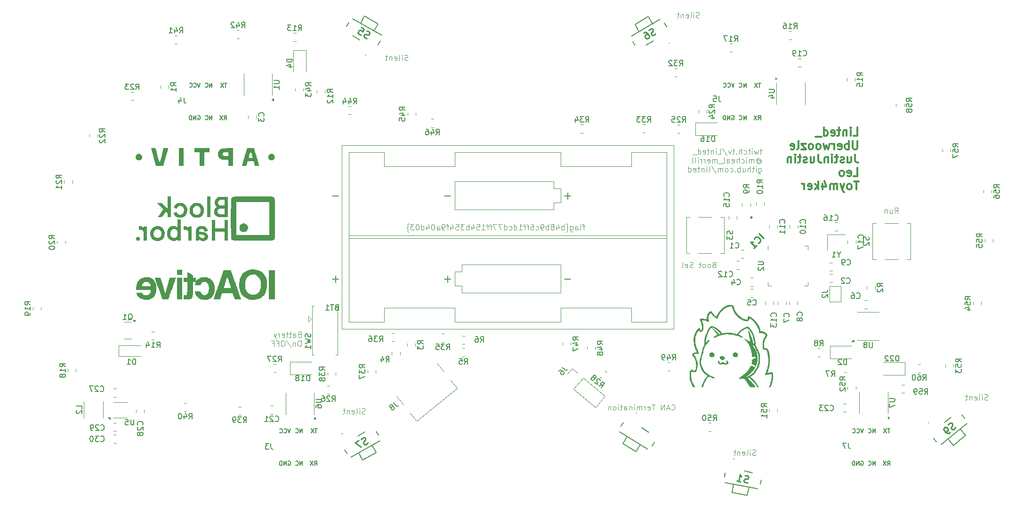
<source format=gbr>
%TF.GenerationSoftware,KiCad,Pcbnew,8.0.1*%
%TF.CreationDate,2024-06-21T13:35:14-04:00*%
%TF.ProjectId,CHV_DC32,4348565f-4443-4333-922e-6b696361645f,rev?*%
%TF.SameCoordinates,Original*%
%TF.FileFunction,Legend,Bot*%
%TF.FilePolarity,Positive*%
%FSLAX46Y46*%
G04 Gerber Fmt 4.6, Leading zero omitted, Abs format (unit mm)*
G04 Created by KiCad (PCBNEW 8.0.1) date 2024-06-21 13:35:14*
%MOMM*%
%LPD*%
G01*
G04 APERTURE LIST*
%ADD10C,0.100000*%
%ADD11C,0.300000*%
%ADD12C,0.150000*%
%ADD13C,0.254000*%
%ADD14C,0.120000*%
%ADD15C,0.200000*%
%ADD16C,0.000000*%
%ADD17C,0.250000*%
G04 APERTURE END LIST*
D10*
X113512782Y-87388665D02*
X113369925Y-87436284D01*
X113369925Y-87436284D02*
X113322306Y-87483903D01*
X113322306Y-87483903D02*
X113274687Y-87579141D01*
X113274687Y-87579141D02*
X113274687Y-87721998D01*
X113274687Y-87721998D02*
X113322306Y-87817236D01*
X113322306Y-87817236D02*
X113369925Y-87864856D01*
X113369925Y-87864856D02*
X113465163Y-87912475D01*
X113465163Y-87912475D02*
X113846115Y-87912475D01*
X113846115Y-87912475D02*
X113846115Y-86912475D01*
X113846115Y-86912475D02*
X113512782Y-86912475D01*
X113512782Y-86912475D02*
X113417544Y-86960094D01*
X113417544Y-86960094D02*
X113369925Y-87007713D01*
X113369925Y-87007713D02*
X113322306Y-87102951D01*
X113322306Y-87102951D02*
X113322306Y-87198189D01*
X113322306Y-87198189D02*
X113369925Y-87293427D01*
X113369925Y-87293427D02*
X113417544Y-87341046D01*
X113417544Y-87341046D02*
X113512782Y-87388665D01*
X113512782Y-87388665D02*
X113846115Y-87388665D01*
X112417544Y-87912475D02*
X112417544Y-87388665D01*
X112417544Y-87388665D02*
X112465163Y-87293427D01*
X112465163Y-87293427D02*
X112560401Y-87245808D01*
X112560401Y-87245808D02*
X112750877Y-87245808D01*
X112750877Y-87245808D02*
X112846115Y-87293427D01*
X112417544Y-87864856D02*
X112512782Y-87912475D01*
X112512782Y-87912475D02*
X112750877Y-87912475D01*
X112750877Y-87912475D02*
X112846115Y-87864856D01*
X112846115Y-87864856D02*
X112893734Y-87769617D01*
X112893734Y-87769617D02*
X112893734Y-87674379D01*
X112893734Y-87674379D02*
X112846115Y-87579141D01*
X112846115Y-87579141D02*
X112750877Y-87531522D01*
X112750877Y-87531522D02*
X112512782Y-87531522D01*
X112512782Y-87531522D02*
X112417544Y-87483903D01*
X112084210Y-87245808D02*
X111703258Y-87245808D01*
X111941353Y-86912475D02*
X111941353Y-87769617D01*
X111941353Y-87769617D02*
X111893734Y-87864856D01*
X111893734Y-87864856D02*
X111798496Y-87912475D01*
X111798496Y-87912475D02*
X111703258Y-87912475D01*
X111512781Y-87245808D02*
X111131829Y-87245808D01*
X111369924Y-86912475D02*
X111369924Y-87769617D01*
X111369924Y-87769617D02*
X111322305Y-87864856D01*
X111322305Y-87864856D02*
X111227067Y-87912475D01*
X111227067Y-87912475D02*
X111131829Y-87912475D01*
X110417543Y-87864856D02*
X110512781Y-87912475D01*
X110512781Y-87912475D02*
X110703257Y-87912475D01*
X110703257Y-87912475D02*
X110798495Y-87864856D01*
X110798495Y-87864856D02*
X110846114Y-87769617D01*
X110846114Y-87769617D02*
X110846114Y-87388665D01*
X110846114Y-87388665D02*
X110798495Y-87293427D01*
X110798495Y-87293427D02*
X110703257Y-87245808D01*
X110703257Y-87245808D02*
X110512781Y-87245808D01*
X110512781Y-87245808D02*
X110417543Y-87293427D01*
X110417543Y-87293427D02*
X110369924Y-87388665D01*
X110369924Y-87388665D02*
X110369924Y-87483903D01*
X110369924Y-87483903D02*
X110846114Y-87579141D01*
X109941352Y-87912475D02*
X109941352Y-87245808D01*
X109941352Y-87436284D02*
X109893733Y-87341046D01*
X109893733Y-87341046D02*
X109846114Y-87293427D01*
X109846114Y-87293427D02*
X109750876Y-87245808D01*
X109750876Y-87245808D02*
X109655638Y-87245808D01*
X109417542Y-87245808D02*
X109179447Y-87912475D01*
X108941352Y-87245808D02*
X109179447Y-87912475D01*
X109179447Y-87912475D02*
X109274685Y-88150570D01*
X109274685Y-88150570D02*
X109322304Y-88198189D01*
X109322304Y-88198189D02*
X109417542Y-88245808D01*
X113655639Y-88522419D02*
X113465163Y-88522419D01*
X113465163Y-88522419D02*
X113369925Y-88570038D01*
X113369925Y-88570038D02*
X113274687Y-88665276D01*
X113274687Y-88665276D02*
X113227068Y-88855752D01*
X113227068Y-88855752D02*
X113227068Y-89189085D01*
X113227068Y-89189085D02*
X113274687Y-89379561D01*
X113274687Y-89379561D02*
X113369925Y-89474800D01*
X113369925Y-89474800D02*
X113465163Y-89522419D01*
X113465163Y-89522419D02*
X113655639Y-89522419D01*
X113655639Y-89522419D02*
X113750877Y-89474800D01*
X113750877Y-89474800D02*
X113846115Y-89379561D01*
X113846115Y-89379561D02*
X113893734Y-89189085D01*
X113893734Y-89189085D02*
X113893734Y-88855752D01*
X113893734Y-88855752D02*
X113846115Y-88665276D01*
X113846115Y-88665276D02*
X113750877Y-88570038D01*
X113750877Y-88570038D02*
X113655639Y-88522419D01*
X112798496Y-88855752D02*
X112798496Y-89522419D01*
X112798496Y-88950990D02*
X112750877Y-88903371D01*
X112750877Y-88903371D02*
X112655639Y-88855752D01*
X112655639Y-88855752D02*
X112512782Y-88855752D01*
X112512782Y-88855752D02*
X112417544Y-88903371D01*
X112417544Y-88903371D02*
X112369925Y-88998609D01*
X112369925Y-88998609D02*
X112369925Y-89522419D01*
X111179449Y-88474800D02*
X112036591Y-89760514D01*
X110655639Y-88522419D02*
X110465163Y-88522419D01*
X110465163Y-88522419D02*
X110369925Y-88570038D01*
X110369925Y-88570038D02*
X110274687Y-88665276D01*
X110274687Y-88665276D02*
X110227068Y-88855752D01*
X110227068Y-88855752D02*
X110227068Y-89189085D01*
X110227068Y-89189085D02*
X110274687Y-89379561D01*
X110274687Y-89379561D02*
X110369925Y-89474800D01*
X110369925Y-89474800D02*
X110465163Y-89522419D01*
X110465163Y-89522419D02*
X110655639Y-89522419D01*
X110655639Y-89522419D02*
X110750877Y-89474800D01*
X110750877Y-89474800D02*
X110846115Y-89379561D01*
X110846115Y-89379561D02*
X110893734Y-89189085D01*
X110893734Y-89189085D02*
X110893734Y-88855752D01*
X110893734Y-88855752D02*
X110846115Y-88665276D01*
X110846115Y-88665276D02*
X110750877Y-88570038D01*
X110750877Y-88570038D02*
X110655639Y-88522419D01*
X109465163Y-88998609D02*
X109798496Y-88998609D01*
X109798496Y-89522419D02*
X109798496Y-88522419D01*
X109798496Y-88522419D02*
X109322306Y-88522419D01*
X108608020Y-88998609D02*
X108941353Y-88998609D01*
X108941353Y-89522419D02*
X108941353Y-88522419D01*
X108941353Y-88522419D02*
X108465163Y-88522419D01*
X125343734Y-101674800D02*
X125200877Y-101722419D01*
X125200877Y-101722419D02*
X124962782Y-101722419D01*
X124962782Y-101722419D02*
X124867544Y-101674800D01*
X124867544Y-101674800D02*
X124819925Y-101627180D01*
X124819925Y-101627180D02*
X124772306Y-101531942D01*
X124772306Y-101531942D02*
X124772306Y-101436704D01*
X124772306Y-101436704D02*
X124819925Y-101341466D01*
X124819925Y-101341466D02*
X124867544Y-101293847D01*
X124867544Y-101293847D02*
X124962782Y-101246228D01*
X124962782Y-101246228D02*
X125153258Y-101198609D01*
X125153258Y-101198609D02*
X125248496Y-101150990D01*
X125248496Y-101150990D02*
X125296115Y-101103371D01*
X125296115Y-101103371D02*
X125343734Y-101008133D01*
X125343734Y-101008133D02*
X125343734Y-100912895D01*
X125343734Y-100912895D02*
X125296115Y-100817657D01*
X125296115Y-100817657D02*
X125248496Y-100770038D01*
X125248496Y-100770038D02*
X125153258Y-100722419D01*
X125153258Y-100722419D02*
X124915163Y-100722419D01*
X124915163Y-100722419D02*
X124772306Y-100770038D01*
X124343734Y-101722419D02*
X124343734Y-101055752D01*
X124343734Y-100722419D02*
X124391353Y-100770038D01*
X124391353Y-100770038D02*
X124343734Y-100817657D01*
X124343734Y-100817657D02*
X124296115Y-100770038D01*
X124296115Y-100770038D02*
X124343734Y-100722419D01*
X124343734Y-100722419D02*
X124343734Y-100817657D01*
X123724687Y-101722419D02*
X123819925Y-101674800D01*
X123819925Y-101674800D02*
X123867544Y-101579561D01*
X123867544Y-101579561D02*
X123867544Y-100722419D01*
X122962782Y-101674800D02*
X123058020Y-101722419D01*
X123058020Y-101722419D02*
X123248496Y-101722419D01*
X123248496Y-101722419D02*
X123343734Y-101674800D01*
X123343734Y-101674800D02*
X123391353Y-101579561D01*
X123391353Y-101579561D02*
X123391353Y-101198609D01*
X123391353Y-101198609D02*
X123343734Y-101103371D01*
X123343734Y-101103371D02*
X123248496Y-101055752D01*
X123248496Y-101055752D02*
X123058020Y-101055752D01*
X123058020Y-101055752D02*
X122962782Y-101103371D01*
X122962782Y-101103371D02*
X122915163Y-101198609D01*
X122915163Y-101198609D02*
X122915163Y-101293847D01*
X122915163Y-101293847D02*
X123391353Y-101389085D01*
X122486591Y-101055752D02*
X122486591Y-101722419D01*
X122486591Y-101150990D02*
X122438972Y-101103371D01*
X122438972Y-101103371D02*
X122343734Y-101055752D01*
X122343734Y-101055752D02*
X122200877Y-101055752D01*
X122200877Y-101055752D02*
X122105639Y-101103371D01*
X122105639Y-101103371D02*
X122058020Y-101198609D01*
X122058020Y-101198609D02*
X122058020Y-101722419D01*
X121724686Y-101055752D02*
X121343734Y-101055752D01*
X121581829Y-100722419D02*
X121581829Y-101579561D01*
X121581829Y-101579561D02*
X121534210Y-101674800D01*
X121534210Y-101674800D02*
X121438972Y-101722419D01*
X121438972Y-101722419D02*
X121343734Y-101722419D01*
X164838972Y-67905752D02*
X164458020Y-67905752D01*
X164696115Y-68572419D02*
X164696115Y-67715276D01*
X164696115Y-67715276D02*
X164648496Y-67620038D01*
X164648496Y-67620038D02*
X164553258Y-67572419D01*
X164553258Y-67572419D02*
X164458020Y-67572419D01*
X163981829Y-68572419D02*
X164077067Y-68524800D01*
X164077067Y-68524800D02*
X164124686Y-68429561D01*
X164124686Y-68429561D02*
X164124686Y-67572419D01*
X163172305Y-68572419D02*
X163172305Y-68048609D01*
X163172305Y-68048609D02*
X163219924Y-67953371D01*
X163219924Y-67953371D02*
X163315162Y-67905752D01*
X163315162Y-67905752D02*
X163505638Y-67905752D01*
X163505638Y-67905752D02*
X163600876Y-67953371D01*
X163172305Y-68524800D02*
X163267543Y-68572419D01*
X163267543Y-68572419D02*
X163505638Y-68572419D01*
X163505638Y-68572419D02*
X163600876Y-68524800D01*
X163600876Y-68524800D02*
X163648495Y-68429561D01*
X163648495Y-68429561D02*
X163648495Y-68334323D01*
X163648495Y-68334323D02*
X163600876Y-68239085D01*
X163600876Y-68239085D02*
X163505638Y-68191466D01*
X163505638Y-68191466D02*
X163267543Y-68191466D01*
X163267543Y-68191466D02*
X163172305Y-68143847D01*
X162267543Y-67905752D02*
X162267543Y-68715276D01*
X162267543Y-68715276D02*
X162315162Y-68810514D01*
X162315162Y-68810514D02*
X162362781Y-68858133D01*
X162362781Y-68858133D02*
X162458019Y-68905752D01*
X162458019Y-68905752D02*
X162600876Y-68905752D01*
X162600876Y-68905752D02*
X162696114Y-68858133D01*
X162267543Y-68524800D02*
X162362781Y-68572419D01*
X162362781Y-68572419D02*
X162553257Y-68572419D01*
X162553257Y-68572419D02*
X162648495Y-68524800D01*
X162648495Y-68524800D02*
X162696114Y-68477180D01*
X162696114Y-68477180D02*
X162743733Y-68381942D01*
X162743733Y-68381942D02*
X162743733Y-68096228D01*
X162743733Y-68096228D02*
X162696114Y-68000990D01*
X162696114Y-68000990D02*
X162648495Y-67953371D01*
X162648495Y-67953371D02*
X162553257Y-67905752D01*
X162553257Y-67905752D02*
X162362781Y-67905752D01*
X162362781Y-67905752D02*
X162267543Y-67953371D01*
X161505638Y-68953371D02*
X161553257Y-68953371D01*
X161553257Y-68953371D02*
X161648495Y-68905752D01*
X161648495Y-68905752D02*
X161696114Y-68810514D01*
X161696114Y-68810514D02*
X161696114Y-68334323D01*
X161696114Y-68334323D02*
X161743733Y-68239085D01*
X161743733Y-68239085D02*
X161838971Y-68191466D01*
X161838971Y-68191466D02*
X161743733Y-68143847D01*
X161743733Y-68143847D02*
X161696114Y-68048609D01*
X161696114Y-68048609D02*
X161696114Y-67572419D01*
X161696114Y-67572419D02*
X161648495Y-67477180D01*
X161648495Y-67477180D02*
X161553257Y-67429561D01*
X161553257Y-67429561D02*
X161505638Y-67429561D01*
X161124685Y-68572419D02*
X161124685Y-67572419D01*
X161124685Y-67953371D02*
X161029447Y-67905752D01*
X161029447Y-67905752D02*
X160838971Y-67905752D01*
X160838971Y-67905752D02*
X160743733Y-67953371D01*
X160743733Y-67953371D02*
X160696114Y-68000990D01*
X160696114Y-68000990D02*
X160648495Y-68096228D01*
X160648495Y-68096228D02*
X160648495Y-68381942D01*
X160648495Y-68381942D02*
X160696114Y-68477180D01*
X160696114Y-68477180D02*
X160743733Y-68524800D01*
X160743733Y-68524800D02*
X160838971Y-68572419D01*
X160838971Y-68572419D02*
X161029447Y-68572419D01*
X161029447Y-68572419D02*
X161124685Y-68524800D01*
X159791352Y-67905752D02*
X159791352Y-68572419D01*
X160029447Y-67524800D02*
X160267542Y-68239085D01*
X160267542Y-68239085D02*
X159648495Y-68239085D01*
X159124685Y-68000990D02*
X159219923Y-67953371D01*
X159219923Y-67953371D02*
X159267542Y-67905752D01*
X159267542Y-67905752D02*
X159315161Y-67810514D01*
X159315161Y-67810514D02*
X159315161Y-67762895D01*
X159315161Y-67762895D02*
X159267542Y-67667657D01*
X159267542Y-67667657D02*
X159219923Y-67620038D01*
X159219923Y-67620038D02*
X159124685Y-67572419D01*
X159124685Y-67572419D02*
X158934209Y-67572419D01*
X158934209Y-67572419D02*
X158838971Y-67620038D01*
X158838971Y-67620038D02*
X158791352Y-67667657D01*
X158791352Y-67667657D02*
X158743733Y-67762895D01*
X158743733Y-67762895D02*
X158743733Y-67810514D01*
X158743733Y-67810514D02*
X158791352Y-67905752D01*
X158791352Y-67905752D02*
X158838971Y-67953371D01*
X158838971Y-67953371D02*
X158934209Y-68000990D01*
X158934209Y-68000990D02*
X159124685Y-68000990D01*
X159124685Y-68000990D02*
X159219923Y-68048609D01*
X159219923Y-68048609D02*
X159267542Y-68096228D01*
X159267542Y-68096228D02*
X159315161Y-68191466D01*
X159315161Y-68191466D02*
X159315161Y-68381942D01*
X159315161Y-68381942D02*
X159267542Y-68477180D01*
X159267542Y-68477180D02*
X159219923Y-68524800D01*
X159219923Y-68524800D02*
X159124685Y-68572419D01*
X159124685Y-68572419D02*
X158934209Y-68572419D01*
X158934209Y-68572419D02*
X158838971Y-68524800D01*
X158838971Y-68524800D02*
X158791352Y-68477180D01*
X158791352Y-68477180D02*
X158743733Y-68381942D01*
X158743733Y-68381942D02*
X158743733Y-68191466D01*
X158743733Y-68191466D02*
X158791352Y-68096228D01*
X158791352Y-68096228D02*
X158838971Y-68048609D01*
X158838971Y-68048609D02*
X158934209Y-68000990D01*
X158315161Y-68572419D02*
X158315161Y-67572419D01*
X158315161Y-67953371D02*
X158219923Y-67905752D01*
X158219923Y-67905752D02*
X158029447Y-67905752D01*
X158029447Y-67905752D02*
X157934209Y-67953371D01*
X157934209Y-67953371D02*
X157886590Y-68000990D01*
X157886590Y-68000990D02*
X157838971Y-68096228D01*
X157838971Y-68096228D02*
X157838971Y-68381942D01*
X157838971Y-68381942D02*
X157886590Y-68477180D01*
X157886590Y-68477180D02*
X157934209Y-68524800D01*
X157934209Y-68524800D02*
X158029447Y-68572419D01*
X158029447Y-68572419D02*
X158219923Y-68572419D01*
X158219923Y-68572419D02*
X158315161Y-68524800D01*
X157362780Y-68572419D02*
X157172304Y-68572419D01*
X157172304Y-68572419D02*
X157077066Y-68524800D01*
X157077066Y-68524800D02*
X157029447Y-68477180D01*
X157029447Y-68477180D02*
X156934209Y-68334323D01*
X156934209Y-68334323D02*
X156886590Y-68143847D01*
X156886590Y-68143847D02*
X156886590Y-67762895D01*
X156886590Y-67762895D02*
X156934209Y-67667657D01*
X156934209Y-67667657D02*
X156981828Y-67620038D01*
X156981828Y-67620038D02*
X157077066Y-67572419D01*
X157077066Y-67572419D02*
X157267542Y-67572419D01*
X157267542Y-67572419D02*
X157362780Y-67620038D01*
X157362780Y-67620038D02*
X157410399Y-67667657D01*
X157410399Y-67667657D02*
X157458018Y-67762895D01*
X157458018Y-67762895D02*
X157458018Y-68000990D01*
X157458018Y-68000990D02*
X157410399Y-68096228D01*
X157410399Y-68096228D02*
X157362780Y-68143847D01*
X157362780Y-68143847D02*
X157267542Y-68191466D01*
X157267542Y-68191466D02*
X157077066Y-68191466D01*
X157077066Y-68191466D02*
X156981828Y-68143847D01*
X156981828Y-68143847D02*
X156934209Y-68096228D01*
X156934209Y-68096228D02*
X156886590Y-68000990D01*
X156029447Y-68524800D02*
X156124685Y-68572419D01*
X156124685Y-68572419D02*
X156315161Y-68572419D01*
X156315161Y-68572419D02*
X156410399Y-68524800D01*
X156410399Y-68524800D02*
X156458018Y-68477180D01*
X156458018Y-68477180D02*
X156505637Y-68381942D01*
X156505637Y-68381942D02*
X156505637Y-68096228D01*
X156505637Y-68096228D02*
X156458018Y-68000990D01*
X156458018Y-68000990D02*
X156410399Y-67953371D01*
X156410399Y-67953371D02*
X156315161Y-67905752D01*
X156315161Y-67905752D02*
X156124685Y-67905752D01*
X156124685Y-67905752D02*
X156029447Y-67953371D01*
X155172304Y-67572419D02*
X155362780Y-67572419D01*
X155362780Y-67572419D02*
X155458018Y-67620038D01*
X155458018Y-67620038D02*
X155505637Y-67667657D01*
X155505637Y-67667657D02*
X155600875Y-67810514D01*
X155600875Y-67810514D02*
X155648494Y-68000990D01*
X155648494Y-68000990D02*
X155648494Y-68381942D01*
X155648494Y-68381942D02*
X155600875Y-68477180D01*
X155600875Y-68477180D02*
X155553256Y-68524800D01*
X155553256Y-68524800D02*
X155458018Y-68572419D01*
X155458018Y-68572419D02*
X155267542Y-68572419D01*
X155267542Y-68572419D02*
X155172304Y-68524800D01*
X155172304Y-68524800D02*
X155124685Y-68477180D01*
X155124685Y-68477180D02*
X155077066Y-68381942D01*
X155077066Y-68381942D02*
X155077066Y-68143847D01*
X155077066Y-68143847D02*
X155124685Y-68048609D01*
X155124685Y-68048609D02*
X155172304Y-68000990D01*
X155172304Y-68000990D02*
X155267542Y-67953371D01*
X155267542Y-67953371D02*
X155458018Y-67953371D01*
X155458018Y-67953371D02*
X155553256Y-68000990D01*
X155553256Y-68000990D02*
X155600875Y-68048609D01*
X155600875Y-68048609D02*
X155648494Y-68143847D01*
X154791351Y-67905752D02*
X154410399Y-67905752D01*
X154648494Y-68572419D02*
X154648494Y-67715276D01*
X154648494Y-67715276D02*
X154600875Y-67620038D01*
X154600875Y-67620038D02*
X154505637Y-67572419D01*
X154505637Y-67572419D02*
X154410399Y-67572419D01*
X154219922Y-67905752D02*
X153838970Y-67905752D01*
X154077065Y-68572419D02*
X154077065Y-67715276D01*
X154077065Y-67715276D02*
X154029446Y-67620038D01*
X154029446Y-67620038D02*
X153934208Y-67572419D01*
X153934208Y-67572419D02*
X153838970Y-67572419D01*
X152981827Y-68572419D02*
X153553255Y-68572419D01*
X153267541Y-68572419D02*
X153267541Y-67572419D01*
X153267541Y-67572419D02*
X153362779Y-67715276D01*
X153362779Y-67715276D02*
X153458017Y-67810514D01*
X153458017Y-67810514D02*
X153553255Y-67858133D01*
X152124684Y-68572419D02*
X152124684Y-67572419D01*
X152124684Y-68524800D02*
X152219922Y-68572419D01*
X152219922Y-68572419D02*
X152410398Y-68572419D01*
X152410398Y-68572419D02*
X152505636Y-68524800D01*
X152505636Y-68524800D02*
X152553255Y-68477180D01*
X152553255Y-68477180D02*
X152600874Y-68381942D01*
X152600874Y-68381942D02*
X152600874Y-68096228D01*
X152600874Y-68096228D02*
X152553255Y-68000990D01*
X152553255Y-68000990D02*
X152505636Y-67953371D01*
X152505636Y-67953371D02*
X152410398Y-67905752D01*
X152410398Y-67905752D02*
X152219922Y-67905752D01*
X152219922Y-67905752D02*
X152124684Y-67953371D01*
X151219922Y-68524800D02*
X151315160Y-68572419D01*
X151315160Y-68572419D02*
X151505636Y-68572419D01*
X151505636Y-68572419D02*
X151600874Y-68524800D01*
X151600874Y-68524800D02*
X151648493Y-68477180D01*
X151648493Y-68477180D02*
X151696112Y-68381942D01*
X151696112Y-68381942D02*
X151696112Y-68096228D01*
X151696112Y-68096228D02*
X151648493Y-68000990D01*
X151648493Y-68000990D02*
X151600874Y-67953371D01*
X151600874Y-67953371D02*
X151505636Y-67905752D01*
X151505636Y-67905752D02*
X151315160Y-67905752D01*
X151315160Y-67905752D02*
X151219922Y-67953371D01*
X150362779Y-68572419D02*
X150362779Y-67572419D01*
X150362779Y-68524800D02*
X150458017Y-68572419D01*
X150458017Y-68572419D02*
X150648493Y-68572419D01*
X150648493Y-68572419D02*
X150743731Y-68524800D01*
X150743731Y-68524800D02*
X150791350Y-68477180D01*
X150791350Y-68477180D02*
X150838969Y-68381942D01*
X150838969Y-68381942D02*
X150838969Y-68096228D01*
X150838969Y-68096228D02*
X150791350Y-68000990D01*
X150791350Y-68000990D02*
X150743731Y-67953371D01*
X150743731Y-67953371D02*
X150648493Y-67905752D01*
X150648493Y-67905752D02*
X150458017Y-67905752D01*
X150458017Y-67905752D02*
X150362779Y-67953371D01*
X149981826Y-67572419D02*
X149315160Y-67572419D01*
X149315160Y-67572419D02*
X149743731Y-68572419D01*
X149029445Y-67572419D02*
X148362779Y-67572419D01*
X148362779Y-67572419D02*
X148791350Y-68572419D01*
X148124683Y-67905752D02*
X147743731Y-67905752D01*
X147981826Y-68572419D02*
X147981826Y-67715276D01*
X147981826Y-67715276D02*
X147934207Y-67620038D01*
X147934207Y-67620038D02*
X147838969Y-67572419D01*
X147838969Y-67572419D02*
X147743731Y-67572419D01*
X147553254Y-67905752D02*
X147172302Y-67905752D01*
X147410397Y-68572419D02*
X147410397Y-67715276D01*
X147410397Y-67715276D02*
X147362778Y-67620038D01*
X147362778Y-67620038D02*
X147267540Y-67572419D01*
X147267540Y-67572419D02*
X147172302Y-67572419D01*
X146315159Y-68572419D02*
X146886587Y-68572419D01*
X146600873Y-68572419D02*
X146600873Y-67572419D01*
X146600873Y-67572419D02*
X146696111Y-67715276D01*
X146696111Y-67715276D02*
X146791349Y-67810514D01*
X146791349Y-67810514D02*
X146886587Y-67858133D01*
X145410397Y-67572419D02*
X145886587Y-67572419D01*
X145886587Y-67572419D02*
X145934206Y-68048609D01*
X145934206Y-68048609D02*
X145886587Y-68000990D01*
X145886587Y-68000990D02*
X145791349Y-67953371D01*
X145791349Y-67953371D02*
X145553254Y-67953371D01*
X145553254Y-67953371D02*
X145458016Y-68000990D01*
X145458016Y-68000990D02*
X145410397Y-68048609D01*
X145410397Y-68048609D02*
X145362778Y-68143847D01*
X145362778Y-68143847D02*
X145362778Y-68381942D01*
X145362778Y-68381942D02*
X145410397Y-68477180D01*
X145410397Y-68477180D02*
X145458016Y-68524800D01*
X145458016Y-68524800D02*
X145553254Y-68572419D01*
X145553254Y-68572419D02*
X145791349Y-68572419D01*
X145791349Y-68572419D02*
X145886587Y-68524800D01*
X145886587Y-68524800D02*
X145934206Y-68477180D01*
X144505635Y-67905752D02*
X144505635Y-68572419D01*
X144743730Y-67524800D02*
X144981825Y-68239085D01*
X144981825Y-68239085D02*
X144362778Y-68239085D01*
X143981825Y-68572419D02*
X143981825Y-67572419D01*
X143981825Y-67953371D02*
X143886587Y-67905752D01*
X143886587Y-67905752D02*
X143696111Y-67905752D01*
X143696111Y-67905752D02*
X143600873Y-67953371D01*
X143600873Y-67953371D02*
X143553254Y-68000990D01*
X143553254Y-68000990D02*
X143505635Y-68096228D01*
X143505635Y-68096228D02*
X143505635Y-68381942D01*
X143505635Y-68381942D02*
X143553254Y-68477180D01*
X143553254Y-68477180D02*
X143600873Y-68524800D01*
X143600873Y-68524800D02*
X143696111Y-68572419D01*
X143696111Y-68572419D02*
X143886587Y-68572419D01*
X143886587Y-68572419D02*
X143981825Y-68524800D01*
X143172301Y-67572419D02*
X142553254Y-67572419D01*
X142553254Y-67572419D02*
X142886587Y-67953371D01*
X142886587Y-67953371D02*
X142743730Y-67953371D01*
X142743730Y-67953371D02*
X142648492Y-68000990D01*
X142648492Y-68000990D02*
X142600873Y-68048609D01*
X142600873Y-68048609D02*
X142553254Y-68143847D01*
X142553254Y-68143847D02*
X142553254Y-68381942D01*
X142553254Y-68381942D02*
X142600873Y-68477180D01*
X142600873Y-68477180D02*
X142648492Y-68524800D01*
X142648492Y-68524800D02*
X142743730Y-68572419D01*
X142743730Y-68572419D02*
X143029444Y-68572419D01*
X143029444Y-68572419D02*
X143124682Y-68524800D01*
X143124682Y-68524800D02*
X143172301Y-68477180D01*
X141648492Y-67572419D02*
X142124682Y-67572419D01*
X142124682Y-67572419D02*
X142172301Y-68048609D01*
X142172301Y-68048609D02*
X142124682Y-68000990D01*
X142124682Y-68000990D02*
X142029444Y-67953371D01*
X142029444Y-67953371D02*
X141791349Y-67953371D01*
X141791349Y-67953371D02*
X141696111Y-68000990D01*
X141696111Y-68000990D02*
X141648492Y-68048609D01*
X141648492Y-68048609D02*
X141600873Y-68143847D01*
X141600873Y-68143847D02*
X141600873Y-68381942D01*
X141600873Y-68381942D02*
X141648492Y-68477180D01*
X141648492Y-68477180D02*
X141696111Y-68524800D01*
X141696111Y-68524800D02*
X141791349Y-68572419D01*
X141791349Y-68572419D02*
X142029444Y-68572419D01*
X142029444Y-68572419D02*
X142124682Y-68524800D01*
X142124682Y-68524800D02*
X142172301Y-68477180D01*
X140743730Y-67905752D02*
X140743730Y-68572419D01*
X140981825Y-67524800D02*
X141219920Y-68239085D01*
X141219920Y-68239085D02*
X140600873Y-68239085D01*
X140362777Y-67905752D02*
X139981825Y-67905752D01*
X140219920Y-68572419D02*
X140219920Y-67715276D01*
X140219920Y-67715276D02*
X140172301Y-67620038D01*
X140172301Y-67620038D02*
X140077063Y-67572419D01*
X140077063Y-67572419D02*
X139981825Y-67572419D01*
X139600872Y-68572419D02*
X139410396Y-68572419D01*
X139410396Y-68572419D02*
X139315158Y-68524800D01*
X139315158Y-68524800D02*
X139267539Y-68477180D01*
X139267539Y-68477180D02*
X139172301Y-68334323D01*
X139172301Y-68334323D02*
X139124682Y-68143847D01*
X139124682Y-68143847D02*
X139124682Y-67762895D01*
X139124682Y-67762895D02*
X139172301Y-67667657D01*
X139172301Y-67667657D02*
X139219920Y-67620038D01*
X139219920Y-67620038D02*
X139315158Y-67572419D01*
X139315158Y-67572419D02*
X139505634Y-67572419D01*
X139505634Y-67572419D02*
X139600872Y-67620038D01*
X139600872Y-67620038D02*
X139648491Y-67667657D01*
X139648491Y-67667657D02*
X139696110Y-67762895D01*
X139696110Y-67762895D02*
X139696110Y-68000990D01*
X139696110Y-68000990D02*
X139648491Y-68096228D01*
X139648491Y-68096228D02*
X139600872Y-68143847D01*
X139600872Y-68143847D02*
X139505634Y-68191466D01*
X139505634Y-68191466D02*
X139315158Y-68191466D01*
X139315158Y-68191466D02*
X139219920Y-68143847D01*
X139219920Y-68143847D02*
X139172301Y-68096228D01*
X139172301Y-68096228D02*
X139124682Y-68000990D01*
X138267539Y-68572419D02*
X138267539Y-68048609D01*
X138267539Y-68048609D02*
X138315158Y-67953371D01*
X138315158Y-67953371D02*
X138410396Y-67905752D01*
X138410396Y-67905752D02*
X138600872Y-67905752D01*
X138600872Y-67905752D02*
X138696110Y-67953371D01*
X138267539Y-68524800D02*
X138362777Y-68572419D01*
X138362777Y-68572419D02*
X138600872Y-68572419D01*
X138600872Y-68572419D02*
X138696110Y-68524800D01*
X138696110Y-68524800D02*
X138743729Y-68429561D01*
X138743729Y-68429561D02*
X138743729Y-68334323D01*
X138743729Y-68334323D02*
X138696110Y-68239085D01*
X138696110Y-68239085D02*
X138600872Y-68191466D01*
X138600872Y-68191466D02*
X138362777Y-68191466D01*
X138362777Y-68191466D02*
X138267539Y-68143847D01*
X137600872Y-67572419D02*
X137505634Y-67572419D01*
X137505634Y-67572419D02*
X137410396Y-67620038D01*
X137410396Y-67620038D02*
X137362777Y-67667657D01*
X137362777Y-67667657D02*
X137315158Y-67762895D01*
X137315158Y-67762895D02*
X137267539Y-67953371D01*
X137267539Y-67953371D02*
X137267539Y-68191466D01*
X137267539Y-68191466D02*
X137315158Y-68381942D01*
X137315158Y-68381942D02*
X137362777Y-68477180D01*
X137362777Y-68477180D02*
X137410396Y-68524800D01*
X137410396Y-68524800D02*
X137505634Y-68572419D01*
X137505634Y-68572419D02*
X137600872Y-68572419D01*
X137600872Y-68572419D02*
X137696110Y-68524800D01*
X137696110Y-68524800D02*
X137743729Y-68477180D01*
X137743729Y-68477180D02*
X137791348Y-68381942D01*
X137791348Y-68381942D02*
X137838967Y-68191466D01*
X137838967Y-68191466D02*
X137838967Y-67953371D01*
X137838967Y-67953371D02*
X137791348Y-67762895D01*
X137791348Y-67762895D02*
X137743729Y-67667657D01*
X137743729Y-67667657D02*
X137696110Y-67620038D01*
X137696110Y-67620038D02*
X137600872Y-67572419D01*
X136410396Y-67905752D02*
X136410396Y-68572419D01*
X136648491Y-67524800D02*
X136886586Y-68239085D01*
X136886586Y-68239085D02*
X136267539Y-68239085D01*
X135458015Y-68572419D02*
X135458015Y-67572419D01*
X135458015Y-68524800D02*
X135553253Y-68572419D01*
X135553253Y-68572419D02*
X135743729Y-68572419D01*
X135743729Y-68572419D02*
X135838967Y-68524800D01*
X135838967Y-68524800D02*
X135886586Y-68477180D01*
X135886586Y-68477180D02*
X135934205Y-68381942D01*
X135934205Y-68381942D02*
X135934205Y-68096228D01*
X135934205Y-68096228D02*
X135886586Y-68000990D01*
X135886586Y-68000990D02*
X135838967Y-67953371D01*
X135838967Y-67953371D02*
X135743729Y-67905752D01*
X135743729Y-67905752D02*
X135553253Y-67905752D01*
X135553253Y-67905752D02*
X135458015Y-67953371D01*
X134791348Y-67572419D02*
X134696110Y-67572419D01*
X134696110Y-67572419D02*
X134600872Y-67620038D01*
X134600872Y-67620038D02*
X134553253Y-67667657D01*
X134553253Y-67667657D02*
X134505634Y-67762895D01*
X134505634Y-67762895D02*
X134458015Y-67953371D01*
X134458015Y-67953371D02*
X134458015Y-68191466D01*
X134458015Y-68191466D02*
X134505634Y-68381942D01*
X134505634Y-68381942D02*
X134553253Y-68477180D01*
X134553253Y-68477180D02*
X134600872Y-68524800D01*
X134600872Y-68524800D02*
X134696110Y-68572419D01*
X134696110Y-68572419D02*
X134791348Y-68572419D01*
X134791348Y-68572419D02*
X134886586Y-68524800D01*
X134886586Y-68524800D02*
X134934205Y-68477180D01*
X134934205Y-68477180D02*
X134981824Y-68381942D01*
X134981824Y-68381942D02*
X135029443Y-68191466D01*
X135029443Y-68191466D02*
X135029443Y-67953371D01*
X135029443Y-67953371D02*
X134981824Y-67762895D01*
X134981824Y-67762895D02*
X134934205Y-67667657D01*
X134934205Y-67667657D02*
X134886586Y-67620038D01*
X134886586Y-67620038D02*
X134791348Y-67572419D01*
X134124681Y-67572419D02*
X133505634Y-67572419D01*
X133505634Y-67572419D02*
X133838967Y-67953371D01*
X133838967Y-67953371D02*
X133696110Y-67953371D01*
X133696110Y-67953371D02*
X133600872Y-68000990D01*
X133600872Y-68000990D02*
X133553253Y-68048609D01*
X133553253Y-68048609D02*
X133505634Y-68143847D01*
X133505634Y-68143847D02*
X133505634Y-68381942D01*
X133505634Y-68381942D02*
X133553253Y-68477180D01*
X133553253Y-68477180D02*
X133600872Y-68524800D01*
X133600872Y-68524800D02*
X133696110Y-68572419D01*
X133696110Y-68572419D02*
X133981824Y-68572419D01*
X133981824Y-68572419D02*
X134077062Y-68524800D01*
X134077062Y-68524800D02*
X134124681Y-68477180D01*
X133172300Y-68953371D02*
X133124681Y-68953371D01*
X133124681Y-68953371D02*
X133029443Y-68905752D01*
X133029443Y-68905752D02*
X132981824Y-68810514D01*
X132981824Y-68810514D02*
X132981824Y-68334323D01*
X132981824Y-68334323D02*
X132934205Y-68239085D01*
X132934205Y-68239085D02*
X132838967Y-68191466D01*
X132838967Y-68191466D02*
X132934205Y-68143847D01*
X132934205Y-68143847D02*
X132981824Y-68048609D01*
X132981824Y-68048609D02*
X132981824Y-67572419D01*
X132981824Y-67572419D02*
X133029443Y-67477180D01*
X133029443Y-67477180D02*
X133124681Y-67429561D01*
X133124681Y-67429561D02*
X133172300Y-67429561D01*
X188062782Y-74848609D02*
X187919925Y-74896228D01*
X187919925Y-74896228D02*
X187872306Y-74943847D01*
X187872306Y-74943847D02*
X187824687Y-75039085D01*
X187824687Y-75039085D02*
X187824687Y-75181942D01*
X187824687Y-75181942D02*
X187872306Y-75277180D01*
X187872306Y-75277180D02*
X187919925Y-75324800D01*
X187919925Y-75324800D02*
X188015163Y-75372419D01*
X188015163Y-75372419D02*
X188396115Y-75372419D01*
X188396115Y-75372419D02*
X188396115Y-74372419D01*
X188396115Y-74372419D02*
X188062782Y-74372419D01*
X188062782Y-74372419D02*
X187967544Y-74420038D01*
X187967544Y-74420038D02*
X187919925Y-74467657D01*
X187919925Y-74467657D02*
X187872306Y-74562895D01*
X187872306Y-74562895D02*
X187872306Y-74658133D01*
X187872306Y-74658133D02*
X187919925Y-74753371D01*
X187919925Y-74753371D02*
X187967544Y-74800990D01*
X187967544Y-74800990D02*
X188062782Y-74848609D01*
X188062782Y-74848609D02*
X188396115Y-74848609D01*
X187253258Y-75372419D02*
X187348496Y-75324800D01*
X187348496Y-75324800D02*
X187396115Y-75277180D01*
X187396115Y-75277180D02*
X187443734Y-75181942D01*
X187443734Y-75181942D02*
X187443734Y-74896228D01*
X187443734Y-74896228D02*
X187396115Y-74800990D01*
X187396115Y-74800990D02*
X187348496Y-74753371D01*
X187348496Y-74753371D02*
X187253258Y-74705752D01*
X187253258Y-74705752D02*
X187110401Y-74705752D01*
X187110401Y-74705752D02*
X187015163Y-74753371D01*
X187015163Y-74753371D02*
X186967544Y-74800990D01*
X186967544Y-74800990D02*
X186919925Y-74896228D01*
X186919925Y-74896228D02*
X186919925Y-75181942D01*
X186919925Y-75181942D02*
X186967544Y-75277180D01*
X186967544Y-75277180D02*
X187015163Y-75324800D01*
X187015163Y-75324800D02*
X187110401Y-75372419D01*
X187110401Y-75372419D02*
X187253258Y-75372419D01*
X186348496Y-75372419D02*
X186443734Y-75324800D01*
X186443734Y-75324800D02*
X186491353Y-75277180D01*
X186491353Y-75277180D02*
X186538972Y-75181942D01*
X186538972Y-75181942D02*
X186538972Y-74896228D01*
X186538972Y-74896228D02*
X186491353Y-74800990D01*
X186491353Y-74800990D02*
X186443734Y-74753371D01*
X186443734Y-74753371D02*
X186348496Y-74705752D01*
X186348496Y-74705752D02*
X186205639Y-74705752D01*
X186205639Y-74705752D02*
X186110401Y-74753371D01*
X186110401Y-74753371D02*
X186062782Y-74800990D01*
X186062782Y-74800990D02*
X186015163Y-74896228D01*
X186015163Y-74896228D02*
X186015163Y-75181942D01*
X186015163Y-75181942D02*
X186062782Y-75277180D01*
X186062782Y-75277180D02*
X186110401Y-75324800D01*
X186110401Y-75324800D02*
X186205639Y-75372419D01*
X186205639Y-75372419D02*
X186348496Y-75372419D01*
X185729448Y-74705752D02*
X185348496Y-74705752D01*
X185586591Y-74372419D02*
X185586591Y-75229561D01*
X185586591Y-75229561D02*
X185538972Y-75324800D01*
X185538972Y-75324800D02*
X185443734Y-75372419D01*
X185443734Y-75372419D02*
X185348496Y-75372419D01*
X184300876Y-75324800D02*
X184158019Y-75372419D01*
X184158019Y-75372419D02*
X183919924Y-75372419D01*
X183919924Y-75372419D02*
X183824686Y-75324800D01*
X183824686Y-75324800D02*
X183777067Y-75277180D01*
X183777067Y-75277180D02*
X183729448Y-75181942D01*
X183729448Y-75181942D02*
X183729448Y-75086704D01*
X183729448Y-75086704D02*
X183777067Y-74991466D01*
X183777067Y-74991466D02*
X183824686Y-74943847D01*
X183824686Y-74943847D02*
X183919924Y-74896228D01*
X183919924Y-74896228D02*
X184110400Y-74848609D01*
X184110400Y-74848609D02*
X184205638Y-74800990D01*
X184205638Y-74800990D02*
X184253257Y-74753371D01*
X184253257Y-74753371D02*
X184300876Y-74658133D01*
X184300876Y-74658133D02*
X184300876Y-74562895D01*
X184300876Y-74562895D02*
X184253257Y-74467657D01*
X184253257Y-74467657D02*
X184205638Y-74420038D01*
X184205638Y-74420038D02*
X184110400Y-74372419D01*
X184110400Y-74372419D02*
X183872305Y-74372419D01*
X183872305Y-74372419D02*
X183729448Y-74420038D01*
X182919924Y-75324800D02*
X183015162Y-75372419D01*
X183015162Y-75372419D02*
X183205638Y-75372419D01*
X183205638Y-75372419D02*
X183300876Y-75324800D01*
X183300876Y-75324800D02*
X183348495Y-75229561D01*
X183348495Y-75229561D02*
X183348495Y-74848609D01*
X183348495Y-74848609D02*
X183300876Y-74753371D01*
X183300876Y-74753371D02*
X183205638Y-74705752D01*
X183205638Y-74705752D02*
X183015162Y-74705752D01*
X183015162Y-74705752D02*
X182919924Y-74753371D01*
X182919924Y-74753371D02*
X182872305Y-74848609D01*
X182872305Y-74848609D02*
X182872305Y-74943847D01*
X182872305Y-74943847D02*
X183348495Y-75039085D01*
X182300876Y-75372419D02*
X182396114Y-75324800D01*
X182396114Y-75324800D02*
X182443733Y-75229561D01*
X182443733Y-75229561D02*
X182443733Y-74372419D01*
X237293734Y-99174800D02*
X237150877Y-99222419D01*
X237150877Y-99222419D02*
X236912782Y-99222419D01*
X236912782Y-99222419D02*
X236817544Y-99174800D01*
X236817544Y-99174800D02*
X236769925Y-99127180D01*
X236769925Y-99127180D02*
X236722306Y-99031942D01*
X236722306Y-99031942D02*
X236722306Y-98936704D01*
X236722306Y-98936704D02*
X236769925Y-98841466D01*
X236769925Y-98841466D02*
X236817544Y-98793847D01*
X236817544Y-98793847D02*
X236912782Y-98746228D01*
X236912782Y-98746228D02*
X237103258Y-98698609D01*
X237103258Y-98698609D02*
X237198496Y-98650990D01*
X237198496Y-98650990D02*
X237246115Y-98603371D01*
X237246115Y-98603371D02*
X237293734Y-98508133D01*
X237293734Y-98508133D02*
X237293734Y-98412895D01*
X237293734Y-98412895D02*
X237246115Y-98317657D01*
X237246115Y-98317657D02*
X237198496Y-98270038D01*
X237198496Y-98270038D02*
X237103258Y-98222419D01*
X237103258Y-98222419D02*
X236865163Y-98222419D01*
X236865163Y-98222419D02*
X236722306Y-98270038D01*
X236293734Y-99222419D02*
X236293734Y-98555752D01*
X236293734Y-98222419D02*
X236341353Y-98270038D01*
X236341353Y-98270038D02*
X236293734Y-98317657D01*
X236293734Y-98317657D02*
X236246115Y-98270038D01*
X236246115Y-98270038D02*
X236293734Y-98222419D01*
X236293734Y-98222419D02*
X236293734Y-98317657D01*
X235674687Y-99222419D02*
X235769925Y-99174800D01*
X235769925Y-99174800D02*
X235817544Y-99079561D01*
X235817544Y-99079561D02*
X235817544Y-98222419D01*
X234912782Y-99174800D02*
X235008020Y-99222419D01*
X235008020Y-99222419D02*
X235198496Y-99222419D01*
X235198496Y-99222419D02*
X235293734Y-99174800D01*
X235293734Y-99174800D02*
X235341353Y-99079561D01*
X235341353Y-99079561D02*
X235341353Y-98698609D01*
X235341353Y-98698609D02*
X235293734Y-98603371D01*
X235293734Y-98603371D02*
X235198496Y-98555752D01*
X235198496Y-98555752D02*
X235008020Y-98555752D01*
X235008020Y-98555752D02*
X234912782Y-98603371D01*
X234912782Y-98603371D02*
X234865163Y-98698609D01*
X234865163Y-98698609D02*
X234865163Y-98793847D01*
X234865163Y-98793847D02*
X235341353Y-98889085D01*
X234436591Y-98555752D02*
X234436591Y-99222419D01*
X234436591Y-98650990D02*
X234388972Y-98603371D01*
X234388972Y-98603371D02*
X234293734Y-98555752D01*
X234293734Y-98555752D02*
X234150877Y-98555752D01*
X234150877Y-98555752D02*
X234055639Y-98603371D01*
X234055639Y-98603371D02*
X234008020Y-98698609D01*
X234008020Y-98698609D02*
X234008020Y-99222419D01*
X233674686Y-98555752D02*
X233293734Y-98555752D01*
X233531829Y-98222419D02*
X233531829Y-99079561D01*
X233531829Y-99079561D02*
X233484210Y-99174800D01*
X233484210Y-99174800D02*
X233388972Y-99222419D01*
X233388972Y-99222419D02*
X233293734Y-99222419D01*
X132993734Y-37974800D02*
X132850877Y-38022419D01*
X132850877Y-38022419D02*
X132612782Y-38022419D01*
X132612782Y-38022419D02*
X132517544Y-37974800D01*
X132517544Y-37974800D02*
X132469925Y-37927180D01*
X132469925Y-37927180D02*
X132422306Y-37831942D01*
X132422306Y-37831942D02*
X132422306Y-37736704D01*
X132422306Y-37736704D02*
X132469925Y-37641466D01*
X132469925Y-37641466D02*
X132517544Y-37593847D01*
X132517544Y-37593847D02*
X132612782Y-37546228D01*
X132612782Y-37546228D02*
X132803258Y-37498609D01*
X132803258Y-37498609D02*
X132898496Y-37450990D01*
X132898496Y-37450990D02*
X132946115Y-37403371D01*
X132946115Y-37403371D02*
X132993734Y-37308133D01*
X132993734Y-37308133D02*
X132993734Y-37212895D01*
X132993734Y-37212895D02*
X132946115Y-37117657D01*
X132946115Y-37117657D02*
X132898496Y-37070038D01*
X132898496Y-37070038D02*
X132803258Y-37022419D01*
X132803258Y-37022419D02*
X132565163Y-37022419D01*
X132565163Y-37022419D02*
X132422306Y-37070038D01*
X131993734Y-38022419D02*
X131993734Y-37355752D01*
X131993734Y-37022419D02*
X132041353Y-37070038D01*
X132041353Y-37070038D02*
X131993734Y-37117657D01*
X131993734Y-37117657D02*
X131946115Y-37070038D01*
X131946115Y-37070038D02*
X131993734Y-37022419D01*
X131993734Y-37022419D02*
X131993734Y-37117657D01*
X131374687Y-38022419D02*
X131469925Y-37974800D01*
X131469925Y-37974800D02*
X131517544Y-37879561D01*
X131517544Y-37879561D02*
X131517544Y-37022419D01*
X130612782Y-37974800D02*
X130708020Y-38022419D01*
X130708020Y-38022419D02*
X130898496Y-38022419D01*
X130898496Y-38022419D02*
X130993734Y-37974800D01*
X130993734Y-37974800D02*
X131041353Y-37879561D01*
X131041353Y-37879561D02*
X131041353Y-37498609D01*
X131041353Y-37498609D02*
X130993734Y-37403371D01*
X130993734Y-37403371D02*
X130898496Y-37355752D01*
X130898496Y-37355752D02*
X130708020Y-37355752D01*
X130708020Y-37355752D02*
X130612782Y-37403371D01*
X130612782Y-37403371D02*
X130565163Y-37498609D01*
X130565163Y-37498609D02*
X130565163Y-37593847D01*
X130565163Y-37593847D02*
X131041353Y-37689085D01*
X130136591Y-37355752D02*
X130136591Y-38022419D01*
X130136591Y-37450990D02*
X130088972Y-37403371D01*
X130088972Y-37403371D02*
X129993734Y-37355752D01*
X129993734Y-37355752D02*
X129850877Y-37355752D01*
X129850877Y-37355752D02*
X129755639Y-37403371D01*
X129755639Y-37403371D02*
X129708020Y-37498609D01*
X129708020Y-37498609D02*
X129708020Y-38022419D01*
X129374686Y-37355752D02*
X128993734Y-37355752D01*
X129231829Y-37022419D02*
X129231829Y-37879561D01*
X129231829Y-37879561D02*
X129184210Y-37974800D01*
X129184210Y-37974800D02*
X129088972Y-38022419D01*
X129088972Y-38022419D02*
X128993734Y-38022419D01*
X180424687Y-100927180D02*
X180472306Y-100974800D01*
X180472306Y-100974800D02*
X180615163Y-101022419D01*
X180615163Y-101022419D02*
X180710401Y-101022419D01*
X180710401Y-101022419D02*
X180853258Y-100974800D01*
X180853258Y-100974800D02*
X180948496Y-100879561D01*
X180948496Y-100879561D02*
X180996115Y-100784323D01*
X180996115Y-100784323D02*
X181043734Y-100593847D01*
X181043734Y-100593847D02*
X181043734Y-100450990D01*
X181043734Y-100450990D02*
X180996115Y-100260514D01*
X180996115Y-100260514D02*
X180948496Y-100165276D01*
X180948496Y-100165276D02*
X180853258Y-100070038D01*
X180853258Y-100070038D02*
X180710401Y-100022419D01*
X180710401Y-100022419D02*
X180615163Y-100022419D01*
X180615163Y-100022419D02*
X180472306Y-100070038D01*
X180472306Y-100070038D02*
X180424687Y-100117657D01*
X180043734Y-100736704D02*
X179567544Y-100736704D01*
X180138972Y-101022419D02*
X179805639Y-100022419D01*
X179805639Y-100022419D02*
X179472306Y-101022419D01*
X179138972Y-101022419D02*
X179138972Y-100022419D01*
X179138972Y-100022419D02*
X178567544Y-101022419D01*
X178567544Y-101022419D02*
X178567544Y-100022419D01*
X177472305Y-100022419D02*
X176900877Y-100022419D01*
X177186591Y-101022419D02*
X177186591Y-100022419D01*
X176186591Y-100974800D02*
X176281829Y-101022419D01*
X176281829Y-101022419D02*
X176472305Y-101022419D01*
X176472305Y-101022419D02*
X176567543Y-100974800D01*
X176567543Y-100974800D02*
X176615162Y-100879561D01*
X176615162Y-100879561D02*
X176615162Y-100498609D01*
X176615162Y-100498609D02*
X176567543Y-100403371D01*
X176567543Y-100403371D02*
X176472305Y-100355752D01*
X176472305Y-100355752D02*
X176281829Y-100355752D01*
X176281829Y-100355752D02*
X176186591Y-100403371D01*
X176186591Y-100403371D02*
X176138972Y-100498609D01*
X176138972Y-100498609D02*
X176138972Y-100593847D01*
X176138972Y-100593847D02*
X176615162Y-100689085D01*
X175710400Y-101022419D02*
X175710400Y-100355752D01*
X175710400Y-100546228D02*
X175662781Y-100450990D01*
X175662781Y-100450990D02*
X175615162Y-100403371D01*
X175615162Y-100403371D02*
X175519924Y-100355752D01*
X175519924Y-100355752D02*
X175424686Y-100355752D01*
X175091352Y-101022419D02*
X175091352Y-100355752D01*
X175091352Y-100450990D02*
X175043733Y-100403371D01*
X175043733Y-100403371D02*
X174948495Y-100355752D01*
X174948495Y-100355752D02*
X174805638Y-100355752D01*
X174805638Y-100355752D02*
X174710400Y-100403371D01*
X174710400Y-100403371D02*
X174662781Y-100498609D01*
X174662781Y-100498609D02*
X174662781Y-101022419D01*
X174662781Y-100498609D02*
X174615162Y-100403371D01*
X174615162Y-100403371D02*
X174519924Y-100355752D01*
X174519924Y-100355752D02*
X174377067Y-100355752D01*
X174377067Y-100355752D02*
X174281828Y-100403371D01*
X174281828Y-100403371D02*
X174234209Y-100498609D01*
X174234209Y-100498609D02*
X174234209Y-101022419D01*
X173758019Y-101022419D02*
X173758019Y-100355752D01*
X173758019Y-100022419D02*
X173805638Y-100070038D01*
X173805638Y-100070038D02*
X173758019Y-100117657D01*
X173758019Y-100117657D02*
X173710400Y-100070038D01*
X173710400Y-100070038D02*
X173758019Y-100022419D01*
X173758019Y-100022419D02*
X173758019Y-100117657D01*
X173281829Y-100355752D02*
X173281829Y-101022419D01*
X173281829Y-100450990D02*
X173234210Y-100403371D01*
X173234210Y-100403371D02*
X173138972Y-100355752D01*
X173138972Y-100355752D02*
X172996115Y-100355752D01*
X172996115Y-100355752D02*
X172900877Y-100403371D01*
X172900877Y-100403371D02*
X172853258Y-100498609D01*
X172853258Y-100498609D02*
X172853258Y-101022419D01*
X171948496Y-101022419D02*
X171948496Y-100498609D01*
X171948496Y-100498609D02*
X171996115Y-100403371D01*
X171996115Y-100403371D02*
X172091353Y-100355752D01*
X172091353Y-100355752D02*
X172281829Y-100355752D01*
X172281829Y-100355752D02*
X172377067Y-100403371D01*
X171948496Y-100974800D02*
X172043734Y-101022419D01*
X172043734Y-101022419D02*
X172281829Y-101022419D01*
X172281829Y-101022419D02*
X172377067Y-100974800D01*
X172377067Y-100974800D02*
X172424686Y-100879561D01*
X172424686Y-100879561D02*
X172424686Y-100784323D01*
X172424686Y-100784323D02*
X172377067Y-100689085D01*
X172377067Y-100689085D02*
X172281829Y-100641466D01*
X172281829Y-100641466D02*
X172043734Y-100641466D01*
X172043734Y-100641466D02*
X171948496Y-100593847D01*
X171615162Y-100355752D02*
X171234210Y-100355752D01*
X171472305Y-100022419D02*
X171472305Y-100879561D01*
X171472305Y-100879561D02*
X171424686Y-100974800D01*
X171424686Y-100974800D02*
X171329448Y-101022419D01*
X171329448Y-101022419D02*
X171234210Y-101022419D01*
X170900876Y-101022419D02*
X170900876Y-100355752D01*
X170900876Y-100022419D02*
X170948495Y-100070038D01*
X170948495Y-100070038D02*
X170900876Y-100117657D01*
X170900876Y-100117657D02*
X170853257Y-100070038D01*
X170853257Y-100070038D02*
X170900876Y-100022419D01*
X170900876Y-100022419D02*
X170900876Y-100117657D01*
X170281829Y-101022419D02*
X170377067Y-100974800D01*
X170377067Y-100974800D02*
X170424686Y-100927180D01*
X170424686Y-100927180D02*
X170472305Y-100831942D01*
X170472305Y-100831942D02*
X170472305Y-100546228D01*
X170472305Y-100546228D02*
X170424686Y-100450990D01*
X170424686Y-100450990D02*
X170377067Y-100403371D01*
X170377067Y-100403371D02*
X170281829Y-100355752D01*
X170281829Y-100355752D02*
X170138972Y-100355752D01*
X170138972Y-100355752D02*
X170043734Y-100403371D01*
X170043734Y-100403371D02*
X169996115Y-100450990D01*
X169996115Y-100450990D02*
X169948496Y-100546228D01*
X169948496Y-100546228D02*
X169948496Y-100831942D01*
X169948496Y-100831942D02*
X169996115Y-100927180D01*
X169996115Y-100927180D02*
X170043734Y-100974800D01*
X170043734Y-100974800D02*
X170138972Y-101022419D01*
X170138972Y-101022419D02*
X170281829Y-101022419D01*
X169519924Y-100355752D02*
X169519924Y-101022419D01*
X169519924Y-100450990D02*
X169472305Y-100403371D01*
X169472305Y-100403371D02*
X169377067Y-100355752D01*
X169377067Y-100355752D02*
X169234210Y-100355752D01*
X169234210Y-100355752D02*
X169138972Y-100403371D01*
X169138972Y-100403371D02*
X169091353Y-100498609D01*
X169091353Y-100498609D02*
X169091353Y-101022419D01*
X185443734Y-30324800D02*
X185300877Y-30372419D01*
X185300877Y-30372419D02*
X185062782Y-30372419D01*
X185062782Y-30372419D02*
X184967544Y-30324800D01*
X184967544Y-30324800D02*
X184919925Y-30277180D01*
X184919925Y-30277180D02*
X184872306Y-30181942D01*
X184872306Y-30181942D02*
X184872306Y-30086704D01*
X184872306Y-30086704D02*
X184919925Y-29991466D01*
X184919925Y-29991466D02*
X184967544Y-29943847D01*
X184967544Y-29943847D02*
X185062782Y-29896228D01*
X185062782Y-29896228D02*
X185253258Y-29848609D01*
X185253258Y-29848609D02*
X185348496Y-29800990D01*
X185348496Y-29800990D02*
X185396115Y-29753371D01*
X185396115Y-29753371D02*
X185443734Y-29658133D01*
X185443734Y-29658133D02*
X185443734Y-29562895D01*
X185443734Y-29562895D02*
X185396115Y-29467657D01*
X185396115Y-29467657D02*
X185348496Y-29420038D01*
X185348496Y-29420038D02*
X185253258Y-29372419D01*
X185253258Y-29372419D02*
X185015163Y-29372419D01*
X185015163Y-29372419D02*
X184872306Y-29420038D01*
X184443734Y-30372419D02*
X184443734Y-29705752D01*
X184443734Y-29372419D02*
X184491353Y-29420038D01*
X184491353Y-29420038D02*
X184443734Y-29467657D01*
X184443734Y-29467657D02*
X184396115Y-29420038D01*
X184396115Y-29420038D02*
X184443734Y-29372419D01*
X184443734Y-29372419D02*
X184443734Y-29467657D01*
X183824687Y-30372419D02*
X183919925Y-30324800D01*
X183919925Y-30324800D02*
X183967544Y-30229561D01*
X183967544Y-30229561D02*
X183967544Y-29372419D01*
X183062782Y-30324800D02*
X183158020Y-30372419D01*
X183158020Y-30372419D02*
X183348496Y-30372419D01*
X183348496Y-30372419D02*
X183443734Y-30324800D01*
X183443734Y-30324800D02*
X183491353Y-30229561D01*
X183491353Y-30229561D02*
X183491353Y-29848609D01*
X183491353Y-29848609D02*
X183443734Y-29753371D01*
X183443734Y-29753371D02*
X183348496Y-29705752D01*
X183348496Y-29705752D02*
X183158020Y-29705752D01*
X183158020Y-29705752D02*
X183062782Y-29753371D01*
X183062782Y-29753371D02*
X183015163Y-29848609D01*
X183015163Y-29848609D02*
X183015163Y-29943847D01*
X183015163Y-29943847D02*
X183491353Y-30039085D01*
X182586591Y-29705752D02*
X182586591Y-30372419D01*
X182586591Y-29800990D02*
X182538972Y-29753371D01*
X182538972Y-29753371D02*
X182443734Y-29705752D01*
X182443734Y-29705752D02*
X182300877Y-29705752D01*
X182300877Y-29705752D02*
X182205639Y-29753371D01*
X182205639Y-29753371D02*
X182158020Y-29848609D01*
X182158020Y-29848609D02*
X182158020Y-30372419D01*
X181824686Y-29705752D02*
X181443734Y-29705752D01*
X181681829Y-29372419D02*
X181681829Y-30229561D01*
X181681829Y-30229561D02*
X181634210Y-30324800D01*
X181634210Y-30324800D02*
X181538972Y-30372419D01*
X181538972Y-30372419D02*
X181443734Y-30372419D01*
X196688972Y-54235864D02*
X196308020Y-54235864D01*
X196546115Y-53902531D02*
X196546115Y-54759673D01*
X196546115Y-54759673D02*
X196498496Y-54854912D01*
X196498496Y-54854912D02*
X196403258Y-54902531D01*
X196403258Y-54902531D02*
X196308020Y-54902531D01*
X196069924Y-54235864D02*
X195879448Y-54902531D01*
X195879448Y-54902531D02*
X195688972Y-54426340D01*
X195688972Y-54426340D02*
X195498496Y-54902531D01*
X195498496Y-54902531D02*
X195308020Y-54235864D01*
X194927067Y-54902531D02*
X194927067Y-54235864D01*
X194927067Y-53902531D02*
X194974686Y-53950150D01*
X194974686Y-53950150D02*
X194927067Y-53997769D01*
X194927067Y-53997769D02*
X194879448Y-53950150D01*
X194879448Y-53950150D02*
X194927067Y-53902531D01*
X194927067Y-53902531D02*
X194927067Y-53997769D01*
X194593734Y-54235864D02*
X194212782Y-54235864D01*
X194450877Y-53902531D02*
X194450877Y-54759673D01*
X194450877Y-54759673D02*
X194403258Y-54854912D01*
X194403258Y-54854912D02*
X194308020Y-54902531D01*
X194308020Y-54902531D02*
X194212782Y-54902531D01*
X193450877Y-54854912D02*
X193546115Y-54902531D01*
X193546115Y-54902531D02*
X193736591Y-54902531D01*
X193736591Y-54902531D02*
X193831829Y-54854912D01*
X193831829Y-54854912D02*
X193879448Y-54807292D01*
X193879448Y-54807292D02*
X193927067Y-54712054D01*
X193927067Y-54712054D02*
X193927067Y-54426340D01*
X193927067Y-54426340D02*
X193879448Y-54331102D01*
X193879448Y-54331102D02*
X193831829Y-54283483D01*
X193831829Y-54283483D02*
X193736591Y-54235864D01*
X193736591Y-54235864D02*
X193546115Y-54235864D01*
X193546115Y-54235864D02*
X193450877Y-54283483D01*
X193022305Y-54902531D02*
X193022305Y-53902531D01*
X192593734Y-54902531D02*
X192593734Y-54378721D01*
X192593734Y-54378721D02*
X192641353Y-54283483D01*
X192641353Y-54283483D02*
X192736591Y-54235864D01*
X192736591Y-54235864D02*
X192879448Y-54235864D01*
X192879448Y-54235864D02*
X192974686Y-54283483D01*
X192974686Y-54283483D02*
X193022305Y-54331102D01*
X192117543Y-54807292D02*
X192069924Y-54854912D01*
X192069924Y-54854912D02*
X192117543Y-54902531D01*
X192117543Y-54902531D02*
X192165162Y-54854912D01*
X192165162Y-54854912D02*
X192117543Y-54807292D01*
X192117543Y-54807292D02*
X192117543Y-54902531D01*
X191784210Y-54235864D02*
X191403258Y-54235864D01*
X191641353Y-53902531D02*
X191641353Y-54759673D01*
X191641353Y-54759673D02*
X191593734Y-54854912D01*
X191593734Y-54854912D02*
X191498496Y-54902531D01*
X191498496Y-54902531D02*
X191403258Y-54902531D01*
X191165162Y-54235864D02*
X190927067Y-54902531D01*
X190927067Y-54902531D02*
X190688972Y-54235864D01*
X189593734Y-53854912D02*
X190450876Y-55140626D01*
X188784210Y-54902531D02*
X189260400Y-54902531D01*
X189260400Y-54902531D02*
X189260400Y-53902531D01*
X188450876Y-54902531D02*
X188450876Y-54235864D01*
X188450876Y-53902531D02*
X188498495Y-53950150D01*
X188498495Y-53950150D02*
X188450876Y-53997769D01*
X188450876Y-53997769D02*
X188403257Y-53950150D01*
X188403257Y-53950150D02*
X188450876Y-53902531D01*
X188450876Y-53902531D02*
X188450876Y-53997769D01*
X187974686Y-54235864D02*
X187974686Y-54902531D01*
X187974686Y-54331102D02*
X187927067Y-54283483D01*
X187927067Y-54283483D02*
X187831829Y-54235864D01*
X187831829Y-54235864D02*
X187688972Y-54235864D01*
X187688972Y-54235864D02*
X187593734Y-54283483D01*
X187593734Y-54283483D02*
X187546115Y-54378721D01*
X187546115Y-54378721D02*
X187546115Y-54902531D01*
X187212781Y-54235864D02*
X186831829Y-54235864D01*
X187069924Y-53902531D02*
X187069924Y-54759673D01*
X187069924Y-54759673D02*
X187022305Y-54854912D01*
X187022305Y-54854912D02*
X186927067Y-54902531D01*
X186927067Y-54902531D02*
X186831829Y-54902531D01*
X186117543Y-54854912D02*
X186212781Y-54902531D01*
X186212781Y-54902531D02*
X186403257Y-54902531D01*
X186403257Y-54902531D02*
X186498495Y-54854912D01*
X186498495Y-54854912D02*
X186546114Y-54759673D01*
X186546114Y-54759673D02*
X186546114Y-54378721D01*
X186546114Y-54378721D02*
X186498495Y-54283483D01*
X186498495Y-54283483D02*
X186403257Y-54235864D01*
X186403257Y-54235864D02*
X186212781Y-54235864D01*
X186212781Y-54235864D02*
X186117543Y-54283483D01*
X186117543Y-54283483D02*
X186069924Y-54378721D01*
X186069924Y-54378721D02*
X186069924Y-54473959D01*
X186069924Y-54473959D02*
X186546114Y-54569197D01*
X185212781Y-54902531D02*
X185212781Y-53902531D01*
X185212781Y-54854912D02*
X185308019Y-54902531D01*
X185308019Y-54902531D02*
X185498495Y-54902531D01*
X185498495Y-54902531D02*
X185593733Y-54854912D01*
X185593733Y-54854912D02*
X185641352Y-54807292D01*
X185641352Y-54807292D02*
X185688971Y-54712054D01*
X185688971Y-54712054D02*
X185688971Y-54426340D01*
X185688971Y-54426340D02*
X185641352Y-54331102D01*
X185641352Y-54331102D02*
X185593733Y-54283483D01*
X185593733Y-54283483D02*
X185498495Y-54235864D01*
X185498495Y-54235864D02*
X185308019Y-54235864D01*
X185308019Y-54235864D02*
X185212781Y-54283483D01*
X184974686Y-54997769D02*
X184212781Y-54997769D01*
X195927068Y-56036284D02*
X195974687Y-55988665D01*
X195974687Y-55988665D02*
X196069925Y-55941046D01*
X196069925Y-55941046D02*
X196165163Y-55941046D01*
X196165163Y-55941046D02*
X196260401Y-55988665D01*
X196260401Y-55988665D02*
X196308020Y-56036284D01*
X196308020Y-56036284D02*
X196355639Y-56131522D01*
X196355639Y-56131522D02*
X196355639Y-56226760D01*
X196355639Y-56226760D02*
X196308020Y-56321998D01*
X196308020Y-56321998D02*
X196260401Y-56369617D01*
X196260401Y-56369617D02*
X196165163Y-56417236D01*
X196165163Y-56417236D02*
X196069925Y-56417236D01*
X196069925Y-56417236D02*
X195974687Y-56369617D01*
X195974687Y-56369617D02*
X195927068Y-56321998D01*
X195927068Y-55941046D02*
X195927068Y-56321998D01*
X195927068Y-56321998D02*
X195879449Y-56369617D01*
X195879449Y-56369617D02*
X195831830Y-56369617D01*
X195831830Y-56369617D02*
X195736591Y-56321998D01*
X195736591Y-56321998D02*
X195688972Y-56226760D01*
X195688972Y-56226760D02*
X195688972Y-55988665D01*
X195688972Y-55988665D02*
X195784211Y-55845808D01*
X195784211Y-55845808D02*
X195927068Y-55750570D01*
X195927068Y-55750570D02*
X196117544Y-55702951D01*
X196117544Y-55702951D02*
X196308020Y-55750570D01*
X196308020Y-55750570D02*
X196450877Y-55845808D01*
X196450877Y-55845808D02*
X196546115Y-55988665D01*
X196546115Y-55988665D02*
X196593734Y-56179141D01*
X196593734Y-56179141D02*
X196546115Y-56369617D01*
X196546115Y-56369617D02*
X196450877Y-56512475D01*
X196450877Y-56512475D02*
X196308020Y-56607713D01*
X196308020Y-56607713D02*
X196117544Y-56655332D01*
X196117544Y-56655332D02*
X195927068Y-56607713D01*
X195927068Y-56607713D02*
X195784211Y-56512475D01*
X195260401Y-56512475D02*
X195260401Y-55845808D01*
X195260401Y-55941046D02*
X195212782Y-55893427D01*
X195212782Y-55893427D02*
X195117544Y-55845808D01*
X195117544Y-55845808D02*
X194974687Y-55845808D01*
X194974687Y-55845808D02*
X194879449Y-55893427D01*
X194879449Y-55893427D02*
X194831830Y-55988665D01*
X194831830Y-55988665D02*
X194831830Y-56512475D01*
X194831830Y-55988665D02*
X194784211Y-55893427D01*
X194784211Y-55893427D02*
X194688973Y-55845808D01*
X194688973Y-55845808D02*
X194546116Y-55845808D01*
X194546116Y-55845808D02*
X194450877Y-55893427D01*
X194450877Y-55893427D02*
X194403258Y-55988665D01*
X194403258Y-55988665D02*
X194403258Y-56512475D01*
X193927068Y-56512475D02*
X193927068Y-55845808D01*
X193927068Y-55512475D02*
X193974687Y-55560094D01*
X193974687Y-55560094D02*
X193927068Y-55607713D01*
X193927068Y-55607713D02*
X193879449Y-55560094D01*
X193879449Y-55560094D02*
X193927068Y-55512475D01*
X193927068Y-55512475D02*
X193927068Y-55607713D01*
X193022307Y-56464856D02*
X193117545Y-56512475D01*
X193117545Y-56512475D02*
X193308021Y-56512475D01*
X193308021Y-56512475D02*
X193403259Y-56464856D01*
X193403259Y-56464856D02*
X193450878Y-56417236D01*
X193450878Y-56417236D02*
X193498497Y-56321998D01*
X193498497Y-56321998D02*
X193498497Y-56036284D01*
X193498497Y-56036284D02*
X193450878Y-55941046D01*
X193450878Y-55941046D02*
X193403259Y-55893427D01*
X193403259Y-55893427D02*
X193308021Y-55845808D01*
X193308021Y-55845808D02*
X193117545Y-55845808D01*
X193117545Y-55845808D02*
X193022307Y-55893427D01*
X192593735Y-56512475D02*
X192593735Y-55512475D01*
X192165164Y-56512475D02*
X192165164Y-55988665D01*
X192165164Y-55988665D02*
X192212783Y-55893427D01*
X192212783Y-55893427D02*
X192308021Y-55845808D01*
X192308021Y-55845808D02*
X192450878Y-55845808D01*
X192450878Y-55845808D02*
X192546116Y-55893427D01*
X192546116Y-55893427D02*
X192593735Y-55941046D01*
X191308021Y-56464856D02*
X191403259Y-56512475D01*
X191403259Y-56512475D02*
X191593735Y-56512475D01*
X191593735Y-56512475D02*
X191688973Y-56464856D01*
X191688973Y-56464856D02*
X191736592Y-56369617D01*
X191736592Y-56369617D02*
X191736592Y-55988665D01*
X191736592Y-55988665D02*
X191688973Y-55893427D01*
X191688973Y-55893427D02*
X191593735Y-55845808D01*
X191593735Y-55845808D02*
X191403259Y-55845808D01*
X191403259Y-55845808D02*
X191308021Y-55893427D01*
X191308021Y-55893427D02*
X191260402Y-55988665D01*
X191260402Y-55988665D02*
X191260402Y-56083903D01*
X191260402Y-56083903D02*
X191736592Y-56179141D01*
X190403259Y-56512475D02*
X190403259Y-55988665D01*
X190403259Y-55988665D02*
X190450878Y-55893427D01*
X190450878Y-55893427D02*
X190546116Y-55845808D01*
X190546116Y-55845808D02*
X190736592Y-55845808D01*
X190736592Y-55845808D02*
X190831830Y-55893427D01*
X190403259Y-56464856D02*
X190498497Y-56512475D01*
X190498497Y-56512475D02*
X190736592Y-56512475D01*
X190736592Y-56512475D02*
X190831830Y-56464856D01*
X190831830Y-56464856D02*
X190879449Y-56369617D01*
X190879449Y-56369617D02*
X190879449Y-56274379D01*
X190879449Y-56274379D02*
X190831830Y-56179141D01*
X190831830Y-56179141D02*
X190736592Y-56131522D01*
X190736592Y-56131522D02*
X190498497Y-56131522D01*
X190498497Y-56131522D02*
X190403259Y-56083903D01*
X189784211Y-56512475D02*
X189879449Y-56464856D01*
X189879449Y-56464856D02*
X189927068Y-56369617D01*
X189927068Y-56369617D02*
X189927068Y-55512475D01*
X189641354Y-56607713D02*
X188879449Y-56607713D01*
X188641353Y-56512475D02*
X188641353Y-55845808D01*
X188641353Y-55941046D02*
X188593734Y-55893427D01*
X188593734Y-55893427D02*
X188498496Y-55845808D01*
X188498496Y-55845808D02*
X188355639Y-55845808D01*
X188355639Y-55845808D02*
X188260401Y-55893427D01*
X188260401Y-55893427D02*
X188212782Y-55988665D01*
X188212782Y-55988665D02*
X188212782Y-56512475D01*
X188212782Y-55988665D02*
X188165163Y-55893427D01*
X188165163Y-55893427D02*
X188069925Y-55845808D01*
X188069925Y-55845808D02*
X187927068Y-55845808D01*
X187927068Y-55845808D02*
X187831829Y-55893427D01*
X187831829Y-55893427D02*
X187784210Y-55988665D01*
X187784210Y-55988665D02*
X187784210Y-56512475D01*
X186927068Y-56464856D02*
X187022306Y-56512475D01*
X187022306Y-56512475D02*
X187212782Y-56512475D01*
X187212782Y-56512475D02*
X187308020Y-56464856D01*
X187308020Y-56464856D02*
X187355639Y-56369617D01*
X187355639Y-56369617D02*
X187355639Y-55988665D01*
X187355639Y-55988665D02*
X187308020Y-55893427D01*
X187308020Y-55893427D02*
X187212782Y-55845808D01*
X187212782Y-55845808D02*
X187022306Y-55845808D01*
X187022306Y-55845808D02*
X186927068Y-55893427D01*
X186927068Y-55893427D02*
X186879449Y-55988665D01*
X186879449Y-55988665D02*
X186879449Y-56083903D01*
X186879449Y-56083903D02*
X187355639Y-56179141D01*
X186450877Y-56512475D02*
X186450877Y-55845808D01*
X186450877Y-56036284D02*
X186403258Y-55941046D01*
X186403258Y-55941046D02*
X186355639Y-55893427D01*
X186355639Y-55893427D02*
X186260401Y-55845808D01*
X186260401Y-55845808D02*
X186165163Y-55845808D01*
X185831829Y-56512475D02*
X185831829Y-55845808D01*
X185831829Y-56036284D02*
X185784210Y-55941046D01*
X185784210Y-55941046D02*
X185736591Y-55893427D01*
X185736591Y-55893427D02*
X185641353Y-55845808D01*
X185641353Y-55845808D02*
X185546115Y-55845808D01*
X185212781Y-56512475D02*
X185212781Y-55845808D01*
X185212781Y-55512475D02*
X185260400Y-55560094D01*
X185260400Y-55560094D02*
X185212781Y-55607713D01*
X185212781Y-55607713D02*
X185165162Y-55560094D01*
X185165162Y-55560094D02*
X185212781Y-55512475D01*
X185212781Y-55512475D02*
X185212781Y-55607713D01*
X184593734Y-56512475D02*
X184688972Y-56464856D01*
X184688972Y-56464856D02*
X184736591Y-56369617D01*
X184736591Y-56369617D02*
X184736591Y-55512475D01*
X184069924Y-56512475D02*
X184165162Y-56464856D01*
X184165162Y-56464856D02*
X184212781Y-56369617D01*
X184212781Y-56369617D02*
X184212781Y-55512475D01*
X196117544Y-57455752D02*
X196117544Y-58265276D01*
X196117544Y-58265276D02*
X196165163Y-58360514D01*
X196165163Y-58360514D02*
X196212782Y-58408133D01*
X196212782Y-58408133D02*
X196308020Y-58455752D01*
X196308020Y-58455752D02*
X196450877Y-58455752D01*
X196450877Y-58455752D02*
X196546115Y-58408133D01*
X196117544Y-58074800D02*
X196212782Y-58122419D01*
X196212782Y-58122419D02*
X196403258Y-58122419D01*
X196403258Y-58122419D02*
X196498496Y-58074800D01*
X196498496Y-58074800D02*
X196546115Y-58027180D01*
X196546115Y-58027180D02*
X196593734Y-57931942D01*
X196593734Y-57931942D02*
X196593734Y-57646228D01*
X196593734Y-57646228D02*
X196546115Y-57550990D01*
X196546115Y-57550990D02*
X196498496Y-57503371D01*
X196498496Y-57503371D02*
X196403258Y-57455752D01*
X196403258Y-57455752D02*
X196212782Y-57455752D01*
X196212782Y-57455752D02*
X196117544Y-57503371D01*
X195641353Y-58122419D02*
X195641353Y-57455752D01*
X195641353Y-57122419D02*
X195688972Y-57170038D01*
X195688972Y-57170038D02*
X195641353Y-57217657D01*
X195641353Y-57217657D02*
X195593734Y-57170038D01*
X195593734Y-57170038D02*
X195641353Y-57122419D01*
X195641353Y-57122419D02*
X195641353Y-57217657D01*
X195308020Y-57455752D02*
X194927068Y-57455752D01*
X195165163Y-57122419D02*
X195165163Y-57979561D01*
X195165163Y-57979561D02*
X195117544Y-58074800D01*
X195117544Y-58074800D02*
X195022306Y-58122419D01*
X195022306Y-58122419D02*
X194927068Y-58122419D01*
X194593734Y-58122419D02*
X194593734Y-57122419D01*
X194165163Y-58122419D02*
X194165163Y-57598609D01*
X194165163Y-57598609D02*
X194212782Y-57503371D01*
X194212782Y-57503371D02*
X194308020Y-57455752D01*
X194308020Y-57455752D02*
X194450877Y-57455752D01*
X194450877Y-57455752D02*
X194546115Y-57503371D01*
X194546115Y-57503371D02*
X194593734Y-57550990D01*
X193260401Y-57455752D02*
X193260401Y-58122419D01*
X193688972Y-57455752D02*
X193688972Y-57979561D01*
X193688972Y-57979561D02*
X193641353Y-58074800D01*
X193641353Y-58074800D02*
X193546115Y-58122419D01*
X193546115Y-58122419D02*
X193403258Y-58122419D01*
X193403258Y-58122419D02*
X193308020Y-58074800D01*
X193308020Y-58074800D02*
X193260401Y-58027180D01*
X192784210Y-58122419D02*
X192784210Y-57122419D01*
X192784210Y-57503371D02*
X192688972Y-57455752D01*
X192688972Y-57455752D02*
X192498496Y-57455752D01*
X192498496Y-57455752D02*
X192403258Y-57503371D01*
X192403258Y-57503371D02*
X192355639Y-57550990D01*
X192355639Y-57550990D02*
X192308020Y-57646228D01*
X192308020Y-57646228D02*
X192308020Y-57931942D01*
X192308020Y-57931942D02*
X192355639Y-58027180D01*
X192355639Y-58027180D02*
X192403258Y-58074800D01*
X192403258Y-58074800D02*
X192498496Y-58122419D01*
X192498496Y-58122419D02*
X192688972Y-58122419D01*
X192688972Y-58122419D02*
X192784210Y-58074800D01*
X191879448Y-58027180D02*
X191831829Y-58074800D01*
X191831829Y-58074800D02*
X191879448Y-58122419D01*
X191879448Y-58122419D02*
X191927067Y-58074800D01*
X191927067Y-58074800D02*
X191879448Y-58027180D01*
X191879448Y-58027180D02*
X191879448Y-58122419D01*
X190974687Y-58074800D02*
X191069925Y-58122419D01*
X191069925Y-58122419D02*
X191260401Y-58122419D01*
X191260401Y-58122419D02*
X191355639Y-58074800D01*
X191355639Y-58074800D02*
X191403258Y-58027180D01*
X191403258Y-58027180D02*
X191450877Y-57931942D01*
X191450877Y-57931942D02*
X191450877Y-57646228D01*
X191450877Y-57646228D02*
X191403258Y-57550990D01*
X191403258Y-57550990D02*
X191355639Y-57503371D01*
X191355639Y-57503371D02*
X191260401Y-57455752D01*
X191260401Y-57455752D02*
X191069925Y-57455752D01*
X191069925Y-57455752D02*
X190974687Y-57503371D01*
X190403258Y-58122419D02*
X190498496Y-58074800D01*
X190498496Y-58074800D02*
X190546115Y-58027180D01*
X190546115Y-58027180D02*
X190593734Y-57931942D01*
X190593734Y-57931942D02*
X190593734Y-57646228D01*
X190593734Y-57646228D02*
X190546115Y-57550990D01*
X190546115Y-57550990D02*
X190498496Y-57503371D01*
X190498496Y-57503371D02*
X190403258Y-57455752D01*
X190403258Y-57455752D02*
X190260401Y-57455752D01*
X190260401Y-57455752D02*
X190165163Y-57503371D01*
X190165163Y-57503371D02*
X190117544Y-57550990D01*
X190117544Y-57550990D02*
X190069925Y-57646228D01*
X190069925Y-57646228D02*
X190069925Y-57931942D01*
X190069925Y-57931942D02*
X190117544Y-58027180D01*
X190117544Y-58027180D02*
X190165163Y-58074800D01*
X190165163Y-58074800D02*
X190260401Y-58122419D01*
X190260401Y-58122419D02*
X190403258Y-58122419D01*
X189641353Y-58122419D02*
X189641353Y-57455752D01*
X189641353Y-57550990D02*
X189593734Y-57503371D01*
X189593734Y-57503371D02*
X189498496Y-57455752D01*
X189498496Y-57455752D02*
X189355639Y-57455752D01*
X189355639Y-57455752D02*
X189260401Y-57503371D01*
X189260401Y-57503371D02*
X189212782Y-57598609D01*
X189212782Y-57598609D02*
X189212782Y-58122419D01*
X189212782Y-57598609D02*
X189165163Y-57503371D01*
X189165163Y-57503371D02*
X189069925Y-57455752D01*
X189069925Y-57455752D02*
X188927068Y-57455752D01*
X188927068Y-57455752D02*
X188831829Y-57503371D01*
X188831829Y-57503371D02*
X188784210Y-57598609D01*
X188784210Y-57598609D02*
X188784210Y-58122419D01*
X187593735Y-57074800D02*
X188450877Y-58360514D01*
X187117544Y-58122419D02*
X187212782Y-58074800D01*
X187212782Y-58074800D02*
X187260401Y-57979561D01*
X187260401Y-57979561D02*
X187260401Y-57122419D01*
X186736591Y-58122419D02*
X186736591Y-57455752D01*
X186736591Y-57122419D02*
X186784210Y-57170038D01*
X186784210Y-57170038D02*
X186736591Y-57217657D01*
X186736591Y-57217657D02*
X186688972Y-57170038D01*
X186688972Y-57170038D02*
X186736591Y-57122419D01*
X186736591Y-57122419D02*
X186736591Y-57217657D01*
X186260401Y-57455752D02*
X186260401Y-58122419D01*
X186260401Y-57550990D02*
X186212782Y-57503371D01*
X186212782Y-57503371D02*
X186117544Y-57455752D01*
X186117544Y-57455752D02*
X185974687Y-57455752D01*
X185974687Y-57455752D02*
X185879449Y-57503371D01*
X185879449Y-57503371D02*
X185831830Y-57598609D01*
X185831830Y-57598609D02*
X185831830Y-58122419D01*
X185498496Y-57455752D02*
X185117544Y-57455752D01*
X185355639Y-57122419D02*
X185355639Y-57979561D01*
X185355639Y-57979561D02*
X185308020Y-58074800D01*
X185308020Y-58074800D02*
X185212782Y-58122419D01*
X185212782Y-58122419D02*
X185117544Y-58122419D01*
X184403258Y-58074800D02*
X184498496Y-58122419D01*
X184498496Y-58122419D02*
X184688972Y-58122419D01*
X184688972Y-58122419D02*
X184784210Y-58074800D01*
X184784210Y-58074800D02*
X184831829Y-57979561D01*
X184831829Y-57979561D02*
X184831829Y-57598609D01*
X184831829Y-57598609D02*
X184784210Y-57503371D01*
X184784210Y-57503371D02*
X184688972Y-57455752D01*
X184688972Y-57455752D02*
X184498496Y-57455752D01*
X184498496Y-57455752D02*
X184403258Y-57503371D01*
X184403258Y-57503371D02*
X184355639Y-57598609D01*
X184355639Y-57598609D02*
X184355639Y-57693847D01*
X184355639Y-57693847D02*
X184831829Y-57789085D01*
X183498496Y-58122419D02*
X183498496Y-57122419D01*
X183498496Y-58074800D02*
X183593734Y-58122419D01*
X183593734Y-58122419D02*
X183784210Y-58122419D01*
X183784210Y-58122419D02*
X183879448Y-58074800D01*
X183879448Y-58074800D02*
X183927067Y-58027180D01*
X183927067Y-58027180D02*
X183974686Y-57931942D01*
X183974686Y-57931942D02*
X183974686Y-57646228D01*
X183974686Y-57646228D02*
X183927067Y-57550990D01*
X183927067Y-57550990D02*
X183879448Y-57503371D01*
X183879448Y-57503371D02*
X183784210Y-57455752D01*
X183784210Y-57455752D02*
X183593734Y-57455752D01*
X183593734Y-57455752D02*
X183498496Y-57503371D01*
X195593734Y-109124800D02*
X195450877Y-109172419D01*
X195450877Y-109172419D02*
X195212782Y-109172419D01*
X195212782Y-109172419D02*
X195117544Y-109124800D01*
X195117544Y-109124800D02*
X195069925Y-109077180D01*
X195069925Y-109077180D02*
X195022306Y-108981942D01*
X195022306Y-108981942D02*
X195022306Y-108886704D01*
X195022306Y-108886704D02*
X195069925Y-108791466D01*
X195069925Y-108791466D02*
X195117544Y-108743847D01*
X195117544Y-108743847D02*
X195212782Y-108696228D01*
X195212782Y-108696228D02*
X195403258Y-108648609D01*
X195403258Y-108648609D02*
X195498496Y-108600990D01*
X195498496Y-108600990D02*
X195546115Y-108553371D01*
X195546115Y-108553371D02*
X195593734Y-108458133D01*
X195593734Y-108458133D02*
X195593734Y-108362895D01*
X195593734Y-108362895D02*
X195546115Y-108267657D01*
X195546115Y-108267657D02*
X195498496Y-108220038D01*
X195498496Y-108220038D02*
X195403258Y-108172419D01*
X195403258Y-108172419D02*
X195165163Y-108172419D01*
X195165163Y-108172419D02*
X195022306Y-108220038D01*
X194593734Y-109172419D02*
X194593734Y-108505752D01*
X194593734Y-108172419D02*
X194641353Y-108220038D01*
X194641353Y-108220038D02*
X194593734Y-108267657D01*
X194593734Y-108267657D02*
X194546115Y-108220038D01*
X194546115Y-108220038D02*
X194593734Y-108172419D01*
X194593734Y-108172419D02*
X194593734Y-108267657D01*
X193974687Y-109172419D02*
X194069925Y-109124800D01*
X194069925Y-109124800D02*
X194117544Y-109029561D01*
X194117544Y-109029561D02*
X194117544Y-108172419D01*
X193212782Y-109124800D02*
X193308020Y-109172419D01*
X193308020Y-109172419D02*
X193498496Y-109172419D01*
X193498496Y-109172419D02*
X193593734Y-109124800D01*
X193593734Y-109124800D02*
X193641353Y-109029561D01*
X193641353Y-109029561D02*
X193641353Y-108648609D01*
X193641353Y-108648609D02*
X193593734Y-108553371D01*
X193593734Y-108553371D02*
X193498496Y-108505752D01*
X193498496Y-108505752D02*
X193308020Y-108505752D01*
X193308020Y-108505752D02*
X193212782Y-108553371D01*
X193212782Y-108553371D02*
X193165163Y-108648609D01*
X193165163Y-108648609D02*
X193165163Y-108743847D01*
X193165163Y-108743847D02*
X193641353Y-108839085D01*
X192736591Y-108505752D02*
X192736591Y-109172419D01*
X192736591Y-108600990D02*
X192688972Y-108553371D01*
X192688972Y-108553371D02*
X192593734Y-108505752D01*
X192593734Y-108505752D02*
X192450877Y-108505752D01*
X192450877Y-108505752D02*
X192355639Y-108553371D01*
X192355639Y-108553371D02*
X192308020Y-108648609D01*
X192308020Y-108648609D02*
X192308020Y-109172419D01*
X191974686Y-108505752D02*
X191593734Y-108505752D01*
X191831829Y-108172419D02*
X191831829Y-109029561D01*
X191831829Y-109029561D02*
X191784210Y-109124800D01*
X191784210Y-109124800D02*
X191688972Y-109172419D01*
X191688972Y-109172419D02*
X191593734Y-109172419D01*
X220574687Y-65572419D02*
X220908020Y-65096228D01*
X221146115Y-65572419D02*
X221146115Y-64572419D01*
X221146115Y-64572419D02*
X220765163Y-64572419D01*
X220765163Y-64572419D02*
X220669925Y-64620038D01*
X220669925Y-64620038D02*
X220622306Y-64667657D01*
X220622306Y-64667657D02*
X220574687Y-64762895D01*
X220574687Y-64762895D02*
X220574687Y-64905752D01*
X220574687Y-64905752D02*
X220622306Y-65000990D01*
X220622306Y-65000990D02*
X220669925Y-65048609D01*
X220669925Y-65048609D02*
X220765163Y-65096228D01*
X220765163Y-65096228D02*
X221146115Y-65096228D01*
X219717544Y-64905752D02*
X219717544Y-65572419D01*
X220146115Y-64905752D02*
X220146115Y-65429561D01*
X220146115Y-65429561D02*
X220098496Y-65524800D01*
X220098496Y-65524800D02*
X220003258Y-65572419D01*
X220003258Y-65572419D02*
X219860401Y-65572419D01*
X219860401Y-65572419D02*
X219765163Y-65524800D01*
X219765163Y-65524800D02*
X219717544Y-65477180D01*
X219241353Y-64905752D02*
X219241353Y-65572419D01*
X219241353Y-65000990D02*
X219193734Y-64953371D01*
X219193734Y-64953371D02*
X219098496Y-64905752D01*
X219098496Y-64905752D02*
X218955639Y-64905752D01*
X218955639Y-64905752D02*
X218860401Y-64953371D01*
X218860401Y-64953371D02*
X218812782Y-65048609D01*
X218812782Y-65048609D02*
X218812782Y-65572419D01*
D11*
X213181203Y-51641164D02*
X213895489Y-51641164D01*
X213895489Y-51641164D02*
X213895489Y-50141164D01*
X212681203Y-51641164D02*
X212681203Y-50641164D01*
X212681203Y-50141164D02*
X212752631Y-50212593D01*
X212752631Y-50212593D02*
X212681203Y-50284021D01*
X212681203Y-50284021D02*
X212609774Y-50212593D01*
X212609774Y-50212593D02*
X212681203Y-50141164D01*
X212681203Y-50141164D02*
X212681203Y-50284021D01*
X211966917Y-50641164D02*
X211966917Y-51641164D01*
X211966917Y-50784021D02*
X211895488Y-50712593D01*
X211895488Y-50712593D02*
X211752631Y-50641164D01*
X211752631Y-50641164D02*
X211538345Y-50641164D01*
X211538345Y-50641164D02*
X211395488Y-50712593D01*
X211395488Y-50712593D02*
X211324060Y-50855450D01*
X211324060Y-50855450D02*
X211324060Y-51641164D01*
X210824059Y-50641164D02*
X210252631Y-50641164D01*
X210609774Y-50141164D02*
X210609774Y-51426878D01*
X210609774Y-51426878D02*
X210538345Y-51569736D01*
X210538345Y-51569736D02*
X210395488Y-51641164D01*
X210395488Y-51641164D02*
X210252631Y-51641164D01*
X209181202Y-51569736D02*
X209324059Y-51641164D01*
X209324059Y-51641164D02*
X209609774Y-51641164D01*
X209609774Y-51641164D02*
X209752631Y-51569736D01*
X209752631Y-51569736D02*
X209824059Y-51426878D01*
X209824059Y-51426878D02*
X209824059Y-50855450D01*
X209824059Y-50855450D02*
X209752631Y-50712593D01*
X209752631Y-50712593D02*
X209609774Y-50641164D01*
X209609774Y-50641164D02*
X209324059Y-50641164D01*
X209324059Y-50641164D02*
X209181202Y-50712593D01*
X209181202Y-50712593D02*
X209109774Y-50855450D01*
X209109774Y-50855450D02*
X209109774Y-50998307D01*
X209109774Y-50998307D02*
X209824059Y-51141164D01*
X207824060Y-51641164D02*
X207824060Y-50141164D01*
X207824060Y-51569736D02*
X207966917Y-51641164D01*
X207966917Y-51641164D02*
X208252631Y-51641164D01*
X208252631Y-51641164D02*
X208395488Y-51569736D01*
X208395488Y-51569736D02*
X208466917Y-51498307D01*
X208466917Y-51498307D02*
X208538345Y-51355450D01*
X208538345Y-51355450D02*
X208538345Y-50926878D01*
X208538345Y-50926878D02*
X208466917Y-50784021D01*
X208466917Y-50784021D02*
X208395488Y-50712593D01*
X208395488Y-50712593D02*
X208252631Y-50641164D01*
X208252631Y-50641164D02*
X207966917Y-50641164D01*
X207966917Y-50641164D02*
X207824060Y-50712593D01*
X207466917Y-51784021D02*
X206324059Y-51784021D01*
X213895489Y-52556080D02*
X213895489Y-53770366D01*
X213895489Y-53770366D02*
X213824060Y-53913223D01*
X213824060Y-53913223D02*
X213752632Y-53984652D01*
X213752632Y-53984652D02*
X213609774Y-54056080D01*
X213609774Y-54056080D02*
X213324060Y-54056080D01*
X213324060Y-54056080D02*
X213181203Y-53984652D01*
X213181203Y-53984652D02*
X213109774Y-53913223D01*
X213109774Y-53913223D02*
X213038346Y-53770366D01*
X213038346Y-53770366D02*
X213038346Y-52556080D01*
X212324060Y-54056080D02*
X212324060Y-52556080D01*
X212324060Y-53127509D02*
X212181203Y-53056080D01*
X212181203Y-53056080D02*
X211895488Y-53056080D01*
X211895488Y-53056080D02*
X211752631Y-53127509D01*
X211752631Y-53127509D02*
X211681203Y-53198937D01*
X211681203Y-53198937D02*
X211609774Y-53341794D01*
X211609774Y-53341794D02*
X211609774Y-53770366D01*
X211609774Y-53770366D02*
X211681203Y-53913223D01*
X211681203Y-53913223D02*
X211752631Y-53984652D01*
X211752631Y-53984652D02*
X211895488Y-54056080D01*
X211895488Y-54056080D02*
X212181203Y-54056080D01*
X212181203Y-54056080D02*
X212324060Y-53984652D01*
X210395488Y-53984652D02*
X210538345Y-54056080D01*
X210538345Y-54056080D02*
X210824060Y-54056080D01*
X210824060Y-54056080D02*
X210966917Y-53984652D01*
X210966917Y-53984652D02*
X211038345Y-53841794D01*
X211038345Y-53841794D02*
X211038345Y-53270366D01*
X211038345Y-53270366D02*
X210966917Y-53127509D01*
X210966917Y-53127509D02*
X210824060Y-53056080D01*
X210824060Y-53056080D02*
X210538345Y-53056080D01*
X210538345Y-53056080D02*
X210395488Y-53127509D01*
X210395488Y-53127509D02*
X210324060Y-53270366D01*
X210324060Y-53270366D02*
X210324060Y-53413223D01*
X210324060Y-53413223D02*
X211038345Y-53556080D01*
X209681203Y-54056080D02*
X209681203Y-53056080D01*
X209681203Y-53341794D02*
X209609774Y-53198937D01*
X209609774Y-53198937D02*
X209538346Y-53127509D01*
X209538346Y-53127509D02*
X209395488Y-53056080D01*
X209395488Y-53056080D02*
X209252631Y-53056080D01*
X208895489Y-53056080D02*
X208609775Y-54056080D01*
X208609775Y-54056080D02*
X208324060Y-53341794D01*
X208324060Y-53341794D02*
X208038346Y-54056080D01*
X208038346Y-54056080D02*
X207752632Y-53056080D01*
X206966917Y-54056080D02*
X207109774Y-53984652D01*
X207109774Y-53984652D02*
X207181203Y-53913223D01*
X207181203Y-53913223D02*
X207252631Y-53770366D01*
X207252631Y-53770366D02*
X207252631Y-53341794D01*
X207252631Y-53341794D02*
X207181203Y-53198937D01*
X207181203Y-53198937D02*
X207109774Y-53127509D01*
X207109774Y-53127509D02*
X206966917Y-53056080D01*
X206966917Y-53056080D02*
X206752631Y-53056080D01*
X206752631Y-53056080D02*
X206609774Y-53127509D01*
X206609774Y-53127509D02*
X206538346Y-53198937D01*
X206538346Y-53198937D02*
X206466917Y-53341794D01*
X206466917Y-53341794D02*
X206466917Y-53770366D01*
X206466917Y-53770366D02*
X206538346Y-53913223D01*
X206538346Y-53913223D02*
X206609774Y-53984652D01*
X206609774Y-53984652D02*
X206752631Y-54056080D01*
X206752631Y-54056080D02*
X206966917Y-54056080D01*
X205609774Y-54056080D02*
X205752631Y-53984652D01*
X205752631Y-53984652D02*
X205824060Y-53913223D01*
X205824060Y-53913223D02*
X205895488Y-53770366D01*
X205895488Y-53770366D02*
X205895488Y-53341794D01*
X205895488Y-53341794D02*
X205824060Y-53198937D01*
X205824060Y-53198937D02*
X205752631Y-53127509D01*
X205752631Y-53127509D02*
X205609774Y-53056080D01*
X205609774Y-53056080D02*
X205395488Y-53056080D01*
X205395488Y-53056080D02*
X205252631Y-53127509D01*
X205252631Y-53127509D02*
X205181203Y-53198937D01*
X205181203Y-53198937D02*
X205109774Y-53341794D01*
X205109774Y-53341794D02*
X205109774Y-53770366D01*
X205109774Y-53770366D02*
X205181203Y-53913223D01*
X205181203Y-53913223D02*
X205252631Y-53984652D01*
X205252631Y-53984652D02*
X205395488Y-54056080D01*
X205395488Y-54056080D02*
X205609774Y-54056080D01*
X204609774Y-53056080D02*
X203824060Y-53056080D01*
X203824060Y-53056080D02*
X204609774Y-54056080D01*
X204609774Y-54056080D02*
X203824060Y-54056080D01*
X203038345Y-54056080D02*
X203181202Y-53984652D01*
X203181202Y-53984652D02*
X203252631Y-53841794D01*
X203252631Y-53841794D02*
X203252631Y-52556080D01*
X201895488Y-53984652D02*
X202038345Y-54056080D01*
X202038345Y-54056080D02*
X202324060Y-54056080D01*
X202324060Y-54056080D02*
X202466917Y-53984652D01*
X202466917Y-53984652D02*
X202538345Y-53841794D01*
X202538345Y-53841794D02*
X202538345Y-53270366D01*
X202538345Y-53270366D02*
X202466917Y-53127509D01*
X202466917Y-53127509D02*
X202324060Y-53056080D01*
X202324060Y-53056080D02*
X202038345Y-53056080D01*
X202038345Y-53056080D02*
X201895488Y-53127509D01*
X201895488Y-53127509D02*
X201824060Y-53270366D01*
X201824060Y-53270366D02*
X201824060Y-53413223D01*
X201824060Y-53413223D02*
X202538345Y-53556080D01*
X213466917Y-54970996D02*
X213466917Y-56042425D01*
X213466917Y-56042425D02*
X213538346Y-56256710D01*
X213538346Y-56256710D02*
X213681203Y-56399568D01*
X213681203Y-56399568D02*
X213895489Y-56470996D01*
X213895489Y-56470996D02*
X214038346Y-56470996D01*
X212109775Y-55470996D02*
X212109775Y-56470996D01*
X212752632Y-55470996D02*
X212752632Y-56256710D01*
X212752632Y-56256710D02*
X212681203Y-56399568D01*
X212681203Y-56399568D02*
X212538346Y-56470996D01*
X212538346Y-56470996D02*
X212324060Y-56470996D01*
X212324060Y-56470996D02*
X212181203Y-56399568D01*
X212181203Y-56399568D02*
X212109775Y-56328139D01*
X211466917Y-56399568D02*
X211324060Y-56470996D01*
X211324060Y-56470996D02*
X211038346Y-56470996D01*
X211038346Y-56470996D02*
X210895489Y-56399568D01*
X210895489Y-56399568D02*
X210824060Y-56256710D01*
X210824060Y-56256710D02*
X210824060Y-56185282D01*
X210824060Y-56185282D02*
X210895489Y-56042425D01*
X210895489Y-56042425D02*
X211038346Y-55970996D01*
X211038346Y-55970996D02*
X211252632Y-55970996D01*
X211252632Y-55970996D02*
X211395489Y-55899568D01*
X211395489Y-55899568D02*
X211466917Y-55756710D01*
X211466917Y-55756710D02*
X211466917Y-55685282D01*
X211466917Y-55685282D02*
X211395489Y-55542425D01*
X211395489Y-55542425D02*
X211252632Y-55470996D01*
X211252632Y-55470996D02*
X211038346Y-55470996D01*
X211038346Y-55470996D02*
X210895489Y-55542425D01*
X210395488Y-55470996D02*
X209824060Y-55470996D01*
X210181203Y-54970996D02*
X210181203Y-56256710D01*
X210181203Y-56256710D02*
X210109774Y-56399568D01*
X210109774Y-56399568D02*
X209966917Y-56470996D01*
X209966917Y-56470996D02*
X209824060Y-56470996D01*
X209324060Y-56470996D02*
X209324060Y-55470996D01*
X209324060Y-54970996D02*
X209395488Y-55042425D01*
X209395488Y-55042425D02*
X209324060Y-55113853D01*
X209324060Y-55113853D02*
X209252631Y-55042425D01*
X209252631Y-55042425D02*
X209324060Y-54970996D01*
X209324060Y-54970996D02*
X209324060Y-55113853D01*
X208609774Y-55470996D02*
X208609774Y-56470996D01*
X208609774Y-55613853D02*
X208538345Y-55542425D01*
X208538345Y-55542425D02*
X208395488Y-55470996D01*
X208395488Y-55470996D02*
X208181202Y-55470996D01*
X208181202Y-55470996D02*
X208038345Y-55542425D01*
X208038345Y-55542425D02*
X207966917Y-55685282D01*
X207966917Y-55685282D02*
X207966917Y-56470996D01*
X206824059Y-54970996D02*
X206824059Y-56042425D01*
X206824059Y-56042425D02*
X206895488Y-56256710D01*
X206895488Y-56256710D02*
X207038345Y-56399568D01*
X207038345Y-56399568D02*
X207252631Y-56470996D01*
X207252631Y-56470996D02*
X207395488Y-56470996D01*
X205466917Y-55470996D02*
X205466917Y-56470996D01*
X206109774Y-55470996D02*
X206109774Y-56256710D01*
X206109774Y-56256710D02*
X206038345Y-56399568D01*
X206038345Y-56399568D02*
X205895488Y-56470996D01*
X205895488Y-56470996D02*
X205681202Y-56470996D01*
X205681202Y-56470996D02*
X205538345Y-56399568D01*
X205538345Y-56399568D02*
X205466917Y-56328139D01*
X204824059Y-56399568D02*
X204681202Y-56470996D01*
X204681202Y-56470996D02*
X204395488Y-56470996D01*
X204395488Y-56470996D02*
X204252631Y-56399568D01*
X204252631Y-56399568D02*
X204181202Y-56256710D01*
X204181202Y-56256710D02*
X204181202Y-56185282D01*
X204181202Y-56185282D02*
X204252631Y-56042425D01*
X204252631Y-56042425D02*
X204395488Y-55970996D01*
X204395488Y-55970996D02*
X204609774Y-55970996D01*
X204609774Y-55970996D02*
X204752631Y-55899568D01*
X204752631Y-55899568D02*
X204824059Y-55756710D01*
X204824059Y-55756710D02*
X204824059Y-55685282D01*
X204824059Y-55685282D02*
X204752631Y-55542425D01*
X204752631Y-55542425D02*
X204609774Y-55470996D01*
X204609774Y-55470996D02*
X204395488Y-55470996D01*
X204395488Y-55470996D02*
X204252631Y-55542425D01*
X203752630Y-55470996D02*
X203181202Y-55470996D01*
X203538345Y-54970996D02*
X203538345Y-56256710D01*
X203538345Y-56256710D02*
X203466916Y-56399568D01*
X203466916Y-56399568D02*
X203324059Y-56470996D01*
X203324059Y-56470996D02*
X203181202Y-56470996D01*
X202681202Y-56470996D02*
X202681202Y-55470996D01*
X202681202Y-54970996D02*
X202752630Y-55042425D01*
X202752630Y-55042425D02*
X202681202Y-55113853D01*
X202681202Y-55113853D02*
X202609773Y-55042425D01*
X202609773Y-55042425D02*
X202681202Y-54970996D01*
X202681202Y-54970996D02*
X202681202Y-55113853D01*
X201966916Y-55470996D02*
X201966916Y-56470996D01*
X201966916Y-55613853D02*
X201895487Y-55542425D01*
X201895487Y-55542425D02*
X201752630Y-55470996D01*
X201752630Y-55470996D02*
X201538344Y-55470996D01*
X201538344Y-55470996D02*
X201395487Y-55542425D01*
X201395487Y-55542425D02*
X201324059Y-55685282D01*
X201324059Y-55685282D02*
X201324059Y-56470996D01*
X213181203Y-58885912D02*
X213895489Y-58885912D01*
X213895489Y-58885912D02*
X213895489Y-57385912D01*
X212109774Y-58814484D02*
X212252631Y-58885912D01*
X212252631Y-58885912D02*
X212538346Y-58885912D01*
X212538346Y-58885912D02*
X212681203Y-58814484D01*
X212681203Y-58814484D02*
X212752631Y-58671626D01*
X212752631Y-58671626D02*
X212752631Y-58100198D01*
X212752631Y-58100198D02*
X212681203Y-57957341D01*
X212681203Y-57957341D02*
X212538346Y-57885912D01*
X212538346Y-57885912D02*
X212252631Y-57885912D01*
X212252631Y-57885912D02*
X212109774Y-57957341D01*
X212109774Y-57957341D02*
X212038346Y-58100198D01*
X212038346Y-58100198D02*
X212038346Y-58243055D01*
X212038346Y-58243055D02*
X212752631Y-58385912D01*
X211181203Y-58885912D02*
X211324060Y-58814484D01*
X211324060Y-58814484D02*
X211395489Y-58743055D01*
X211395489Y-58743055D02*
X211466917Y-58600198D01*
X211466917Y-58600198D02*
X211466917Y-58171626D01*
X211466917Y-58171626D02*
X211395489Y-58028769D01*
X211395489Y-58028769D02*
X211324060Y-57957341D01*
X211324060Y-57957341D02*
X211181203Y-57885912D01*
X211181203Y-57885912D02*
X210966917Y-57885912D01*
X210966917Y-57885912D02*
X210824060Y-57957341D01*
X210824060Y-57957341D02*
X210752632Y-58028769D01*
X210752632Y-58028769D02*
X210681203Y-58171626D01*
X210681203Y-58171626D02*
X210681203Y-58600198D01*
X210681203Y-58600198D02*
X210752632Y-58743055D01*
X210752632Y-58743055D02*
X210824060Y-58814484D01*
X210824060Y-58814484D02*
X210966917Y-58885912D01*
X210966917Y-58885912D02*
X211181203Y-58885912D01*
X214109774Y-59800828D02*
X213252632Y-59800828D01*
X213681203Y-61300828D02*
X213681203Y-59800828D01*
X212538346Y-61300828D02*
X212681203Y-61229400D01*
X212681203Y-61229400D02*
X212752632Y-61157971D01*
X212752632Y-61157971D02*
X212824060Y-61015114D01*
X212824060Y-61015114D02*
X212824060Y-60586542D01*
X212824060Y-60586542D02*
X212752632Y-60443685D01*
X212752632Y-60443685D02*
X212681203Y-60372257D01*
X212681203Y-60372257D02*
X212538346Y-60300828D01*
X212538346Y-60300828D02*
X212324060Y-60300828D01*
X212324060Y-60300828D02*
X212181203Y-60372257D01*
X212181203Y-60372257D02*
X212109775Y-60443685D01*
X212109775Y-60443685D02*
X212038346Y-60586542D01*
X212038346Y-60586542D02*
X212038346Y-61015114D01*
X212038346Y-61015114D02*
X212109775Y-61157971D01*
X212109775Y-61157971D02*
X212181203Y-61229400D01*
X212181203Y-61229400D02*
X212324060Y-61300828D01*
X212324060Y-61300828D02*
X212538346Y-61300828D01*
X211538346Y-60300828D02*
X211181203Y-61300828D01*
X210824060Y-60300828D02*
X211181203Y-61300828D01*
X211181203Y-61300828D02*
X211324060Y-61657971D01*
X211324060Y-61657971D02*
X211395489Y-61729400D01*
X211395489Y-61729400D02*
X211538346Y-61800828D01*
X210252632Y-61300828D02*
X210252632Y-60300828D01*
X210252632Y-60443685D02*
X210181203Y-60372257D01*
X210181203Y-60372257D02*
X210038346Y-60300828D01*
X210038346Y-60300828D02*
X209824060Y-60300828D01*
X209824060Y-60300828D02*
X209681203Y-60372257D01*
X209681203Y-60372257D02*
X209609775Y-60515114D01*
X209609775Y-60515114D02*
X209609775Y-61300828D01*
X209609775Y-60515114D02*
X209538346Y-60372257D01*
X209538346Y-60372257D02*
X209395489Y-60300828D01*
X209395489Y-60300828D02*
X209181203Y-60300828D01*
X209181203Y-60300828D02*
X209038346Y-60372257D01*
X209038346Y-60372257D02*
X208966917Y-60515114D01*
X208966917Y-60515114D02*
X208966917Y-61300828D01*
X207609775Y-60300828D02*
X207609775Y-61300828D01*
X207966917Y-59729400D02*
X208324060Y-60800828D01*
X208324060Y-60800828D02*
X207395489Y-60800828D01*
X206824061Y-61300828D02*
X206824061Y-59800828D01*
X206681204Y-60729400D02*
X206252632Y-61300828D01*
X206252632Y-60300828D02*
X206824061Y-60872257D01*
X205038346Y-61229400D02*
X205181203Y-61300828D01*
X205181203Y-61300828D02*
X205466918Y-61300828D01*
X205466918Y-61300828D02*
X205609775Y-61229400D01*
X205609775Y-61229400D02*
X205681203Y-61086542D01*
X205681203Y-61086542D02*
X205681203Y-60515114D01*
X205681203Y-60515114D02*
X205609775Y-60372257D01*
X205609775Y-60372257D02*
X205466918Y-60300828D01*
X205466918Y-60300828D02*
X205181203Y-60300828D01*
X205181203Y-60300828D02*
X205038346Y-60372257D01*
X205038346Y-60372257D02*
X204966918Y-60515114D01*
X204966918Y-60515114D02*
X204966918Y-60657971D01*
X204966918Y-60657971D02*
X205681203Y-60800828D01*
X204324061Y-61300828D02*
X204324061Y-60300828D01*
X204324061Y-60586542D02*
X204252632Y-60443685D01*
X204252632Y-60443685D02*
X204181204Y-60372257D01*
X204181204Y-60372257D02*
X204038346Y-60300828D01*
X204038346Y-60300828D02*
X203895489Y-60300828D01*
D12*
X212258333Y-106954819D02*
X212258333Y-107669104D01*
X212258333Y-107669104D02*
X212305952Y-107811961D01*
X212305952Y-107811961D02*
X212401190Y-107907200D01*
X212401190Y-107907200D02*
X212544047Y-107954819D01*
X212544047Y-107954819D02*
X212639285Y-107954819D01*
X211877380Y-106954819D02*
X211210714Y-106954819D01*
X211210714Y-106954819D02*
X211639285Y-107954819D01*
X214954999Y-104405164D02*
X214704999Y-105155164D01*
X214704999Y-105155164D02*
X214454999Y-104405164D01*
X213776428Y-105083735D02*
X213812142Y-105119450D01*
X213812142Y-105119450D02*
X213919285Y-105155164D01*
X213919285Y-105155164D02*
X213990713Y-105155164D01*
X213990713Y-105155164D02*
X214097856Y-105119450D01*
X214097856Y-105119450D02*
X214169285Y-105048021D01*
X214169285Y-105048021D02*
X214204999Y-104976592D01*
X214204999Y-104976592D02*
X214240713Y-104833735D01*
X214240713Y-104833735D02*
X214240713Y-104726592D01*
X214240713Y-104726592D02*
X214204999Y-104583735D01*
X214204999Y-104583735D02*
X214169285Y-104512307D01*
X214169285Y-104512307D02*
X214097856Y-104440878D01*
X214097856Y-104440878D02*
X213990713Y-104405164D01*
X213990713Y-104405164D02*
X213919285Y-104405164D01*
X213919285Y-104405164D02*
X213812142Y-104440878D01*
X213812142Y-104440878D02*
X213776428Y-104476592D01*
X213026428Y-105083735D02*
X213062142Y-105119450D01*
X213062142Y-105119450D02*
X213169285Y-105155164D01*
X213169285Y-105155164D02*
X213240713Y-105155164D01*
X213240713Y-105155164D02*
X213347856Y-105119450D01*
X213347856Y-105119450D02*
X213419285Y-105048021D01*
X213419285Y-105048021D02*
X213454999Y-104976592D01*
X213454999Y-104976592D02*
X213490713Y-104833735D01*
X213490713Y-104833735D02*
X213490713Y-104726592D01*
X213490713Y-104726592D02*
X213454999Y-104583735D01*
X213454999Y-104583735D02*
X213419285Y-104512307D01*
X213419285Y-104512307D02*
X213347856Y-104440878D01*
X213347856Y-104440878D02*
X213240713Y-104405164D01*
X213240713Y-104405164D02*
X213169285Y-104405164D01*
X213169285Y-104405164D02*
X213062142Y-104440878D01*
X213062142Y-104440878D02*
X213026428Y-104476592D01*
X214526428Y-110282878D02*
X214597857Y-110247164D01*
X214597857Y-110247164D02*
X214704999Y-110247164D01*
X214704999Y-110247164D02*
X214812142Y-110282878D01*
X214812142Y-110282878D02*
X214883571Y-110354307D01*
X214883571Y-110354307D02*
X214919285Y-110425735D01*
X214919285Y-110425735D02*
X214954999Y-110568592D01*
X214954999Y-110568592D02*
X214954999Y-110675735D01*
X214954999Y-110675735D02*
X214919285Y-110818592D01*
X214919285Y-110818592D02*
X214883571Y-110890021D01*
X214883571Y-110890021D02*
X214812142Y-110961450D01*
X214812142Y-110961450D02*
X214704999Y-110997164D01*
X214704999Y-110997164D02*
X214633571Y-110997164D01*
X214633571Y-110997164D02*
X214526428Y-110961450D01*
X214526428Y-110961450D02*
X214490714Y-110925735D01*
X214490714Y-110925735D02*
X214490714Y-110675735D01*
X214490714Y-110675735D02*
X214633571Y-110675735D01*
X214169285Y-110997164D02*
X214169285Y-110247164D01*
X214169285Y-110247164D02*
X213740714Y-110997164D01*
X213740714Y-110997164D02*
X213740714Y-110247164D01*
X213383571Y-110997164D02*
X213383571Y-110247164D01*
X213383571Y-110247164D02*
X213205000Y-110247164D01*
X213205000Y-110247164D02*
X213097857Y-110282878D01*
X213097857Y-110282878D02*
X213026428Y-110354307D01*
X213026428Y-110354307D02*
X212990714Y-110425735D01*
X212990714Y-110425735D02*
X212955000Y-110568592D01*
X212955000Y-110568592D02*
X212955000Y-110675735D01*
X212955000Y-110675735D02*
X212990714Y-110818592D01*
X212990714Y-110818592D02*
X213026428Y-110890021D01*
X213026428Y-110890021D02*
X213097857Y-110961450D01*
X213097857Y-110961450D02*
X213205000Y-110997164D01*
X213205000Y-110997164D02*
X213383571Y-110997164D01*
X217084285Y-110997164D02*
X217084285Y-110247164D01*
X217084285Y-110247164D02*
X216655714Y-110997164D01*
X216655714Y-110997164D02*
X216655714Y-110247164D01*
X215870000Y-110925735D02*
X215905714Y-110961450D01*
X215905714Y-110961450D02*
X216012857Y-110997164D01*
X216012857Y-110997164D02*
X216084285Y-110997164D01*
X216084285Y-110997164D02*
X216191428Y-110961450D01*
X216191428Y-110961450D02*
X216262857Y-110890021D01*
X216262857Y-110890021D02*
X216298571Y-110818592D01*
X216298571Y-110818592D02*
X216334285Y-110675735D01*
X216334285Y-110675735D02*
X216334285Y-110568592D01*
X216334285Y-110568592D02*
X216298571Y-110425735D01*
X216298571Y-110425735D02*
X216262857Y-110354307D01*
X216262857Y-110354307D02*
X216191428Y-110282878D01*
X216191428Y-110282878D02*
X216084285Y-110247164D01*
X216084285Y-110247164D02*
X216012857Y-110247164D01*
X216012857Y-110247164D02*
X215905714Y-110282878D01*
X215905714Y-110282878D02*
X215870000Y-110318592D01*
X217084285Y-105155164D02*
X217084285Y-104405164D01*
X217084285Y-104405164D02*
X216655714Y-105155164D01*
X216655714Y-105155164D02*
X216655714Y-104405164D01*
X215870000Y-105083735D02*
X215905714Y-105119450D01*
X215905714Y-105119450D02*
X216012857Y-105155164D01*
X216012857Y-105155164D02*
X216084285Y-105155164D01*
X216084285Y-105155164D02*
X216191428Y-105119450D01*
X216191428Y-105119450D02*
X216262857Y-105048021D01*
X216262857Y-105048021D02*
X216298571Y-104976592D01*
X216298571Y-104976592D02*
X216334285Y-104833735D01*
X216334285Y-104833735D02*
X216334285Y-104726592D01*
X216334285Y-104726592D02*
X216298571Y-104583735D01*
X216298571Y-104583735D02*
X216262857Y-104512307D01*
X216262857Y-104512307D02*
X216191428Y-104440878D01*
X216191428Y-104440878D02*
X216084285Y-104405164D01*
X216084285Y-104405164D02*
X216012857Y-104405164D01*
X216012857Y-104405164D02*
X215905714Y-104440878D01*
X215905714Y-104440878D02*
X215870000Y-104476592D01*
X219736428Y-104405164D02*
X219307857Y-104405164D01*
X219522142Y-105155164D02*
X219522142Y-104405164D01*
X219129285Y-104405164D02*
X218629285Y-105155164D01*
X218629285Y-104405164D02*
X219129285Y-105155164D01*
X219270000Y-110989164D02*
X219520000Y-110632021D01*
X219698571Y-110989164D02*
X219698571Y-110239164D01*
X219698571Y-110239164D02*
X219412857Y-110239164D01*
X219412857Y-110239164D02*
X219341428Y-110274878D01*
X219341428Y-110274878D02*
X219305714Y-110310592D01*
X219305714Y-110310592D02*
X219270000Y-110382021D01*
X219270000Y-110382021D02*
X219270000Y-110489164D01*
X219270000Y-110489164D02*
X219305714Y-110560592D01*
X219305714Y-110560592D02*
X219341428Y-110596307D01*
X219341428Y-110596307D02*
X219412857Y-110632021D01*
X219412857Y-110632021D02*
X219698571Y-110632021D01*
X219020000Y-110239164D02*
X218520000Y-110989164D01*
X218520000Y-110239164D02*
X219020000Y-110989164D01*
X188958333Y-44454819D02*
X188958333Y-45169104D01*
X188958333Y-45169104D02*
X189005952Y-45311961D01*
X189005952Y-45311961D02*
X189101190Y-45407200D01*
X189101190Y-45407200D02*
X189244047Y-45454819D01*
X189244047Y-45454819D02*
X189339285Y-45454819D01*
X188005952Y-44454819D02*
X188482142Y-44454819D01*
X188482142Y-44454819D02*
X188529761Y-44931009D01*
X188529761Y-44931009D02*
X188482142Y-44883390D01*
X188482142Y-44883390D02*
X188386904Y-44835771D01*
X188386904Y-44835771D02*
X188148809Y-44835771D01*
X188148809Y-44835771D02*
X188053571Y-44883390D01*
X188053571Y-44883390D02*
X188005952Y-44931009D01*
X188005952Y-44931009D02*
X187958333Y-45026247D01*
X187958333Y-45026247D02*
X187958333Y-45264342D01*
X187958333Y-45264342D02*
X188005952Y-45359580D01*
X188005952Y-45359580D02*
X188053571Y-45407200D01*
X188053571Y-45407200D02*
X188148809Y-45454819D01*
X188148809Y-45454819D02*
X188386904Y-45454819D01*
X188386904Y-45454819D02*
X188482142Y-45407200D01*
X188482142Y-45407200D02*
X188529761Y-45359580D01*
X196045000Y-48714164D02*
X196295000Y-48357021D01*
X196473571Y-48714164D02*
X196473571Y-47964164D01*
X196473571Y-47964164D02*
X196187857Y-47964164D01*
X196187857Y-47964164D02*
X196116428Y-47999878D01*
X196116428Y-47999878D02*
X196080714Y-48035592D01*
X196080714Y-48035592D02*
X196045000Y-48107021D01*
X196045000Y-48107021D02*
X196045000Y-48214164D01*
X196045000Y-48214164D02*
X196080714Y-48285592D01*
X196080714Y-48285592D02*
X196116428Y-48321307D01*
X196116428Y-48321307D02*
X196187857Y-48357021D01*
X196187857Y-48357021D02*
X196473571Y-48357021D01*
X195795000Y-47964164D02*
X195295000Y-48714164D01*
X195295000Y-47964164D02*
X195795000Y-48714164D01*
X191301428Y-48007878D02*
X191372857Y-47972164D01*
X191372857Y-47972164D02*
X191479999Y-47972164D01*
X191479999Y-47972164D02*
X191587142Y-48007878D01*
X191587142Y-48007878D02*
X191658571Y-48079307D01*
X191658571Y-48079307D02*
X191694285Y-48150735D01*
X191694285Y-48150735D02*
X191729999Y-48293592D01*
X191729999Y-48293592D02*
X191729999Y-48400735D01*
X191729999Y-48400735D02*
X191694285Y-48543592D01*
X191694285Y-48543592D02*
X191658571Y-48615021D01*
X191658571Y-48615021D02*
X191587142Y-48686450D01*
X191587142Y-48686450D02*
X191479999Y-48722164D01*
X191479999Y-48722164D02*
X191408571Y-48722164D01*
X191408571Y-48722164D02*
X191301428Y-48686450D01*
X191301428Y-48686450D02*
X191265714Y-48650735D01*
X191265714Y-48650735D02*
X191265714Y-48400735D01*
X191265714Y-48400735D02*
X191408571Y-48400735D01*
X190944285Y-48722164D02*
X190944285Y-47972164D01*
X190944285Y-47972164D02*
X190515714Y-48722164D01*
X190515714Y-48722164D02*
X190515714Y-47972164D01*
X190158571Y-48722164D02*
X190158571Y-47972164D01*
X190158571Y-47972164D02*
X189980000Y-47972164D01*
X189980000Y-47972164D02*
X189872857Y-48007878D01*
X189872857Y-48007878D02*
X189801428Y-48079307D01*
X189801428Y-48079307D02*
X189765714Y-48150735D01*
X189765714Y-48150735D02*
X189730000Y-48293592D01*
X189730000Y-48293592D02*
X189730000Y-48400735D01*
X189730000Y-48400735D02*
X189765714Y-48543592D01*
X189765714Y-48543592D02*
X189801428Y-48615021D01*
X189801428Y-48615021D02*
X189872857Y-48686450D01*
X189872857Y-48686450D02*
X189980000Y-48722164D01*
X189980000Y-48722164D02*
X190158571Y-48722164D01*
X193859285Y-42880164D02*
X193859285Y-42130164D01*
X193859285Y-42130164D02*
X193430714Y-42880164D01*
X193430714Y-42880164D02*
X193430714Y-42130164D01*
X192645000Y-42808735D02*
X192680714Y-42844450D01*
X192680714Y-42844450D02*
X192787857Y-42880164D01*
X192787857Y-42880164D02*
X192859285Y-42880164D01*
X192859285Y-42880164D02*
X192966428Y-42844450D01*
X192966428Y-42844450D02*
X193037857Y-42773021D01*
X193037857Y-42773021D02*
X193073571Y-42701592D01*
X193073571Y-42701592D02*
X193109285Y-42558735D01*
X193109285Y-42558735D02*
X193109285Y-42451592D01*
X193109285Y-42451592D02*
X193073571Y-42308735D01*
X193073571Y-42308735D02*
X193037857Y-42237307D01*
X193037857Y-42237307D02*
X192966428Y-42165878D01*
X192966428Y-42165878D02*
X192859285Y-42130164D01*
X192859285Y-42130164D02*
X192787857Y-42130164D01*
X192787857Y-42130164D02*
X192680714Y-42165878D01*
X192680714Y-42165878D02*
X192645000Y-42201592D01*
X193859285Y-48722164D02*
X193859285Y-47972164D01*
X193859285Y-47972164D02*
X193430714Y-48722164D01*
X193430714Y-48722164D02*
X193430714Y-47972164D01*
X192645000Y-48650735D02*
X192680714Y-48686450D01*
X192680714Y-48686450D02*
X192787857Y-48722164D01*
X192787857Y-48722164D02*
X192859285Y-48722164D01*
X192859285Y-48722164D02*
X192966428Y-48686450D01*
X192966428Y-48686450D02*
X193037857Y-48615021D01*
X193037857Y-48615021D02*
X193073571Y-48543592D01*
X193073571Y-48543592D02*
X193109285Y-48400735D01*
X193109285Y-48400735D02*
X193109285Y-48293592D01*
X193109285Y-48293592D02*
X193073571Y-48150735D01*
X193073571Y-48150735D02*
X193037857Y-48079307D01*
X193037857Y-48079307D02*
X192966428Y-48007878D01*
X192966428Y-48007878D02*
X192859285Y-47972164D01*
X192859285Y-47972164D02*
X192787857Y-47972164D01*
X192787857Y-47972164D02*
X192680714Y-48007878D01*
X192680714Y-48007878D02*
X192645000Y-48043592D01*
X196511428Y-42130164D02*
X196082857Y-42130164D01*
X196297142Y-42880164D02*
X196297142Y-42130164D01*
X195904285Y-42130164D02*
X195404285Y-42880164D01*
X195404285Y-42130164D02*
X195904285Y-42880164D01*
X191729999Y-42130164D02*
X191479999Y-42880164D01*
X191479999Y-42880164D02*
X191229999Y-42130164D01*
X190551428Y-42808735D02*
X190587142Y-42844450D01*
X190587142Y-42844450D02*
X190694285Y-42880164D01*
X190694285Y-42880164D02*
X190765713Y-42880164D01*
X190765713Y-42880164D02*
X190872856Y-42844450D01*
X190872856Y-42844450D02*
X190944285Y-42773021D01*
X190944285Y-42773021D02*
X190979999Y-42701592D01*
X190979999Y-42701592D02*
X191015713Y-42558735D01*
X191015713Y-42558735D02*
X191015713Y-42451592D01*
X191015713Y-42451592D02*
X190979999Y-42308735D01*
X190979999Y-42308735D02*
X190944285Y-42237307D01*
X190944285Y-42237307D02*
X190872856Y-42165878D01*
X190872856Y-42165878D02*
X190765713Y-42130164D01*
X190765713Y-42130164D02*
X190694285Y-42130164D01*
X190694285Y-42130164D02*
X190587142Y-42165878D01*
X190587142Y-42165878D02*
X190551428Y-42201592D01*
X189801428Y-42808735D02*
X189837142Y-42844450D01*
X189837142Y-42844450D02*
X189944285Y-42880164D01*
X189944285Y-42880164D02*
X190015713Y-42880164D01*
X190015713Y-42880164D02*
X190122856Y-42844450D01*
X190122856Y-42844450D02*
X190194285Y-42773021D01*
X190194285Y-42773021D02*
X190229999Y-42701592D01*
X190229999Y-42701592D02*
X190265713Y-42558735D01*
X190265713Y-42558735D02*
X190265713Y-42451592D01*
X190265713Y-42451592D02*
X190229999Y-42308735D01*
X190229999Y-42308735D02*
X190194285Y-42237307D01*
X190194285Y-42237307D02*
X190122856Y-42165878D01*
X190122856Y-42165878D02*
X190015713Y-42130164D01*
X190015713Y-42130164D02*
X189944285Y-42130164D01*
X189944285Y-42130164D02*
X189837142Y-42165878D01*
X189837142Y-42165878D02*
X189801428Y-42201592D01*
X108408333Y-107079819D02*
X108408333Y-107794104D01*
X108408333Y-107794104D02*
X108455952Y-107936961D01*
X108455952Y-107936961D02*
X108551190Y-108032200D01*
X108551190Y-108032200D02*
X108694047Y-108079819D01*
X108694047Y-108079819D02*
X108789285Y-108079819D01*
X108027380Y-107079819D02*
X107408333Y-107079819D01*
X107408333Y-107079819D02*
X107741666Y-107460771D01*
X107741666Y-107460771D02*
X107598809Y-107460771D01*
X107598809Y-107460771D02*
X107503571Y-107508390D01*
X107503571Y-107508390D02*
X107455952Y-107556009D01*
X107455952Y-107556009D02*
X107408333Y-107651247D01*
X107408333Y-107651247D02*
X107408333Y-107889342D01*
X107408333Y-107889342D02*
X107455952Y-107984580D01*
X107455952Y-107984580D02*
X107503571Y-108032200D01*
X107503571Y-108032200D02*
X107598809Y-108079819D01*
X107598809Y-108079819D02*
X107884523Y-108079819D01*
X107884523Y-108079819D02*
X107979761Y-108032200D01*
X107979761Y-108032200D02*
X108027380Y-107984580D01*
X116270000Y-110989164D02*
X116520000Y-110632021D01*
X116698571Y-110989164D02*
X116698571Y-110239164D01*
X116698571Y-110239164D02*
X116412857Y-110239164D01*
X116412857Y-110239164D02*
X116341428Y-110274878D01*
X116341428Y-110274878D02*
X116305714Y-110310592D01*
X116305714Y-110310592D02*
X116270000Y-110382021D01*
X116270000Y-110382021D02*
X116270000Y-110489164D01*
X116270000Y-110489164D02*
X116305714Y-110560592D01*
X116305714Y-110560592D02*
X116341428Y-110596307D01*
X116341428Y-110596307D02*
X116412857Y-110632021D01*
X116412857Y-110632021D02*
X116698571Y-110632021D01*
X116020000Y-110239164D02*
X115520000Y-110989164D01*
X115520000Y-110239164D02*
X116020000Y-110989164D01*
X114084285Y-110997164D02*
X114084285Y-110247164D01*
X114084285Y-110247164D02*
X113655714Y-110997164D01*
X113655714Y-110997164D02*
X113655714Y-110247164D01*
X112870000Y-110925735D02*
X112905714Y-110961450D01*
X112905714Y-110961450D02*
X113012857Y-110997164D01*
X113012857Y-110997164D02*
X113084285Y-110997164D01*
X113084285Y-110997164D02*
X113191428Y-110961450D01*
X113191428Y-110961450D02*
X113262857Y-110890021D01*
X113262857Y-110890021D02*
X113298571Y-110818592D01*
X113298571Y-110818592D02*
X113334285Y-110675735D01*
X113334285Y-110675735D02*
X113334285Y-110568592D01*
X113334285Y-110568592D02*
X113298571Y-110425735D01*
X113298571Y-110425735D02*
X113262857Y-110354307D01*
X113262857Y-110354307D02*
X113191428Y-110282878D01*
X113191428Y-110282878D02*
X113084285Y-110247164D01*
X113084285Y-110247164D02*
X113012857Y-110247164D01*
X113012857Y-110247164D02*
X112905714Y-110282878D01*
X112905714Y-110282878D02*
X112870000Y-110318592D01*
X114084285Y-105155164D02*
X114084285Y-104405164D01*
X114084285Y-104405164D02*
X113655714Y-105155164D01*
X113655714Y-105155164D02*
X113655714Y-104405164D01*
X112870000Y-105083735D02*
X112905714Y-105119450D01*
X112905714Y-105119450D02*
X113012857Y-105155164D01*
X113012857Y-105155164D02*
X113084285Y-105155164D01*
X113084285Y-105155164D02*
X113191428Y-105119450D01*
X113191428Y-105119450D02*
X113262857Y-105048021D01*
X113262857Y-105048021D02*
X113298571Y-104976592D01*
X113298571Y-104976592D02*
X113334285Y-104833735D01*
X113334285Y-104833735D02*
X113334285Y-104726592D01*
X113334285Y-104726592D02*
X113298571Y-104583735D01*
X113298571Y-104583735D02*
X113262857Y-104512307D01*
X113262857Y-104512307D02*
X113191428Y-104440878D01*
X113191428Y-104440878D02*
X113084285Y-104405164D01*
X113084285Y-104405164D02*
X113012857Y-104405164D01*
X113012857Y-104405164D02*
X112905714Y-104440878D01*
X112905714Y-104440878D02*
X112870000Y-104476592D01*
X111526428Y-110282878D02*
X111597857Y-110247164D01*
X111597857Y-110247164D02*
X111704999Y-110247164D01*
X111704999Y-110247164D02*
X111812142Y-110282878D01*
X111812142Y-110282878D02*
X111883571Y-110354307D01*
X111883571Y-110354307D02*
X111919285Y-110425735D01*
X111919285Y-110425735D02*
X111954999Y-110568592D01*
X111954999Y-110568592D02*
X111954999Y-110675735D01*
X111954999Y-110675735D02*
X111919285Y-110818592D01*
X111919285Y-110818592D02*
X111883571Y-110890021D01*
X111883571Y-110890021D02*
X111812142Y-110961450D01*
X111812142Y-110961450D02*
X111704999Y-110997164D01*
X111704999Y-110997164D02*
X111633571Y-110997164D01*
X111633571Y-110997164D02*
X111526428Y-110961450D01*
X111526428Y-110961450D02*
X111490714Y-110925735D01*
X111490714Y-110925735D02*
X111490714Y-110675735D01*
X111490714Y-110675735D02*
X111633571Y-110675735D01*
X111169285Y-110997164D02*
X111169285Y-110247164D01*
X111169285Y-110247164D02*
X110740714Y-110997164D01*
X110740714Y-110997164D02*
X110740714Y-110247164D01*
X110383571Y-110997164D02*
X110383571Y-110247164D01*
X110383571Y-110247164D02*
X110205000Y-110247164D01*
X110205000Y-110247164D02*
X110097857Y-110282878D01*
X110097857Y-110282878D02*
X110026428Y-110354307D01*
X110026428Y-110354307D02*
X109990714Y-110425735D01*
X109990714Y-110425735D02*
X109955000Y-110568592D01*
X109955000Y-110568592D02*
X109955000Y-110675735D01*
X109955000Y-110675735D02*
X109990714Y-110818592D01*
X109990714Y-110818592D02*
X110026428Y-110890021D01*
X110026428Y-110890021D02*
X110097857Y-110961450D01*
X110097857Y-110961450D02*
X110205000Y-110997164D01*
X110205000Y-110997164D02*
X110383571Y-110997164D01*
X116736428Y-104405164D02*
X116307857Y-104405164D01*
X116522142Y-105155164D02*
X116522142Y-104405164D01*
X116129285Y-104405164D02*
X115629285Y-105155164D01*
X115629285Y-104405164D02*
X116129285Y-105155164D01*
X111954999Y-104405164D02*
X111704999Y-105155164D01*
X111704999Y-105155164D02*
X111454999Y-104405164D01*
X110776428Y-105083735D02*
X110812142Y-105119450D01*
X110812142Y-105119450D02*
X110919285Y-105155164D01*
X110919285Y-105155164D02*
X110990713Y-105155164D01*
X110990713Y-105155164D02*
X111097856Y-105119450D01*
X111097856Y-105119450D02*
X111169285Y-105048021D01*
X111169285Y-105048021D02*
X111204999Y-104976592D01*
X111204999Y-104976592D02*
X111240713Y-104833735D01*
X111240713Y-104833735D02*
X111240713Y-104726592D01*
X111240713Y-104726592D02*
X111204999Y-104583735D01*
X111204999Y-104583735D02*
X111169285Y-104512307D01*
X111169285Y-104512307D02*
X111097856Y-104440878D01*
X111097856Y-104440878D02*
X110990713Y-104405164D01*
X110990713Y-104405164D02*
X110919285Y-104405164D01*
X110919285Y-104405164D02*
X110812142Y-104440878D01*
X110812142Y-104440878D02*
X110776428Y-104476592D01*
X110026428Y-105083735D02*
X110062142Y-105119450D01*
X110062142Y-105119450D02*
X110169285Y-105155164D01*
X110169285Y-105155164D02*
X110240713Y-105155164D01*
X110240713Y-105155164D02*
X110347856Y-105119450D01*
X110347856Y-105119450D02*
X110419285Y-105048021D01*
X110419285Y-105048021D02*
X110454999Y-104976592D01*
X110454999Y-104976592D02*
X110490713Y-104833735D01*
X110490713Y-104833735D02*
X110490713Y-104726592D01*
X110490713Y-104726592D02*
X110454999Y-104583735D01*
X110454999Y-104583735D02*
X110419285Y-104512307D01*
X110419285Y-104512307D02*
X110347856Y-104440878D01*
X110347856Y-104440878D02*
X110240713Y-104405164D01*
X110240713Y-104405164D02*
X110169285Y-104405164D01*
X110169285Y-104405164D02*
X110062142Y-104440878D01*
X110062142Y-104440878D02*
X110026428Y-104476592D01*
X92758333Y-44729819D02*
X92758333Y-45444104D01*
X92758333Y-45444104D02*
X92805952Y-45586961D01*
X92805952Y-45586961D02*
X92901190Y-45682200D01*
X92901190Y-45682200D02*
X93044047Y-45729819D01*
X93044047Y-45729819D02*
X93139285Y-45729819D01*
X91853571Y-45063152D02*
X91853571Y-45729819D01*
X92091666Y-44682200D02*
X92329761Y-45396485D01*
X92329761Y-45396485D02*
X91710714Y-45396485D01*
X95704999Y-42130164D02*
X95454999Y-42880164D01*
X95454999Y-42880164D02*
X95204999Y-42130164D01*
X94526428Y-42808735D02*
X94562142Y-42844450D01*
X94562142Y-42844450D02*
X94669285Y-42880164D01*
X94669285Y-42880164D02*
X94740713Y-42880164D01*
X94740713Y-42880164D02*
X94847856Y-42844450D01*
X94847856Y-42844450D02*
X94919285Y-42773021D01*
X94919285Y-42773021D02*
X94954999Y-42701592D01*
X94954999Y-42701592D02*
X94990713Y-42558735D01*
X94990713Y-42558735D02*
X94990713Y-42451592D01*
X94990713Y-42451592D02*
X94954999Y-42308735D01*
X94954999Y-42308735D02*
X94919285Y-42237307D01*
X94919285Y-42237307D02*
X94847856Y-42165878D01*
X94847856Y-42165878D02*
X94740713Y-42130164D01*
X94740713Y-42130164D02*
X94669285Y-42130164D01*
X94669285Y-42130164D02*
X94562142Y-42165878D01*
X94562142Y-42165878D02*
X94526428Y-42201592D01*
X93776428Y-42808735D02*
X93812142Y-42844450D01*
X93812142Y-42844450D02*
X93919285Y-42880164D01*
X93919285Y-42880164D02*
X93990713Y-42880164D01*
X93990713Y-42880164D02*
X94097856Y-42844450D01*
X94097856Y-42844450D02*
X94169285Y-42773021D01*
X94169285Y-42773021D02*
X94204999Y-42701592D01*
X94204999Y-42701592D02*
X94240713Y-42558735D01*
X94240713Y-42558735D02*
X94240713Y-42451592D01*
X94240713Y-42451592D02*
X94204999Y-42308735D01*
X94204999Y-42308735D02*
X94169285Y-42237307D01*
X94169285Y-42237307D02*
X94097856Y-42165878D01*
X94097856Y-42165878D02*
X93990713Y-42130164D01*
X93990713Y-42130164D02*
X93919285Y-42130164D01*
X93919285Y-42130164D02*
X93812142Y-42165878D01*
X93812142Y-42165878D02*
X93776428Y-42201592D01*
X100020000Y-48714164D02*
X100270000Y-48357021D01*
X100448571Y-48714164D02*
X100448571Y-47964164D01*
X100448571Y-47964164D02*
X100162857Y-47964164D01*
X100162857Y-47964164D02*
X100091428Y-47999878D01*
X100091428Y-47999878D02*
X100055714Y-48035592D01*
X100055714Y-48035592D02*
X100020000Y-48107021D01*
X100020000Y-48107021D02*
X100020000Y-48214164D01*
X100020000Y-48214164D02*
X100055714Y-48285592D01*
X100055714Y-48285592D02*
X100091428Y-48321307D01*
X100091428Y-48321307D02*
X100162857Y-48357021D01*
X100162857Y-48357021D02*
X100448571Y-48357021D01*
X99770000Y-47964164D02*
X99270000Y-48714164D01*
X99270000Y-47964164D02*
X99770000Y-48714164D01*
X97834285Y-48722164D02*
X97834285Y-47972164D01*
X97834285Y-47972164D02*
X97405714Y-48722164D01*
X97405714Y-48722164D02*
X97405714Y-47972164D01*
X96620000Y-48650735D02*
X96655714Y-48686450D01*
X96655714Y-48686450D02*
X96762857Y-48722164D01*
X96762857Y-48722164D02*
X96834285Y-48722164D01*
X96834285Y-48722164D02*
X96941428Y-48686450D01*
X96941428Y-48686450D02*
X97012857Y-48615021D01*
X97012857Y-48615021D02*
X97048571Y-48543592D01*
X97048571Y-48543592D02*
X97084285Y-48400735D01*
X97084285Y-48400735D02*
X97084285Y-48293592D01*
X97084285Y-48293592D02*
X97048571Y-48150735D01*
X97048571Y-48150735D02*
X97012857Y-48079307D01*
X97012857Y-48079307D02*
X96941428Y-48007878D01*
X96941428Y-48007878D02*
X96834285Y-47972164D01*
X96834285Y-47972164D02*
X96762857Y-47972164D01*
X96762857Y-47972164D02*
X96655714Y-48007878D01*
X96655714Y-48007878D02*
X96620000Y-48043592D01*
X100486428Y-42130164D02*
X100057857Y-42130164D01*
X100272142Y-42880164D02*
X100272142Y-42130164D01*
X99879285Y-42130164D02*
X99379285Y-42880164D01*
X99379285Y-42130164D02*
X99879285Y-42880164D01*
X97834285Y-42880164D02*
X97834285Y-42130164D01*
X97834285Y-42130164D02*
X97405714Y-42880164D01*
X97405714Y-42880164D02*
X97405714Y-42130164D01*
X96620000Y-42808735D02*
X96655714Y-42844450D01*
X96655714Y-42844450D02*
X96762857Y-42880164D01*
X96762857Y-42880164D02*
X96834285Y-42880164D01*
X96834285Y-42880164D02*
X96941428Y-42844450D01*
X96941428Y-42844450D02*
X97012857Y-42773021D01*
X97012857Y-42773021D02*
X97048571Y-42701592D01*
X97048571Y-42701592D02*
X97084285Y-42558735D01*
X97084285Y-42558735D02*
X97084285Y-42451592D01*
X97084285Y-42451592D02*
X97048571Y-42308735D01*
X97048571Y-42308735D02*
X97012857Y-42237307D01*
X97012857Y-42237307D02*
X96941428Y-42165878D01*
X96941428Y-42165878D02*
X96834285Y-42130164D01*
X96834285Y-42130164D02*
X96762857Y-42130164D01*
X96762857Y-42130164D02*
X96655714Y-42165878D01*
X96655714Y-42165878D02*
X96620000Y-42201592D01*
X95276428Y-48007878D02*
X95347857Y-47972164D01*
X95347857Y-47972164D02*
X95454999Y-47972164D01*
X95454999Y-47972164D02*
X95562142Y-48007878D01*
X95562142Y-48007878D02*
X95633571Y-48079307D01*
X95633571Y-48079307D02*
X95669285Y-48150735D01*
X95669285Y-48150735D02*
X95704999Y-48293592D01*
X95704999Y-48293592D02*
X95704999Y-48400735D01*
X95704999Y-48400735D02*
X95669285Y-48543592D01*
X95669285Y-48543592D02*
X95633571Y-48615021D01*
X95633571Y-48615021D02*
X95562142Y-48686450D01*
X95562142Y-48686450D02*
X95454999Y-48722164D01*
X95454999Y-48722164D02*
X95383571Y-48722164D01*
X95383571Y-48722164D02*
X95276428Y-48686450D01*
X95276428Y-48686450D02*
X95240714Y-48650735D01*
X95240714Y-48650735D02*
X95240714Y-48400735D01*
X95240714Y-48400735D02*
X95383571Y-48400735D01*
X94919285Y-48722164D02*
X94919285Y-47972164D01*
X94919285Y-47972164D02*
X94490714Y-48722164D01*
X94490714Y-48722164D02*
X94490714Y-47972164D01*
X94133571Y-48722164D02*
X94133571Y-47972164D01*
X94133571Y-47972164D02*
X93955000Y-47972164D01*
X93955000Y-47972164D02*
X93847857Y-48007878D01*
X93847857Y-48007878D02*
X93776428Y-48079307D01*
X93776428Y-48079307D02*
X93740714Y-48150735D01*
X93740714Y-48150735D02*
X93705000Y-48293592D01*
X93705000Y-48293592D02*
X93705000Y-48400735D01*
X93705000Y-48400735D02*
X93740714Y-48543592D01*
X93740714Y-48543592D02*
X93776428Y-48615021D01*
X93776428Y-48615021D02*
X93847857Y-48686450D01*
X93847857Y-48686450D02*
X93955000Y-48722164D01*
X93955000Y-48722164D02*
X94133571Y-48722164D01*
X107089580Y-48083333D02*
X107137200Y-48035714D01*
X107137200Y-48035714D02*
X107184819Y-47892857D01*
X107184819Y-47892857D02*
X107184819Y-47797619D01*
X107184819Y-47797619D02*
X107137200Y-47654762D01*
X107137200Y-47654762D02*
X107041961Y-47559524D01*
X107041961Y-47559524D02*
X106946723Y-47511905D01*
X106946723Y-47511905D02*
X106756247Y-47464286D01*
X106756247Y-47464286D02*
X106613390Y-47464286D01*
X106613390Y-47464286D02*
X106422914Y-47511905D01*
X106422914Y-47511905D02*
X106327676Y-47559524D01*
X106327676Y-47559524D02*
X106232438Y-47654762D01*
X106232438Y-47654762D02*
X106184819Y-47797619D01*
X106184819Y-47797619D02*
X106184819Y-47892857D01*
X106184819Y-47892857D02*
X106232438Y-48035714D01*
X106232438Y-48035714D02*
X106280057Y-48083333D01*
X106184819Y-48416667D02*
X106184819Y-49035714D01*
X106184819Y-49035714D02*
X106565771Y-48702381D01*
X106565771Y-48702381D02*
X106565771Y-48845238D01*
X106565771Y-48845238D02*
X106613390Y-48940476D01*
X106613390Y-48940476D02*
X106661009Y-48988095D01*
X106661009Y-48988095D02*
X106756247Y-49035714D01*
X106756247Y-49035714D02*
X106994342Y-49035714D01*
X106994342Y-49035714D02*
X107089580Y-48988095D01*
X107089580Y-48988095D02*
X107137200Y-48940476D01*
X107137200Y-48940476D02*
X107184819Y-48845238D01*
X107184819Y-48845238D02*
X107184819Y-48559524D01*
X107184819Y-48559524D02*
X107137200Y-48464286D01*
X107137200Y-48464286D02*
X107089580Y-48416667D01*
X93667857Y-102629819D02*
X94001190Y-102153628D01*
X94239285Y-102629819D02*
X94239285Y-101629819D01*
X94239285Y-101629819D02*
X93858333Y-101629819D01*
X93858333Y-101629819D02*
X93763095Y-101677438D01*
X93763095Y-101677438D02*
X93715476Y-101725057D01*
X93715476Y-101725057D02*
X93667857Y-101820295D01*
X93667857Y-101820295D02*
X93667857Y-101963152D01*
X93667857Y-101963152D02*
X93715476Y-102058390D01*
X93715476Y-102058390D02*
X93763095Y-102106009D01*
X93763095Y-102106009D02*
X93858333Y-102153628D01*
X93858333Y-102153628D02*
X94239285Y-102153628D01*
X92810714Y-101963152D02*
X92810714Y-102629819D01*
X93048809Y-101582200D02*
X93286904Y-102296485D01*
X93286904Y-102296485D02*
X92667857Y-102296485D01*
X92096428Y-101629819D02*
X92001190Y-101629819D01*
X92001190Y-101629819D02*
X91905952Y-101677438D01*
X91905952Y-101677438D02*
X91858333Y-101725057D01*
X91858333Y-101725057D02*
X91810714Y-101820295D01*
X91810714Y-101820295D02*
X91763095Y-102010771D01*
X91763095Y-102010771D02*
X91763095Y-102248866D01*
X91763095Y-102248866D02*
X91810714Y-102439342D01*
X91810714Y-102439342D02*
X91858333Y-102534580D01*
X91858333Y-102534580D02*
X91905952Y-102582200D01*
X91905952Y-102582200D02*
X92001190Y-102629819D01*
X92001190Y-102629819D02*
X92096428Y-102629819D01*
X92096428Y-102629819D02*
X92191666Y-102582200D01*
X92191666Y-102582200D02*
X92239285Y-102534580D01*
X92239285Y-102534580D02*
X92286904Y-102439342D01*
X92286904Y-102439342D02*
X92334523Y-102248866D01*
X92334523Y-102248866D02*
X92334523Y-102010771D01*
X92334523Y-102010771D02*
X92286904Y-101820295D01*
X92286904Y-101820295D02*
X92239285Y-101725057D01*
X92239285Y-101725057D02*
X92191666Y-101677438D01*
X92191666Y-101677438D02*
X92096428Y-101629819D01*
X214902080Y-70082142D02*
X214949700Y-70034523D01*
X214949700Y-70034523D02*
X214997319Y-69891666D01*
X214997319Y-69891666D02*
X214997319Y-69796428D01*
X214997319Y-69796428D02*
X214949700Y-69653571D01*
X214949700Y-69653571D02*
X214854461Y-69558333D01*
X214854461Y-69558333D02*
X214759223Y-69510714D01*
X214759223Y-69510714D02*
X214568747Y-69463095D01*
X214568747Y-69463095D02*
X214425890Y-69463095D01*
X214425890Y-69463095D02*
X214235414Y-69510714D01*
X214235414Y-69510714D02*
X214140176Y-69558333D01*
X214140176Y-69558333D02*
X214044938Y-69653571D01*
X214044938Y-69653571D02*
X213997319Y-69796428D01*
X213997319Y-69796428D02*
X213997319Y-69891666D01*
X213997319Y-69891666D02*
X214044938Y-70034523D01*
X214044938Y-70034523D02*
X214092557Y-70082142D01*
X214997319Y-71034523D02*
X214997319Y-70463095D01*
X214997319Y-70748809D02*
X213997319Y-70748809D01*
X213997319Y-70748809D02*
X214140176Y-70653571D01*
X214140176Y-70653571D02*
X214235414Y-70558333D01*
X214235414Y-70558333D02*
X214283033Y-70463095D01*
X213997319Y-71367857D02*
X213997319Y-72034523D01*
X213997319Y-72034523D02*
X214997319Y-71605952D01*
X108939819Y-41638095D02*
X109749342Y-41638095D01*
X109749342Y-41638095D02*
X109844580Y-41685714D01*
X109844580Y-41685714D02*
X109892200Y-41733333D01*
X109892200Y-41733333D02*
X109939819Y-41828571D01*
X109939819Y-41828571D02*
X109939819Y-42019047D01*
X109939819Y-42019047D02*
X109892200Y-42114285D01*
X109892200Y-42114285D02*
X109844580Y-42161904D01*
X109844580Y-42161904D02*
X109749342Y-42209523D01*
X109749342Y-42209523D02*
X108939819Y-42209523D01*
X109939819Y-43209523D02*
X109939819Y-42638095D01*
X109939819Y-42923809D02*
X108939819Y-42923809D01*
X108939819Y-42923809D02*
X109082676Y-42828571D01*
X109082676Y-42828571D02*
X109177914Y-42733333D01*
X109177914Y-42733333D02*
X109225533Y-42638095D01*
X125329819Y-93432142D02*
X124853628Y-93098809D01*
X125329819Y-92860714D02*
X124329819Y-92860714D01*
X124329819Y-92860714D02*
X124329819Y-93241666D01*
X124329819Y-93241666D02*
X124377438Y-93336904D01*
X124377438Y-93336904D02*
X124425057Y-93384523D01*
X124425057Y-93384523D02*
X124520295Y-93432142D01*
X124520295Y-93432142D02*
X124663152Y-93432142D01*
X124663152Y-93432142D02*
X124758390Y-93384523D01*
X124758390Y-93384523D02*
X124806009Y-93336904D01*
X124806009Y-93336904D02*
X124853628Y-93241666D01*
X124853628Y-93241666D02*
X124853628Y-92860714D01*
X124329819Y-93765476D02*
X124329819Y-94384523D01*
X124329819Y-94384523D02*
X124710771Y-94051190D01*
X124710771Y-94051190D02*
X124710771Y-94194047D01*
X124710771Y-94194047D02*
X124758390Y-94289285D01*
X124758390Y-94289285D02*
X124806009Y-94336904D01*
X124806009Y-94336904D02*
X124901247Y-94384523D01*
X124901247Y-94384523D02*
X125139342Y-94384523D01*
X125139342Y-94384523D02*
X125234580Y-94336904D01*
X125234580Y-94336904D02*
X125282200Y-94289285D01*
X125282200Y-94289285D02*
X125329819Y-94194047D01*
X125329819Y-94194047D02*
X125329819Y-93908333D01*
X125329819Y-93908333D02*
X125282200Y-93813095D01*
X125282200Y-93813095D02*
X125234580Y-93765476D01*
X124329819Y-94717857D02*
X124329819Y-95384523D01*
X124329819Y-95384523D02*
X125329819Y-94955952D01*
X215907200Y-69858095D02*
X215954819Y-70000952D01*
X215954819Y-70000952D02*
X215954819Y-70239047D01*
X215954819Y-70239047D02*
X215907200Y-70334285D01*
X215907200Y-70334285D02*
X215859580Y-70381904D01*
X215859580Y-70381904D02*
X215764342Y-70429523D01*
X215764342Y-70429523D02*
X215669104Y-70429523D01*
X215669104Y-70429523D02*
X215573866Y-70381904D01*
X215573866Y-70381904D02*
X215526247Y-70334285D01*
X215526247Y-70334285D02*
X215478628Y-70239047D01*
X215478628Y-70239047D02*
X215431009Y-70048571D01*
X215431009Y-70048571D02*
X215383390Y-69953333D01*
X215383390Y-69953333D02*
X215335771Y-69905714D01*
X215335771Y-69905714D02*
X215240533Y-69858095D01*
X215240533Y-69858095D02*
X215145295Y-69858095D01*
X215145295Y-69858095D02*
X215050057Y-69905714D01*
X215050057Y-69905714D02*
X215002438Y-69953333D01*
X215002438Y-69953333D02*
X214954819Y-70048571D01*
X214954819Y-70048571D02*
X214954819Y-70286666D01*
X214954819Y-70286666D02*
X215002438Y-70429523D01*
X215050057Y-70810476D02*
X215002438Y-70858095D01*
X215002438Y-70858095D02*
X214954819Y-70953333D01*
X214954819Y-70953333D02*
X214954819Y-71191428D01*
X214954819Y-71191428D02*
X215002438Y-71286666D01*
X215002438Y-71286666D02*
X215050057Y-71334285D01*
X215050057Y-71334285D02*
X215145295Y-71381904D01*
X215145295Y-71381904D02*
X215240533Y-71381904D01*
X215240533Y-71381904D02*
X215383390Y-71334285D01*
X215383390Y-71334285D02*
X215954819Y-70762857D01*
X215954819Y-70762857D02*
X215954819Y-71381904D01*
X225642857Y-95654819D02*
X225976190Y-95178628D01*
X226214285Y-95654819D02*
X226214285Y-94654819D01*
X226214285Y-94654819D02*
X225833333Y-94654819D01*
X225833333Y-94654819D02*
X225738095Y-94702438D01*
X225738095Y-94702438D02*
X225690476Y-94750057D01*
X225690476Y-94750057D02*
X225642857Y-94845295D01*
X225642857Y-94845295D02*
X225642857Y-94988152D01*
X225642857Y-94988152D02*
X225690476Y-95083390D01*
X225690476Y-95083390D02*
X225738095Y-95131009D01*
X225738095Y-95131009D02*
X225833333Y-95178628D01*
X225833333Y-95178628D02*
X226214285Y-95178628D01*
X224785714Y-94654819D02*
X224976190Y-94654819D01*
X224976190Y-94654819D02*
X225071428Y-94702438D01*
X225071428Y-94702438D02*
X225119047Y-94750057D01*
X225119047Y-94750057D02*
X225214285Y-94892914D01*
X225214285Y-94892914D02*
X225261904Y-95083390D01*
X225261904Y-95083390D02*
X225261904Y-95464342D01*
X225261904Y-95464342D02*
X225214285Y-95559580D01*
X225214285Y-95559580D02*
X225166666Y-95607200D01*
X225166666Y-95607200D02*
X225071428Y-95654819D01*
X225071428Y-95654819D02*
X224880952Y-95654819D01*
X224880952Y-95654819D02*
X224785714Y-95607200D01*
X224785714Y-95607200D02*
X224738095Y-95559580D01*
X224738095Y-95559580D02*
X224690476Y-95464342D01*
X224690476Y-95464342D02*
X224690476Y-95226247D01*
X224690476Y-95226247D02*
X224738095Y-95131009D01*
X224738095Y-95131009D02*
X224785714Y-95083390D01*
X224785714Y-95083390D02*
X224880952Y-95035771D01*
X224880952Y-95035771D02*
X225071428Y-95035771D01*
X225071428Y-95035771D02*
X225166666Y-95083390D01*
X225166666Y-95083390D02*
X225214285Y-95131009D01*
X225214285Y-95131009D02*
X225261904Y-95226247D01*
X224071428Y-94654819D02*
X223976190Y-94654819D01*
X223976190Y-94654819D02*
X223880952Y-94702438D01*
X223880952Y-94702438D02*
X223833333Y-94750057D01*
X223833333Y-94750057D02*
X223785714Y-94845295D01*
X223785714Y-94845295D02*
X223738095Y-95035771D01*
X223738095Y-95035771D02*
X223738095Y-95273866D01*
X223738095Y-95273866D02*
X223785714Y-95464342D01*
X223785714Y-95464342D02*
X223833333Y-95559580D01*
X223833333Y-95559580D02*
X223880952Y-95607200D01*
X223880952Y-95607200D02*
X223976190Y-95654819D01*
X223976190Y-95654819D02*
X224071428Y-95654819D01*
X224071428Y-95654819D02*
X224166666Y-95607200D01*
X224166666Y-95607200D02*
X224214285Y-95559580D01*
X224214285Y-95559580D02*
X224261904Y-95464342D01*
X224261904Y-95464342D02*
X224309523Y-95273866D01*
X224309523Y-95273866D02*
X224309523Y-95035771D01*
X224309523Y-95035771D02*
X224261904Y-94845295D01*
X224261904Y-94845295D02*
X224214285Y-94750057D01*
X224214285Y-94750057D02*
X224166666Y-94702438D01*
X224166666Y-94702438D02*
X224071428Y-94654819D01*
X191767857Y-34579819D02*
X192101190Y-34103628D01*
X192339285Y-34579819D02*
X192339285Y-33579819D01*
X192339285Y-33579819D02*
X191958333Y-33579819D01*
X191958333Y-33579819D02*
X191863095Y-33627438D01*
X191863095Y-33627438D02*
X191815476Y-33675057D01*
X191815476Y-33675057D02*
X191767857Y-33770295D01*
X191767857Y-33770295D02*
X191767857Y-33913152D01*
X191767857Y-33913152D02*
X191815476Y-34008390D01*
X191815476Y-34008390D02*
X191863095Y-34056009D01*
X191863095Y-34056009D02*
X191958333Y-34103628D01*
X191958333Y-34103628D02*
X192339285Y-34103628D01*
X190815476Y-34579819D02*
X191386904Y-34579819D01*
X191101190Y-34579819D02*
X191101190Y-33579819D01*
X191101190Y-33579819D02*
X191196428Y-33722676D01*
X191196428Y-33722676D02*
X191291666Y-33817914D01*
X191291666Y-33817914D02*
X191386904Y-33865533D01*
X190482142Y-33579819D02*
X189815476Y-33579819D01*
X189815476Y-33579819D02*
X190244047Y-34579819D01*
X78579819Y-50957142D02*
X78103628Y-50623809D01*
X78579819Y-50385714D02*
X77579819Y-50385714D01*
X77579819Y-50385714D02*
X77579819Y-50766666D01*
X77579819Y-50766666D02*
X77627438Y-50861904D01*
X77627438Y-50861904D02*
X77675057Y-50909523D01*
X77675057Y-50909523D02*
X77770295Y-50957142D01*
X77770295Y-50957142D02*
X77913152Y-50957142D01*
X77913152Y-50957142D02*
X78008390Y-50909523D01*
X78008390Y-50909523D02*
X78056009Y-50861904D01*
X78056009Y-50861904D02*
X78103628Y-50766666D01*
X78103628Y-50766666D02*
X78103628Y-50385714D01*
X77675057Y-51338095D02*
X77627438Y-51385714D01*
X77627438Y-51385714D02*
X77579819Y-51480952D01*
X77579819Y-51480952D02*
X77579819Y-51719047D01*
X77579819Y-51719047D02*
X77627438Y-51814285D01*
X77627438Y-51814285D02*
X77675057Y-51861904D01*
X77675057Y-51861904D02*
X77770295Y-51909523D01*
X77770295Y-51909523D02*
X77865533Y-51909523D01*
X77865533Y-51909523D02*
X78008390Y-51861904D01*
X78008390Y-51861904D02*
X78579819Y-51290476D01*
X78579819Y-51290476D02*
X78579819Y-51909523D01*
X77675057Y-52290476D02*
X77627438Y-52338095D01*
X77627438Y-52338095D02*
X77579819Y-52433333D01*
X77579819Y-52433333D02*
X77579819Y-52671428D01*
X77579819Y-52671428D02*
X77627438Y-52766666D01*
X77627438Y-52766666D02*
X77675057Y-52814285D01*
X77675057Y-52814285D02*
X77770295Y-52861904D01*
X77770295Y-52861904D02*
X77865533Y-52861904D01*
X77865533Y-52861904D02*
X78008390Y-52814285D01*
X78008390Y-52814285D02*
X78579819Y-52242857D01*
X78579819Y-52242857D02*
X78579819Y-52861904D01*
X77817857Y-104584580D02*
X77865476Y-104632200D01*
X77865476Y-104632200D02*
X78008333Y-104679819D01*
X78008333Y-104679819D02*
X78103571Y-104679819D01*
X78103571Y-104679819D02*
X78246428Y-104632200D01*
X78246428Y-104632200D02*
X78341666Y-104536961D01*
X78341666Y-104536961D02*
X78389285Y-104441723D01*
X78389285Y-104441723D02*
X78436904Y-104251247D01*
X78436904Y-104251247D02*
X78436904Y-104108390D01*
X78436904Y-104108390D02*
X78389285Y-103917914D01*
X78389285Y-103917914D02*
X78341666Y-103822676D01*
X78341666Y-103822676D02*
X78246428Y-103727438D01*
X78246428Y-103727438D02*
X78103571Y-103679819D01*
X78103571Y-103679819D02*
X78008333Y-103679819D01*
X78008333Y-103679819D02*
X77865476Y-103727438D01*
X77865476Y-103727438D02*
X77817857Y-103775057D01*
X77436904Y-103775057D02*
X77389285Y-103727438D01*
X77389285Y-103727438D02*
X77294047Y-103679819D01*
X77294047Y-103679819D02*
X77055952Y-103679819D01*
X77055952Y-103679819D02*
X76960714Y-103727438D01*
X76960714Y-103727438D02*
X76913095Y-103775057D01*
X76913095Y-103775057D02*
X76865476Y-103870295D01*
X76865476Y-103870295D02*
X76865476Y-103965533D01*
X76865476Y-103965533D02*
X76913095Y-104108390D01*
X76913095Y-104108390D02*
X77484523Y-104679819D01*
X77484523Y-104679819D02*
X76865476Y-104679819D01*
X76389285Y-104679819D02*
X76198809Y-104679819D01*
X76198809Y-104679819D02*
X76103571Y-104632200D01*
X76103571Y-104632200D02*
X76055952Y-104584580D01*
X76055952Y-104584580D02*
X75960714Y-104441723D01*
X75960714Y-104441723D02*
X75913095Y-104251247D01*
X75913095Y-104251247D02*
X75913095Y-103870295D01*
X75913095Y-103870295D02*
X75960714Y-103775057D01*
X75960714Y-103775057D02*
X76008333Y-103727438D01*
X76008333Y-103727438D02*
X76103571Y-103679819D01*
X76103571Y-103679819D02*
X76294047Y-103679819D01*
X76294047Y-103679819D02*
X76389285Y-103727438D01*
X76389285Y-103727438D02*
X76436904Y-103775057D01*
X76436904Y-103775057D02*
X76484523Y-103870295D01*
X76484523Y-103870295D02*
X76484523Y-104108390D01*
X76484523Y-104108390D02*
X76436904Y-104203628D01*
X76436904Y-104203628D02*
X76389285Y-104251247D01*
X76389285Y-104251247D02*
X76294047Y-104298866D01*
X76294047Y-104298866D02*
X76103571Y-104298866D01*
X76103571Y-104298866D02*
X76008333Y-104251247D01*
X76008333Y-104251247D02*
X75960714Y-104203628D01*
X75960714Y-104203628D02*
X75913095Y-104108390D01*
X190817857Y-76909580D02*
X190865476Y-76957200D01*
X190865476Y-76957200D02*
X191008333Y-77004819D01*
X191008333Y-77004819D02*
X191103571Y-77004819D01*
X191103571Y-77004819D02*
X191246428Y-76957200D01*
X191246428Y-76957200D02*
X191341666Y-76861961D01*
X191341666Y-76861961D02*
X191389285Y-76766723D01*
X191389285Y-76766723D02*
X191436904Y-76576247D01*
X191436904Y-76576247D02*
X191436904Y-76433390D01*
X191436904Y-76433390D02*
X191389285Y-76242914D01*
X191389285Y-76242914D02*
X191341666Y-76147676D01*
X191341666Y-76147676D02*
X191246428Y-76052438D01*
X191246428Y-76052438D02*
X191103571Y-76004819D01*
X191103571Y-76004819D02*
X191008333Y-76004819D01*
X191008333Y-76004819D02*
X190865476Y-76052438D01*
X190865476Y-76052438D02*
X190817857Y-76100057D01*
X189865476Y-77004819D02*
X190436904Y-77004819D01*
X190151190Y-77004819D02*
X190151190Y-76004819D01*
X190151190Y-76004819D02*
X190246428Y-76147676D01*
X190246428Y-76147676D02*
X190341666Y-76242914D01*
X190341666Y-76242914D02*
X190436904Y-76290533D01*
X189484523Y-76100057D02*
X189436904Y-76052438D01*
X189436904Y-76052438D02*
X189341666Y-76004819D01*
X189341666Y-76004819D02*
X189103571Y-76004819D01*
X189103571Y-76004819D02*
X189008333Y-76052438D01*
X189008333Y-76052438D02*
X188960714Y-76100057D01*
X188960714Y-76100057D02*
X188913095Y-76195295D01*
X188913095Y-76195295D02*
X188913095Y-76290533D01*
X188913095Y-76290533D02*
X188960714Y-76433390D01*
X188960714Y-76433390D02*
X189532142Y-77004819D01*
X189532142Y-77004819D02*
X188913095Y-77004819D01*
X188214285Y-52649819D02*
X188214285Y-51649819D01*
X188214285Y-51649819D02*
X187976190Y-51649819D01*
X187976190Y-51649819D02*
X187833333Y-51697438D01*
X187833333Y-51697438D02*
X187738095Y-51792676D01*
X187738095Y-51792676D02*
X187690476Y-51887914D01*
X187690476Y-51887914D02*
X187642857Y-52078390D01*
X187642857Y-52078390D02*
X187642857Y-52221247D01*
X187642857Y-52221247D02*
X187690476Y-52411723D01*
X187690476Y-52411723D02*
X187738095Y-52506961D01*
X187738095Y-52506961D02*
X187833333Y-52602200D01*
X187833333Y-52602200D02*
X187976190Y-52649819D01*
X187976190Y-52649819D02*
X188214285Y-52649819D01*
X186690476Y-52649819D02*
X187261904Y-52649819D01*
X186976190Y-52649819D02*
X186976190Y-51649819D01*
X186976190Y-51649819D02*
X187071428Y-51792676D01*
X187071428Y-51792676D02*
X187166666Y-51887914D01*
X187166666Y-51887914D02*
X187261904Y-51935533D01*
X185833333Y-51649819D02*
X186023809Y-51649819D01*
X186023809Y-51649819D02*
X186119047Y-51697438D01*
X186119047Y-51697438D02*
X186166666Y-51745057D01*
X186166666Y-51745057D02*
X186261904Y-51887914D01*
X186261904Y-51887914D02*
X186309523Y-52078390D01*
X186309523Y-52078390D02*
X186309523Y-52459342D01*
X186309523Y-52459342D02*
X186261904Y-52554580D01*
X186261904Y-52554580D02*
X186214285Y-52602200D01*
X186214285Y-52602200D02*
X186119047Y-52649819D01*
X186119047Y-52649819D02*
X185928571Y-52649819D01*
X185928571Y-52649819D02*
X185833333Y-52602200D01*
X185833333Y-52602200D02*
X185785714Y-52554580D01*
X185785714Y-52554580D02*
X185738095Y-52459342D01*
X185738095Y-52459342D02*
X185738095Y-52221247D01*
X185738095Y-52221247D02*
X185785714Y-52126009D01*
X185785714Y-52126009D02*
X185833333Y-52078390D01*
X185833333Y-52078390D02*
X185928571Y-52030771D01*
X185928571Y-52030771D02*
X186119047Y-52030771D01*
X186119047Y-52030771D02*
X186214285Y-52078390D01*
X186214285Y-52078390D02*
X186261904Y-52126009D01*
X186261904Y-52126009D02*
X186309523Y-52221247D01*
X232554819Y-92382142D02*
X232078628Y-92048809D01*
X232554819Y-91810714D02*
X231554819Y-91810714D01*
X231554819Y-91810714D02*
X231554819Y-92191666D01*
X231554819Y-92191666D02*
X231602438Y-92286904D01*
X231602438Y-92286904D02*
X231650057Y-92334523D01*
X231650057Y-92334523D02*
X231745295Y-92382142D01*
X231745295Y-92382142D02*
X231888152Y-92382142D01*
X231888152Y-92382142D02*
X231983390Y-92334523D01*
X231983390Y-92334523D02*
X232031009Y-92286904D01*
X232031009Y-92286904D02*
X232078628Y-92191666D01*
X232078628Y-92191666D02*
X232078628Y-91810714D01*
X231554819Y-93286904D02*
X231554819Y-92810714D01*
X231554819Y-92810714D02*
X232031009Y-92763095D01*
X232031009Y-92763095D02*
X231983390Y-92810714D01*
X231983390Y-92810714D02*
X231935771Y-92905952D01*
X231935771Y-92905952D02*
X231935771Y-93144047D01*
X231935771Y-93144047D02*
X231983390Y-93239285D01*
X231983390Y-93239285D02*
X232031009Y-93286904D01*
X232031009Y-93286904D02*
X232126247Y-93334523D01*
X232126247Y-93334523D02*
X232364342Y-93334523D01*
X232364342Y-93334523D02*
X232459580Y-93286904D01*
X232459580Y-93286904D02*
X232507200Y-93239285D01*
X232507200Y-93239285D02*
X232554819Y-93144047D01*
X232554819Y-93144047D02*
X232554819Y-92905952D01*
X232554819Y-92905952D02*
X232507200Y-92810714D01*
X232507200Y-92810714D02*
X232459580Y-92763095D01*
X231554819Y-93667857D02*
X231554819Y-94286904D01*
X231554819Y-94286904D02*
X231935771Y-93953571D01*
X231935771Y-93953571D02*
X231935771Y-94096428D01*
X231935771Y-94096428D02*
X231983390Y-94191666D01*
X231983390Y-94191666D02*
X232031009Y-94239285D01*
X232031009Y-94239285D02*
X232126247Y-94286904D01*
X232126247Y-94286904D02*
X232364342Y-94286904D01*
X232364342Y-94286904D02*
X232459580Y-94239285D01*
X232459580Y-94239285D02*
X232507200Y-94191666D01*
X232507200Y-94191666D02*
X232554819Y-94096428D01*
X232554819Y-94096428D02*
X232554819Y-93810714D01*
X232554819Y-93810714D02*
X232507200Y-93715476D01*
X232507200Y-93715476D02*
X232459580Y-93667857D01*
X77742857Y-97609580D02*
X77790476Y-97657200D01*
X77790476Y-97657200D02*
X77933333Y-97704819D01*
X77933333Y-97704819D02*
X78028571Y-97704819D01*
X78028571Y-97704819D02*
X78171428Y-97657200D01*
X78171428Y-97657200D02*
X78266666Y-97561961D01*
X78266666Y-97561961D02*
X78314285Y-97466723D01*
X78314285Y-97466723D02*
X78361904Y-97276247D01*
X78361904Y-97276247D02*
X78361904Y-97133390D01*
X78361904Y-97133390D02*
X78314285Y-96942914D01*
X78314285Y-96942914D02*
X78266666Y-96847676D01*
X78266666Y-96847676D02*
X78171428Y-96752438D01*
X78171428Y-96752438D02*
X78028571Y-96704819D01*
X78028571Y-96704819D02*
X77933333Y-96704819D01*
X77933333Y-96704819D02*
X77790476Y-96752438D01*
X77790476Y-96752438D02*
X77742857Y-96800057D01*
X77361904Y-96800057D02*
X77314285Y-96752438D01*
X77314285Y-96752438D02*
X77219047Y-96704819D01*
X77219047Y-96704819D02*
X76980952Y-96704819D01*
X76980952Y-96704819D02*
X76885714Y-96752438D01*
X76885714Y-96752438D02*
X76838095Y-96800057D01*
X76838095Y-96800057D02*
X76790476Y-96895295D01*
X76790476Y-96895295D02*
X76790476Y-96990533D01*
X76790476Y-96990533D02*
X76838095Y-97133390D01*
X76838095Y-97133390D02*
X77409523Y-97704819D01*
X77409523Y-97704819D02*
X76790476Y-97704819D01*
X76457142Y-96704819D02*
X75790476Y-96704819D01*
X75790476Y-96704819D02*
X76219047Y-97704819D01*
X87867857Y-89754819D02*
X88201190Y-89278628D01*
X88439285Y-89754819D02*
X88439285Y-88754819D01*
X88439285Y-88754819D02*
X88058333Y-88754819D01*
X88058333Y-88754819D02*
X87963095Y-88802438D01*
X87963095Y-88802438D02*
X87915476Y-88850057D01*
X87915476Y-88850057D02*
X87867857Y-88945295D01*
X87867857Y-88945295D02*
X87867857Y-89088152D01*
X87867857Y-89088152D02*
X87915476Y-89183390D01*
X87915476Y-89183390D02*
X87963095Y-89231009D01*
X87963095Y-89231009D02*
X88058333Y-89278628D01*
X88058333Y-89278628D02*
X88439285Y-89278628D01*
X86915476Y-89754819D02*
X87486904Y-89754819D01*
X87201190Y-89754819D02*
X87201190Y-88754819D01*
X87201190Y-88754819D02*
X87296428Y-88897676D01*
X87296428Y-88897676D02*
X87391666Y-88992914D01*
X87391666Y-88992914D02*
X87486904Y-89040533D01*
X86058333Y-89088152D02*
X86058333Y-89754819D01*
X86296428Y-88707200D02*
X86534523Y-89421485D01*
X86534523Y-89421485D02*
X85915476Y-89421485D01*
X197579819Y-100482142D02*
X197103628Y-100148809D01*
X197579819Y-99910714D02*
X196579819Y-99910714D01*
X196579819Y-99910714D02*
X196579819Y-100291666D01*
X196579819Y-100291666D02*
X196627438Y-100386904D01*
X196627438Y-100386904D02*
X196675057Y-100434523D01*
X196675057Y-100434523D02*
X196770295Y-100482142D01*
X196770295Y-100482142D02*
X196913152Y-100482142D01*
X196913152Y-100482142D02*
X197008390Y-100434523D01*
X197008390Y-100434523D02*
X197056009Y-100386904D01*
X197056009Y-100386904D02*
X197103628Y-100291666D01*
X197103628Y-100291666D02*
X197103628Y-99910714D01*
X196579819Y-101386904D02*
X196579819Y-100910714D01*
X196579819Y-100910714D02*
X197056009Y-100863095D01*
X197056009Y-100863095D02*
X197008390Y-100910714D01*
X197008390Y-100910714D02*
X196960771Y-101005952D01*
X196960771Y-101005952D02*
X196960771Y-101244047D01*
X196960771Y-101244047D02*
X197008390Y-101339285D01*
X197008390Y-101339285D02*
X197056009Y-101386904D01*
X197056009Y-101386904D02*
X197151247Y-101434523D01*
X197151247Y-101434523D02*
X197389342Y-101434523D01*
X197389342Y-101434523D02*
X197484580Y-101386904D01*
X197484580Y-101386904D02*
X197532200Y-101339285D01*
X197532200Y-101339285D02*
X197579819Y-101244047D01*
X197579819Y-101244047D02*
X197579819Y-101005952D01*
X197579819Y-101005952D02*
X197532200Y-100910714D01*
X197532200Y-100910714D02*
X197484580Y-100863095D01*
X197579819Y-102386904D02*
X197579819Y-101815476D01*
X197579819Y-102101190D02*
X196579819Y-102101190D01*
X196579819Y-102101190D02*
X196722676Y-102005952D01*
X196722676Y-102005952D02*
X196817914Y-101910714D01*
X196817914Y-101910714D02*
X196865533Y-101815476D01*
X223679819Y-45457142D02*
X223203628Y-45123809D01*
X223679819Y-44885714D02*
X222679819Y-44885714D01*
X222679819Y-44885714D02*
X222679819Y-45266666D01*
X222679819Y-45266666D02*
X222727438Y-45361904D01*
X222727438Y-45361904D02*
X222775057Y-45409523D01*
X222775057Y-45409523D02*
X222870295Y-45457142D01*
X222870295Y-45457142D02*
X223013152Y-45457142D01*
X223013152Y-45457142D02*
X223108390Y-45409523D01*
X223108390Y-45409523D02*
X223156009Y-45361904D01*
X223156009Y-45361904D02*
X223203628Y-45266666D01*
X223203628Y-45266666D02*
X223203628Y-44885714D01*
X222679819Y-46361904D02*
X222679819Y-45885714D01*
X222679819Y-45885714D02*
X223156009Y-45838095D01*
X223156009Y-45838095D02*
X223108390Y-45885714D01*
X223108390Y-45885714D02*
X223060771Y-45980952D01*
X223060771Y-45980952D02*
X223060771Y-46219047D01*
X223060771Y-46219047D02*
X223108390Y-46314285D01*
X223108390Y-46314285D02*
X223156009Y-46361904D01*
X223156009Y-46361904D02*
X223251247Y-46409523D01*
X223251247Y-46409523D02*
X223489342Y-46409523D01*
X223489342Y-46409523D02*
X223584580Y-46361904D01*
X223584580Y-46361904D02*
X223632200Y-46314285D01*
X223632200Y-46314285D02*
X223679819Y-46219047D01*
X223679819Y-46219047D02*
X223679819Y-45980952D01*
X223679819Y-45980952D02*
X223632200Y-45885714D01*
X223632200Y-45885714D02*
X223584580Y-45838095D01*
X223108390Y-46980952D02*
X223060771Y-46885714D01*
X223060771Y-46885714D02*
X223013152Y-46838095D01*
X223013152Y-46838095D02*
X222917914Y-46790476D01*
X222917914Y-46790476D02*
X222870295Y-46790476D01*
X222870295Y-46790476D02*
X222775057Y-46838095D01*
X222775057Y-46838095D02*
X222727438Y-46885714D01*
X222727438Y-46885714D02*
X222679819Y-46980952D01*
X222679819Y-46980952D02*
X222679819Y-47171428D01*
X222679819Y-47171428D02*
X222727438Y-47266666D01*
X222727438Y-47266666D02*
X222775057Y-47314285D01*
X222775057Y-47314285D02*
X222870295Y-47361904D01*
X222870295Y-47361904D02*
X222917914Y-47361904D01*
X222917914Y-47361904D02*
X223013152Y-47314285D01*
X223013152Y-47314285D02*
X223060771Y-47266666D01*
X223060771Y-47266666D02*
X223108390Y-47171428D01*
X223108390Y-47171428D02*
X223108390Y-46980952D01*
X223108390Y-46980952D02*
X223156009Y-46885714D01*
X223156009Y-46885714D02*
X223203628Y-46838095D01*
X223203628Y-46838095D02*
X223298866Y-46790476D01*
X223298866Y-46790476D02*
X223489342Y-46790476D01*
X223489342Y-46790476D02*
X223584580Y-46838095D01*
X223584580Y-46838095D02*
X223632200Y-46885714D01*
X223632200Y-46885714D02*
X223679819Y-46980952D01*
X223679819Y-46980952D02*
X223679819Y-47171428D01*
X223679819Y-47171428D02*
X223632200Y-47266666D01*
X223632200Y-47266666D02*
X223584580Y-47314285D01*
X223584580Y-47314285D02*
X223489342Y-47361904D01*
X223489342Y-47361904D02*
X223298866Y-47361904D01*
X223298866Y-47361904D02*
X223203628Y-47314285D01*
X223203628Y-47314285D02*
X223156009Y-47266666D01*
X223156009Y-47266666D02*
X223108390Y-47171428D01*
X103142857Y-32154819D02*
X103476190Y-31678628D01*
X103714285Y-32154819D02*
X103714285Y-31154819D01*
X103714285Y-31154819D02*
X103333333Y-31154819D01*
X103333333Y-31154819D02*
X103238095Y-31202438D01*
X103238095Y-31202438D02*
X103190476Y-31250057D01*
X103190476Y-31250057D02*
X103142857Y-31345295D01*
X103142857Y-31345295D02*
X103142857Y-31488152D01*
X103142857Y-31488152D02*
X103190476Y-31583390D01*
X103190476Y-31583390D02*
X103238095Y-31631009D01*
X103238095Y-31631009D02*
X103333333Y-31678628D01*
X103333333Y-31678628D02*
X103714285Y-31678628D01*
X102285714Y-31488152D02*
X102285714Y-32154819D01*
X102523809Y-31107200D02*
X102761904Y-31821485D01*
X102761904Y-31821485D02*
X102142857Y-31821485D01*
X101809523Y-31250057D02*
X101761904Y-31202438D01*
X101761904Y-31202438D02*
X101666666Y-31154819D01*
X101666666Y-31154819D02*
X101428571Y-31154819D01*
X101428571Y-31154819D02*
X101333333Y-31202438D01*
X101333333Y-31202438D02*
X101285714Y-31250057D01*
X101285714Y-31250057D02*
X101238095Y-31345295D01*
X101238095Y-31345295D02*
X101238095Y-31440533D01*
X101238095Y-31440533D02*
X101285714Y-31583390D01*
X101285714Y-31583390D02*
X101857142Y-32154819D01*
X101857142Y-32154819D02*
X101238095Y-32154819D01*
X164992857Y-49154819D02*
X165326190Y-48678628D01*
X165564285Y-49154819D02*
X165564285Y-48154819D01*
X165564285Y-48154819D02*
X165183333Y-48154819D01*
X165183333Y-48154819D02*
X165088095Y-48202438D01*
X165088095Y-48202438D02*
X165040476Y-48250057D01*
X165040476Y-48250057D02*
X164992857Y-48345295D01*
X164992857Y-48345295D02*
X164992857Y-48488152D01*
X164992857Y-48488152D02*
X165040476Y-48583390D01*
X165040476Y-48583390D02*
X165088095Y-48631009D01*
X165088095Y-48631009D02*
X165183333Y-48678628D01*
X165183333Y-48678628D02*
X165564285Y-48678628D01*
X164659523Y-48154819D02*
X164040476Y-48154819D01*
X164040476Y-48154819D02*
X164373809Y-48535771D01*
X164373809Y-48535771D02*
X164230952Y-48535771D01*
X164230952Y-48535771D02*
X164135714Y-48583390D01*
X164135714Y-48583390D02*
X164088095Y-48631009D01*
X164088095Y-48631009D02*
X164040476Y-48726247D01*
X164040476Y-48726247D02*
X164040476Y-48964342D01*
X164040476Y-48964342D02*
X164088095Y-49059580D01*
X164088095Y-49059580D02*
X164135714Y-49107200D01*
X164135714Y-49107200D02*
X164230952Y-49154819D01*
X164230952Y-49154819D02*
X164516666Y-49154819D01*
X164516666Y-49154819D02*
X164611904Y-49107200D01*
X164611904Y-49107200D02*
X164659523Y-49059580D01*
X163183333Y-48488152D02*
X163183333Y-49154819D01*
X163421428Y-48107200D02*
X163659523Y-48821485D01*
X163659523Y-48821485D02*
X163040476Y-48821485D01*
X191407200Y-68738095D02*
X191454819Y-68880952D01*
X191454819Y-68880952D02*
X191454819Y-69119047D01*
X191454819Y-69119047D02*
X191407200Y-69214285D01*
X191407200Y-69214285D02*
X191359580Y-69261904D01*
X191359580Y-69261904D02*
X191264342Y-69309523D01*
X191264342Y-69309523D02*
X191169104Y-69309523D01*
X191169104Y-69309523D02*
X191073866Y-69261904D01*
X191073866Y-69261904D02*
X191026247Y-69214285D01*
X191026247Y-69214285D02*
X190978628Y-69119047D01*
X190978628Y-69119047D02*
X190931009Y-68928571D01*
X190931009Y-68928571D02*
X190883390Y-68833333D01*
X190883390Y-68833333D02*
X190835771Y-68785714D01*
X190835771Y-68785714D02*
X190740533Y-68738095D01*
X190740533Y-68738095D02*
X190645295Y-68738095D01*
X190645295Y-68738095D02*
X190550057Y-68785714D01*
X190550057Y-68785714D02*
X190502438Y-68833333D01*
X190502438Y-68833333D02*
X190454819Y-68928571D01*
X190454819Y-68928571D02*
X190454819Y-69166666D01*
X190454819Y-69166666D02*
X190502438Y-69309523D01*
X190454819Y-69642857D02*
X190454819Y-70261904D01*
X190454819Y-70261904D02*
X190835771Y-69928571D01*
X190835771Y-69928571D02*
X190835771Y-70071428D01*
X190835771Y-70071428D02*
X190883390Y-70166666D01*
X190883390Y-70166666D02*
X190931009Y-70214285D01*
X190931009Y-70214285D02*
X191026247Y-70261904D01*
X191026247Y-70261904D02*
X191264342Y-70261904D01*
X191264342Y-70261904D02*
X191359580Y-70214285D01*
X191359580Y-70214285D02*
X191407200Y-70166666D01*
X191407200Y-70166666D02*
X191454819Y-70071428D01*
X191454819Y-70071428D02*
X191454819Y-69785714D01*
X191454819Y-69785714D02*
X191407200Y-69690476D01*
X191407200Y-69690476D02*
X191359580Y-69642857D01*
X135779819Y-89108333D02*
X135303628Y-88775000D01*
X135779819Y-88536905D02*
X134779819Y-88536905D01*
X134779819Y-88536905D02*
X134779819Y-88917857D01*
X134779819Y-88917857D02*
X134827438Y-89013095D01*
X134827438Y-89013095D02*
X134875057Y-89060714D01*
X134875057Y-89060714D02*
X134970295Y-89108333D01*
X134970295Y-89108333D02*
X135113152Y-89108333D01*
X135113152Y-89108333D02*
X135208390Y-89060714D01*
X135208390Y-89060714D02*
X135256009Y-89013095D01*
X135256009Y-89013095D02*
X135303628Y-88917857D01*
X135303628Y-88917857D02*
X135303628Y-88536905D01*
X134779819Y-89441667D02*
X134779819Y-90060714D01*
X134779819Y-90060714D02*
X135160771Y-89727381D01*
X135160771Y-89727381D02*
X135160771Y-89870238D01*
X135160771Y-89870238D02*
X135208390Y-89965476D01*
X135208390Y-89965476D02*
X135256009Y-90013095D01*
X135256009Y-90013095D02*
X135351247Y-90060714D01*
X135351247Y-90060714D02*
X135589342Y-90060714D01*
X135589342Y-90060714D02*
X135684580Y-90013095D01*
X135684580Y-90013095D02*
X135732200Y-89965476D01*
X135732200Y-89965476D02*
X135779819Y-89870238D01*
X135779819Y-89870238D02*
X135779819Y-89584524D01*
X135779819Y-89584524D02*
X135732200Y-89489286D01*
X135732200Y-89489286D02*
X135684580Y-89441667D01*
X196829819Y-60132142D02*
X196353628Y-59798809D01*
X196829819Y-59560714D02*
X195829819Y-59560714D01*
X195829819Y-59560714D02*
X195829819Y-59941666D01*
X195829819Y-59941666D02*
X195877438Y-60036904D01*
X195877438Y-60036904D02*
X195925057Y-60084523D01*
X195925057Y-60084523D02*
X196020295Y-60132142D01*
X196020295Y-60132142D02*
X196163152Y-60132142D01*
X196163152Y-60132142D02*
X196258390Y-60084523D01*
X196258390Y-60084523D02*
X196306009Y-60036904D01*
X196306009Y-60036904D02*
X196353628Y-59941666D01*
X196353628Y-59941666D02*
X196353628Y-59560714D01*
X196829819Y-61084523D02*
X196829819Y-60513095D01*
X196829819Y-60798809D02*
X195829819Y-60798809D01*
X195829819Y-60798809D02*
X195972676Y-60703571D01*
X195972676Y-60703571D02*
X196067914Y-60608333D01*
X196067914Y-60608333D02*
X196115533Y-60513095D01*
X195829819Y-61703571D02*
X195829819Y-61798809D01*
X195829819Y-61798809D02*
X195877438Y-61894047D01*
X195877438Y-61894047D02*
X195925057Y-61941666D01*
X195925057Y-61941666D02*
X196020295Y-61989285D01*
X196020295Y-61989285D02*
X196210771Y-62036904D01*
X196210771Y-62036904D02*
X196448866Y-62036904D01*
X196448866Y-62036904D02*
X196639342Y-61989285D01*
X196639342Y-61989285D02*
X196734580Y-61941666D01*
X196734580Y-61941666D02*
X196782200Y-61894047D01*
X196782200Y-61894047D02*
X196829819Y-61798809D01*
X196829819Y-61798809D02*
X196829819Y-61703571D01*
X196829819Y-61703571D02*
X196782200Y-61608333D01*
X196782200Y-61608333D02*
X196734580Y-61560714D01*
X196734580Y-61560714D02*
X196639342Y-61513095D01*
X196639342Y-61513095D02*
X196448866Y-61465476D01*
X196448866Y-61465476D02*
X196210771Y-61465476D01*
X196210771Y-61465476D02*
X196020295Y-61513095D01*
X196020295Y-61513095D02*
X195925057Y-61560714D01*
X195925057Y-61560714D02*
X195877438Y-61608333D01*
X195877438Y-61608333D02*
X195829819Y-61703571D01*
X211963094Y-92874819D02*
X211963094Y-91874819D01*
X211963094Y-91874819D02*
X211724999Y-91874819D01*
X211724999Y-91874819D02*
X211582142Y-91922438D01*
X211582142Y-91922438D02*
X211486904Y-92017676D01*
X211486904Y-92017676D02*
X211439285Y-92112914D01*
X211439285Y-92112914D02*
X211391666Y-92303390D01*
X211391666Y-92303390D02*
X211391666Y-92446247D01*
X211391666Y-92446247D02*
X211439285Y-92636723D01*
X211439285Y-92636723D02*
X211486904Y-92731961D01*
X211486904Y-92731961D02*
X211582142Y-92827200D01*
X211582142Y-92827200D02*
X211724999Y-92874819D01*
X211724999Y-92874819D02*
X211963094Y-92874819D01*
X211010713Y-91970057D02*
X210963094Y-91922438D01*
X210963094Y-91922438D02*
X210867856Y-91874819D01*
X210867856Y-91874819D02*
X210629761Y-91874819D01*
X210629761Y-91874819D02*
X210534523Y-91922438D01*
X210534523Y-91922438D02*
X210486904Y-91970057D01*
X210486904Y-91970057D02*
X210439285Y-92065295D01*
X210439285Y-92065295D02*
X210439285Y-92160533D01*
X210439285Y-92160533D02*
X210486904Y-92303390D01*
X210486904Y-92303390D02*
X211058332Y-92874819D01*
X211058332Y-92874819D02*
X210439285Y-92874819D01*
X234229819Y-81132142D02*
X233753628Y-80798809D01*
X234229819Y-80560714D02*
X233229819Y-80560714D01*
X233229819Y-80560714D02*
X233229819Y-80941666D01*
X233229819Y-80941666D02*
X233277438Y-81036904D01*
X233277438Y-81036904D02*
X233325057Y-81084523D01*
X233325057Y-81084523D02*
X233420295Y-81132142D01*
X233420295Y-81132142D02*
X233563152Y-81132142D01*
X233563152Y-81132142D02*
X233658390Y-81084523D01*
X233658390Y-81084523D02*
X233706009Y-81036904D01*
X233706009Y-81036904D02*
X233753628Y-80941666D01*
X233753628Y-80941666D02*
X233753628Y-80560714D01*
X233229819Y-82036904D02*
X233229819Y-81560714D01*
X233229819Y-81560714D02*
X233706009Y-81513095D01*
X233706009Y-81513095D02*
X233658390Y-81560714D01*
X233658390Y-81560714D02*
X233610771Y-81655952D01*
X233610771Y-81655952D02*
X233610771Y-81894047D01*
X233610771Y-81894047D02*
X233658390Y-81989285D01*
X233658390Y-81989285D02*
X233706009Y-82036904D01*
X233706009Y-82036904D02*
X233801247Y-82084523D01*
X233801247Y-82084523D02*
X234039342Y-82084523D01*
X234039342Y-82084523D02*
X234134580Y-82036904D01*
X234134580Y-82036904D02*
X234182200Y-81989285D01*
X234182200Y-81989285D02*
X234229819Y-81894047D01*
X234229819Y-81894047D02*
X234229819Y-81655952D01*
X234229819Y-81655952D02*
X234182200Y-81560714D01*
X234182200Y-81560714D02*
X234134580Y-81513095D01*
X233563152Y-82941666D02*
X234229819Y-82941666D01*
X233182200Y-82703571D02*
X233896485Y-82465476D01*
X233896485Y-82465476D02*
X233896485Y-83084523D01*
X132529819Y-47057142D02*
X132053628Y-46723809D01*
X132529819Y-46485714D02*
X131529819Y-46485714D01*
X131529819Y-46485714D02*
X131529819Y-46866666D01*
X131529819Y-46866666D02*
X131577438Y-46961904D01*
X131577438Y-46961904D02*
X131625057Y-47009523D01*
X131625057Y-47009523D02*
X131720295Y-47057142D01*
X131720295Y-47057142D02*
X131863152Y-47057142D01*
X131863152Y-47057142D02*
X131958390Y-47009523D01*
X131958390Y-47009523D02*
X132006009Y-46961904D01*
X132006009Y-46961904D02*
X132053628Y-46866666D01*
X132053628Y-46866666D02*
X132053628Y-46485714D01*
X131863152Y-47914285D02*
X132529819Y-47914285D01*
X131482200Y-47676190D02*
X132196485Y-47438095D01*
X132196485Y-47438095D02*
X132196485Y-48057142D01*
X131529819Y-48914285D02*
X131529819Y-48438095D01*
X131529819Y-48438095D02*
X132006009Y-48390476D01*
X132006009Y-48390476D02*
X131958390Y-48438095D01*
X131958390Y-48438095D02*
X131910771Y-48533333D01*
X131910771Y-48533333D02*
X131910771Y-48771428D01*
X131910771Y-48771428D02*
X131958390Y-48866666D01*
X131958390Y-48866666D02*
X132006009Y-48914285D01*
X132006009Y-48914285D02*
X132101247Y-48961904D01*
X132101247Y-48961904D02*
X132339342Y-48961904D01*
X132339342Y-48961904D02*
X132434580Y-48914285D01*
X132434580Y-48914285D02*
X132482200Y-48866666D01*
X132482200Y-48866666D02*
X132529819Y-48771428D01*
X132529819Y-48771428D02*
X132529819Y-48533333D01*
X132529819Y-48533333D02*
X132482200Y-48438095D01*
X132482200Y-48438095D02*
X132434580Y-48390476D01*
X201534580Y-84208333D02*
X201582200Y-84160714D01*
X201582200Y-84160714D02*
X201629819Y-84017857D01*
X201629819Y-84017857D02*
X201629819Y-83922619D01*
X201629819Y-83922619D02*
X201582200Y-83779762D01*
X201582200Y-83779762D02*
X201486961Y-83684524D01*
X201486961Y-83684524D02*
X201391723Y-83636905D01*
X201391723Y-83636905D02*
X201201247Y-83589286D01*
X201201247Y-83589286D02*
X201058390Y-83589286D01*
X201058390Y-83589286D02*
X200867914Y-83636905D01*
X200867914Y-83636905D02*
X200772676Y-83684524D01*
X200772676Y-83684524D02*
X200677438Y-83779762D01*
X200677438Y-83779762D02*
X200629819Y-83922619D01*
X200629819Y-83922619D02*
X200629819Y-84017857D01*
X200629819Y-84017857D02*
X200677438Y-84160714D01*
X200677438Y-84160714D02*
X200725057Y-84208333D01*
X200629819Y-84541667D02*
X200629819Y-85208333D01*
X200629819Y-85208333D02*
X201629819Y-84779762D01*
X200777080Y-67332142D02*
X200824700Y-67284523D01*
X200824700Y-67284523D02*
X200872319Y-67141666D01*
X200872319Y-67141666D02*
X200872319Y-67046428D01*
X200872319Y-67046428D02*
X200824700Y-66903571D01*
X200824700Y-66903571D02*
X200729461Y-66808333D01*
X200729461Y-66808333D02*
X200634223Y-66760714D01*
X200634223Y-66760714D02*
X200443747Y-66713095D01*
X200443747Y-66713095D02*
X200300890Y-66713095D01*
X200300890Y-66713095D02*
X200110414Y-66760714D01*
X200110414Y-66760714D02*
X200015176Y-66808333D01*
X200015176Y-66808333D02*
X199919938Y-66903571D01*
X199919938Y-66903571D02*
X199872319Y-67046428D01*
X199872319Y-67046428D02*
X199872319Y-67141666D01*
X199872319Y-67141666D02*
X199919938Y-67284523D01*
X199919938Y-67284523D02*
X199967557Y-67332142D01*
X200872319Y-68284523D02*
X200872319Y-67713095D01*
X200872319Y-67998809D02*
X199872319Y-67998809D01*
X199872319Y-67998809D02*
X200015176Y-67903571D01*
X200015176Y-67903571D02*
X200110414Y-67808333D01*
X200110414Y-67808333D02*
X200158033Y-67713095D01*
X200872319Y-69236904D02*
X200872319Y-68665476D01*
X200872319Y-68951190D02*
X199872319Y-68951190D01*
X199872319Y-68951190D02*
X200015176Y-68855952D01*
X200015176Y-68855952D02*
X200110414Y-68760714D01*
X200110414Y-68760714D02*
X200158033Y-68665476D01*
D13*
X194109236Y-114098580D02*
X193919602Y-114123327D01*
X193919602Y-114123327D02*
X193622776Y-114065630D01*
X193622776Y-114065630D02*
X193515585Y-113983186D01*
X193515585Y-113983186D02*
X193467760Y-113912282D01*
X193467760Y-113912282D02*
X193431474Y-113782012D01*
X193431474Y-113782012D02*
X193454552Y-113663282D01*
X193454552Y-113663282D02*
X193536996Y-113556091D01*
X193536996Y-113556091D02*
X193607901Y-113508266D01*
X193607901Y-113508266D02*
X193738170Y-113471979D01*
X193738170Y-113471979D02*
X193987170Y-113458772D01*
X193987170Y-113458772D02*
X194117439Y-113422486D01*
X194117439Y-113422486D02*
X194188344Y-113374660D01*
X194188344Y-113374660D02*
X194270788Y-113267469D01*
X194270788Y-113267469D02*
X194293867Y-113148739D01*
X194293867Y-113148739D02*
X194257580Y-113018470D01*
X194257580Y-113018470D02*
X194209755Y-112947565D01*
X194209755Y-112947565D02*
X194102564Y-112865121D01*
X194102564Y-112865121D02*
X193805739Y-112807424D01*
X193805739Y-112807424D02*
X193616104Y-112832171D01*
X192198014Y-113788684D02*
X192910395Y-113927157D01*
X192554205Y-113857921D02*
X192796532Y-112611254D01*
X192796532Y-112611254D02*
X192880644Y-112812428D01*
X192880644Y-112812428D02*
X192976295Y-112954237D01*
X192976295Y-112954237D02*
X193083486Y-113036681D01*
D12*
X190759580Y-62507142D02*
X190807200Y-62459523D01*
X190807200Y-62459523D02*
X190854819Y-62316666D01*
X190854819Y-62316666D02*
X190854819Y-62221428D01*
X190854819Y-62221428D02*
X190807200Y-62078571D01*
X190807200Y-62078571D02*
X190711961Y-61983333D01*
X190711961Y-61983333D02*
X190616723Y-61935714D01*
X190616723Y-61935714D02*
X190426247Y-61888095D01*
X190426247Y-61888095D02*
X190283390Y-61888095D01*
X190283390Y-61888095D02*
X190092914Y-61935714D01*
X190092914Y-61935714D02*
X189997676Y-61983333D01*
X189997676Y-61983333D02*
X189902438Y-62078571D01*
X189902438Y-62078571D02*
X189854819Y-62221428D01*
X189854819Y-62221428D02*
X189854819Y-62316666D01*
X189854819Y-62316666D02*
X189902438Y-62459523D01*
X189902438Y-62459523D02*
X189950057Y-62507142D01*
X190854819Y-63459523D02*
X190854819Y-62888095D01*
X190854819Y-63173809D02*
X189854819Y-63173809D01*
X189854819Y-63173809D02*
X189997676Y-63078571D01*
X189997676Y-63078571D02*
X190092914Y-62983333D01*
X190092914Y-62983333D02*
X190140533Y-62888095D01*
X189854819Y-64364285D02*
X189854819Y-63888095D01*
X189854819Y-63888095D02*
X190331009Y-63840476D01*
X190331009Y-63840476D02*
X190283390Y-63888095D01*
X190283390Y-63888095D02*
X190235771Y-63983333D01*
X190235771Y-63983333D02*
X190235771Y-64221428D01*
X190235771Y-64221428D02*
X190283390Y-64316666D01*
X190283390Y-64316666D02*
X190331009Y-64364285D01*
X190331009Y-64364285D02*
X190426247Y-64411904D01*
X190426247Y-64411904D02*
X190664342Y-64411904D01*
X190664342Y-64411904D02*
X190759580Y-64364285D01*
X190759580Y-64364285D02*
X190807200Y-64316666D01*
X190807200Y-64316666D02*
X190854819Y-64221428D01*
X190854819Y-64221428D02*
X190854819Y-63983333D01*
X190854819Y-63983333D02*
X190807200Y-63888095D01*
X190807200Y-63888095D02*
X190759580Y-63840476D01*
X203909580Y-84033333D02*
X203957200Y-83985714D01*
X203957200Y-83985714D02*
X204004819Y-83842857D01*
X204004819Y-83842857D02*
X204004819Y-83747619D01*
X204004819Y-83747619D02*
X203957200Y-83604762D01*
X203957200Y-83604762D02*
X203861961Y-83509524D01*
X203861961Y-83509524D02*
X203766723Y-83461905D01*
X203766723Y-83461905D02*
X203576247Y-83414286D01*
X203576247Y-83414286D02*
X203433390Y-83414286D01*
X203433390Y-83414286D02*
X203242914Y-83461905D01*
X203242914Y-83461905D02*
X203147676Y-83509524D01*
X203147676Y-83509524D02*
X203052438Y-83604762D01*
X203052438Y-83604762D02*
X203004819Y-83747619D01*
X203004819Y-83747619D02*
X203004819Y-83842857D01*
X203004819Y-83842857D02*
X203052438Y-83985714D01*
X203052438Y-83985714D02*
X203100057Y-84033333D01*
X203433390Y-84604762D02*
X203385771Y-84509524D01*
X203385771Y-84509524D02*
X203338152Y-84461905D01*
X203338152Y-84461905D02*
X203242914Y-84414286D01*
X203242914Y-84414286D02*
X203195295Y-84414286D01*
X203195295Y-84414286D02*
X203100057Y-84461905D01*
X203100057Y-84461905D02*
X203052438Y-84509524D01*
X203052438Y-84509524D02*
X203004819Y-84604762D01*
X203004819Y-84604762D02*
X203004819Y-84795238D01*
X203004819Y-84795238D02*
X203052438Y-84890476D01*
X203052438Y-84890476D02*
X203100057Y-84938095D01*
X203100057Y-84938095D02*
X203195295Y-84985714D01*
X203195295Y-84985714D02*
X203242914Y-84985714D01*
X203242914Y-84985714D02*
X203338152Y-84938095D01*
X203338152Y-84938095D02*
X203385771Y-84890476D01*
X203385771Y-84890476D02*
X203433390Y-84795238D01*
X203433390Y-84795238D02*
X203433390Y-84604762D01*
X203433390Y-84604762D02*
X203481009Y-84509524D01*
X203481009Y-84509524D02*
X203528628Y-84461905D01*
X203528628Y-84461905D02*
X203623866Y-84414286D01*
X203623866Y-84414286D02*
X203814342Y-84414286D01*
X203814342Y-84414286D02*
X203909580Y-84461905D01*
X203909580Y-84461905D02*
X203957200Y-84509524D01*
X203957200Y-84509524D02*
X204004819Y-84604762D01*
X204004819Y-84604762D02*
X204004819Y-84795238D01*
X204004819Y-84795238D02*
X203957200Y-84890476D01*
X203957200Y-84890476D02*
X203909580Y-84938095D01*
X203909580Y-84938095D02*
X203814342Y-84985714D01*
X203814342Y-84985714D02*
X203623866Y-84985714D01*
X203623866Y-84985714D02*
X203528628Y-84938095D01*
X203528628Y-84938095D02*
X203481009Y-84890476D01*
X203481009Y-84890476D02*
X203433390Y-84795238D01*
X127917857Y-88704819D02*
X128251190Y-88228628D01*
X128489285Y-88704819D02*
X128489285Y-87704819D01*
X128489285Y-87704819D02*
X128108333Y-87704819D01*
X128108333Y-87704819D02*
X128013095Y-87752438D01*
X128013095Y-87752438D02*
X127965476Y-87800057D01*
X127965476Y-87800057D02*
X127917857Y-87895295D01*
X127917857Y-87895295D02*
X127917857Y-88038152D01*
X127917857Y-88038152D02*
X127965476Y-88133390D01*
X127965476Y-88133390D02*
X128013095Y-88181009D01*
X128013095Y-88181009D02*
X128108333Y-88228628D01*
X128108333Y-88228628D02*
X128489285Y-88228628D01*
X127584523Y-87704819D02*
X126965476Y-87704819D01*
X126965476Y-87704819D02*
X127298809Y-88085771D01*
X127298809Y-88085771D02*
X127155952Y-88085771D01*
X127155952Y-88085771D02*
X127060714Y-88133390D01*
X127060714Y-88133390D02*
X127013095Y-88181009D01*
X127013095Y-88181009D02*
X126965476Y-88276247D01*
X126965476Y-88276247D02*
X126965476Y-88514342D01*
X126965476Y-88514342D02*
X127013095Y-88609580D01*
X127013095Y-88609580D02*
X127060714Y-88657200D01*
X127060714Y-88657200D02*
X127155952Y-88704819D01*
X127155952Y-88704819D02*
X127441666Y-88704819D01*
X127441666Y-88704819D02*
X127536904Y-88657200D01*
X127536904Y-88657200D02*
X127584523Y-88609580D01*
X126108333Y-87704819D02*
X126298809Y-87704819D01*
X126298809Y-87704819D02*
X126394047Y-87752438D01*
X126394047Y-87752438D02*
X126441666Y-87800057D01*
X126441666Y-87800057D02*
X126536904Y-87942914D01*
X126536904Y-87942914D02*
X126584523Y-88133390D01*
X126584523Y-88133390D02*
X126584523Y-88514342D01*
X126584523Y-88514342D02*
X126536904Y-88609580D01*
X126536904Y-88609580D02*
X126489285Y-88657200D01*
X126489285Y-88657200D02*
X126394047Y-88704819D01*
X126394047Y-88704819D02*
X126203571Y-88704819D01*
X126203571Y-88704819D02*
X126108333Y-88657200D01*
X126108333Y-88657200D02*
X126060714Y-88609580D01*
X126060714Y-88609580D02*
X126013095Y-88514342D01*
X126013095Y-88514342D02*
X126013095Y-88276247D01*
X126013095Y-88276247D02*
X126060714Y-88181009D01*
X126060714Y-88181009D02*
X126108333Y-88133390D01*
X126108333Y-88133390D02*
X126203571Y-88085771D01*
X126203571Y-88085771D02*
X126394047Y-88085771D01*
X126394047Y-88085771D02*
X126489285Y-88133390D01*
X126489285Y-88133390D02*
X126536904Y-88181009D01*
X126536904Y-88181009D02*
X126584523Y-88276247D01*
X194404819Y-60983333D02*
X193928628Y-60650000D01*
X194404819Y-60411905D02*
X193404819Y-60411905D01*
X193404819Y-60411905D02*
X193404819Y-60792857D01*
X193404819Y-60792857D02*
X193452438Y-60888095D01*
X193452438Y-60888095D02*
X193500057Y-60935714D01*
X193500057Y-60935714D02*
X193595295Y-60983333D01*
X193595295Y-60983333D02*
X193738152Y-60983333D01*
X193738152Y-60983333D02*
X193833390Y-60935714D01*
X193833390Y-60935714D02*
X193881009Y-60888095D01*
X193881009Y-60888095D02*
X193928628Y-60792857D01*
X193928628Y-60792857D02*
X193928628Y-60411905D01*
X194404819Y-61459524D02*
X194404819Y-61650000D01*
X194404819Y-61650000D02*
X194357200Y-61745238D01*
X194357200Y-61745238D02*
X194309580Y-61792857D01*
X194309580Y-61792857D02*
X194166723Y-61888095D01*
X194166723Y-61888095D02*
X193976247Y-61935714D01*
X193976247Y-61935714D02*
X193595295Y-61935714D01*
X193595295Y-61935714D02*
X193500057Y-61888095D01*
X193500057Y-61888095D02*
X193452438Y-61840476D01*
X193452438Y-61840476D02*
X193404819Y-61745238D01*
X193404819Y-61745238D02*
X193404819Y-61554762D01*
X193404819Y-61554762D02*
X193452438Y-61459524D01*
X193452438Y-61459524D02*
X193500057Y-61411905D01*
X193500057Y-61411905D02*
X193595295Y-61364286D01*
X193595295Y-61364286D02*
X193833390Y-61364286D01*
X193833390Y-61364286D02*
X193928628Y-61411905D01*
X193928628Y-61411905D02*
X193976247Y-61459524D01*
X193976247Y-61459524D02*
X194023866Y-61554762D01*
X194023866Y-61554762D02*
X194023866Y-61745238D01*
X194023866Y-61745238D02*
X193976247Y-61840476D01*
X193976247Y-61840476D02*
X193928628Y-61888095D01*
X193928628Y-61888095D02*
X193833390Y-61935714D01*
X197949819Y-43263095D02*
X198759342Y-43263095D01*
X198759342Y-43263095D02*
X198854580Y-43310714D01*
X198854580Y-43310714D02*
X198902200Y-43358333D01*
X198902200Y-43358333D02*
X198949819Y-43453571D01*
X198949819Y-43453571D02*
X198949819Y-43644047D01*
X198949819Y-43644047D02*
X198902200Y-43739285D01*
X198902200Y-43739285D02*
X198854580Y-43786904D01*
X198854580Y-43786904D02*
X198759342Y-43834523D01*
X198759342Y-43834523D02*
X197949819Y-43834523D01*
X198283152Y-44739285D02*
X198949819Y-44739285D01*
X197902200Y-44501190D02*
X198616485Y-44263095D01*
X198616485Y-44263095D02*
X198616485Y-44882142D01*
X119554819Y-43832142D02*
X119078628Y-43498809D01*
X119554819Y-43260714D02*
X118554819Y-43260714D01*
X118554819Y-43260714D02*
X118554819Y-43641666D01*
X118554819Y-43641666D02*
X118602438Y-43736904D01*
X118602438Y-43736904D02*
X118650057Y-43784523D01*
X118650057Y-43784523D02*
X118745295Y-43832142D01*
X118745295Y-43832142D02*
X118888152Y-43832142D01*
X118888152Y-43832142D02*
X118983390Y-43784523D01*
X118983390Y-43784523D02*
X119031009Y-43736904D01*
X119031009Y-43736904D02*
X119078628Y-43641666D01*
X119078628Y-43641666D02*
X119078628Y-43260714D01*
X119554819Y-44784523D02*
X119554819Y-44213095D01*
X119554819Y-44498809D02*
X118554819Y-44498809D01*
X118554819Y-44498809D02*
X118697676Y-44403571D01*
X118697676Y-44403571D02*
X118792914Y-44308333D01*
X118792914Y-44308333D02*
X118840533Y-44213095D01*
X118650057Y-45165476D02*
X118602438Y-45213095D01*
X118602438Y-45213095D02*
X118554819Y-45308333D01*
X118554819Y-45308333D02*
X118554819Y-45546428D01*
X118554819Y-45546428D02*
X118602438Y-45641666D01*
X118602438Y-45641666D02*
X118650057Y-45689285D01*
X118650057Y-45689285D02*
X118745295Y-45736904D01*
X118745295Y-45736904D02*
X118840533Y-45736904D01*
X118840533Y-45736904D02*
X118983390Y-45689285D01*
X118983390Y-45689285D02*
X119554819Y-45117857D01*
X119554819Y-45117857D02*
X119554819Y-45736904D01*
X221314285Y-92209819D02*
X221314285Y-91209819D01*
X221314285Y-91209819D02*
X221076190Y-91209819D01*
X221076190Y-91209819D02*
X220933333Y-91257438D01*
X220933333Y-91257438D02*
X220838095Y-91352676D01*
X220838095Y-91352676D02*
X220790476Y-91447914D01*
X220790476Y-91447914D02*
X220742857Y-91638390D01*
X220742857Y-91638390D02*
X220742857Y-91781247D01*
X220742857Y-91781247D02*
X220790476Y-91971723D01*
X220790476Y-91971723D02*
X220838095Y-92066961D01*
X220838095Y-92066961D02*
X220933333Y-92162200D01*
X220933333Y-92162200D02*
X221076190Y-92209819D01*
X221076190Y-92209819D02*
X221314285Y-92209819D01*
X220361904Y-91305057D02*
X220314285Y-91257438D01*
X220314285Y-91257438D02*
X220219047Y-91209819D01*
X220219047Y-91209819D02*
X219980952Y-91209819D01*
X219980952Y-91209819D02*
X219885714Y-91257438D01*
X219885714Y-91257438D02*
X219838095Y-91305057D01*
X219838095Y-91305057D02*
X219790476Y-91400295D01*
X219790476Y-91400295D02*
X219790476Y-91495533D01*
X219790476Y-91495533D02*
X219838095Y-91638390D01*
X219838095Y-91638390D02*
X220409523Y-92209819D01*
X220409523Y-92209819D02*
X219790476Y-92209819D01*
X219409523Y-91305057D02*
X219361904Y-91257438D01*
X219361904Y-91257438D02*
X219266666Y-91209819D01*
X219266666Y-91209819D02*
X219028571Y-91209819D01*
X219028571Y-91209819D02*
X218933333Y-91257438D01*
X218933333Y-91257438D02*
X218885714Y-91305057D01*
X218885714Y-91305057D02*
X218838095Y-91400295D01*
X218838095Y-91400295D02*
X218838095Y-91495533D01*
X218838095Y-91495533D02*
X218885714Y-91638390D01*
X218885714Y-91638390D02*
X219457142Y-92209819D01*
X219457142Y-92209819D02*
X218838095Y-92209819D01*
X168104819Y-89232142D02*
X167628628Y-88898809D01*
X168104819Y-88660714D02*
X167104819Y-88660714D01*
X167104819Y-88660714D02*
X167104819Y-89041666D01*
X167104819Y-89041666D02*
X167152438Y-89136904D01*
X167152438Y-89136904D02*
X167200057Y-89184523D01*
X167200057Y-89184523D02*
X167295295Y-89232142D01*
X167295295Y-89232142D02*
X167438152Y-89232142D01*
X167438152Y-89232142D02*
X167533390Y-89184523D01*
X167533390Y-89184523D02*
X167581009Y-89136904D01*
X167581009Y-89136904D02*
X167628628Y-89041666D01*
X167628628Y-89041666D02*
X167628628Y-88660714D01*
X167438152Y-90089285D02*
X168104819Y-90089285D01*
X167057200Y-89851190D02*
X167771485Y-89613095D01*
X167771485Y-89613095D02*
X167771485Y-90232142D01*
X167533390Y-90755952D02*
X167485771Y-90660714D01*
X167485771Y-90660714D02*
X167438152Y-90613095D01*
X167438152Y-90613095D02*
X167342914Y-90565476D01*
X167342914Y-90565476D02*
X167295295Y-90565476D01*
X167295295Y-90565476D02*
X167200057Y-90613095D01*
X167200057Y-90613095D02*
X167152438Y-90660714D01*
X167152438Y-90660714D02*
X167104819Y-90755952D01*
X167104819Y-90755952D02*
X167104819Y-90946428D01*
X167104819Y-90946428D02*
X167152438Y-91041666D01*
X167152438Y-91041666D02*
X167200057Y-91089285D01*
X167200057Y-91089285D02*
X167295295Y-91136904D01*
X167295295Y-91136904D02*
X167342914Y-91136904D01*
X167342914Y-91136904D02*
X167438152Y-91089285D01*
X167438152Y-91089285D02*
X167485771Y-91041666D01*
X167485771Y-91041666D02*
X167533390Y-90946428D01*
X167533390Y-90946428D02*
X167533390Y-90755952D01*
X167533390Y-90755952D02*
X167581009Y-90660714D01*
X167581009Y-90660714D02*
X167628628Y-90613095D01*
X167628628Y-90613095D02*
X167723866Y-90565476D01*
X167723866Y-90565476D02*
X167914342Y-90565476D01*
X167914342Y-90565476D02*
X168009580Y-90613095D01*
X168009580Y-90613095D02*
X168057200Y-90660714D01*
X168057200Y-90660714D02*
X168104819Y-90755952D01*
X168104819Y-90755952D02*
X168104819Y-90946428D01*
X168104819Y-90946428D02*
X168057200Y-91041666D01*
X168057200Y-91041666D02*
X168009580Y-91089285D01*
X168009580Y-91089285D02*
X167914342Y-91136904D01*
X167914342Y-91136904D02*
X167723866Y-91136904D01*
X167723866Y-91136904D02*
X167628628Y-91089285D01*
X167628628Y-91089285D02*
X167581009Y-91041666D01*
X167581009Y-91041666D02*
X167533390Y-90946428D01*
X176130357Y-49129819D02*
X176463690Y-48653628D01*
X176701785Y-49129819D02*
X176701785Y-48129819D01*
X176701785Y-48129819D02*
X176320833Y-48129819D01*
X176320833Y-48129819D02*
X176225595Y-48177438D01*
X176225595Y-48177438D02*
X176177976Y-48225057D01*
X176177976Y-48225057D02*
X176130357Y-48320295D01*
X176130357Y-48320295D02*
X176130357Y-48463152D01*
X176130357Y-48463152D02*
X176177976Y-48558390D01*
X176177976Y-48558390D02*
X176225595Y-48606009D01*
X176225595Y-48606009D02*
X176320833Y-48653628D01*
X176320833Y-48653628D02*
X176701785Y-48653628D01*
X175797023Y-48129819D02*
X175177976Y-48129819D01*
X175177976Y-48129819D02*
X175511309Y-48510771D01*
X175511309Y-48510771D02*
X175368452Y-48510771D01*
X175368452Y-48510771D02*
X175273214Y-48558390D01*
X175273214Y-48558390D02*
X175225595Y-48606009D01*
X175225595Y-48606009D02*
X175177976Y-48701247D01*
X175177976Y-48701247D02*
X175177976Y-48939342D01*
X175177976Y-48939342D02*
X175225595Y-49034580D01*
X175225595Y-49034580D02*
X175273214Y-49082200D01*
X175273214Y-49082200D02*
X175368452Y-49129819D01*
X175368452Y-49129819D02*
X175654166Y-49129819D01*
X175654166Y-49129819D02*
X175749404Y-49082200D01*
X175749404Y-49082200D02*
X175797023Y-49034580D01*
X174844642Y-48129819D02*
X174225595Y-48129819D01*
X174225595Y-48129819D02*
X174558928Y-48510771D01*
X174558928Y-48510771D02*
X174416071Y-48510771D01*
X174416071Y-48510771D02*
X174320833Y-48558390D01*
X174320833Y-48558390D02*
X174273214Y-48606009D01*
X174273214Y-48606009D02*
X174225595Y-48701247D01*
X174225595Y-48701247D02*
X174225595Y-48939342D01*
X174225595Y-48939342D02*
X174273214Y-49034580D01*
X174273214Y-49034580D02*
X174320833Y-49082200D01*
X174320833Y-49082200D02*
X174416071Y-49129819D01*
X174416071Y-49129819D02*
X174701785Y-49129819D01*
X174701785Y-49129819D02*
X174797023Y-49082200D01*
X174797023Y-49082200D02*
X174844642Y-49034580D01*
X139992857Y-90129819D02*
X140326190Y-89653628D01*
X140564285Y-90129819D02*
X140564285Y-89129819D01*
X140564285Y-89129819D02*
X140183333Y-89129819D01*
X140183333Y-89129819D02*
X140088095Y-89177438D01*
X140088095Y-89177438D02*
X140040476Y-89225057D01*
X140040476Y-89225057D02*
X139992857Y-89320295D01*
X139992857Y-89320295D02*
X139992857Y-89463152D01*
X139992857Y-89463152D02*
X140040476Y-89558390D01*
X140040476Y-89558390D02*
X140088095Y-89606009D01*
X140088095Y-89606009D02*
X140183333Y-89653628D01*
X140183333Y-89653628D02*
X140564285Y-89653628D01*
X139659523Y-89129819D02*
X139040476Y-89129819D01*
X139040476Y-89129819D02*
X139373809Y-89510771D01*
X139373809Y-89510771D02*
X139230952Y-89510771D01*
X139230952Y-89510771D02*
X139135714Y-89558390D01*
X139135714Y-89558390D02*
X139088095Y-89606009D01*
X139088095Y-89606009D02*
X139040476Y-89701247D01*
X139040476Y-89701247D02*
X139040476Y-89939342D01*
X139040476Y-89939342D02*
X139088095Y-90034580D01*
X139088095Y-90034580D02*
X139135714Y-90082200D01*
X139135714Y-90082200D02*
X139230952Y-90129819D01*
X139230952Y-90129819D02*
X139516666Y-90129819D01*
X139516666Y-90129819D02*
X139611904Y-90082200D01*
X139611904Y-90082200D02*
X139659523Y-90034580D01*
X138135714Y-89129819D02*
X138611904Y-89129819D01*
X138611904Y-89129819D02*
X138659523Y-89606009D01*
X138659523Y-89606009D02*
X138611904Y-89558390D01*
X138611904Y-89558390D02*
X138516666Y-89510771D01*
X138516666Y-89510771D02*
X138278571Y-89510771D01*
X138278571Y-89510771D02*
X138183333Y-89558390D01*
X138183333Y-89558390D02*
X138135714Y-89606009D01*
X138135714Y-89606009D02*
X138088095Y-89701247D01*
X138088095Y-89701247D02*
X138088095Y-89939342D01*
X138088095Y-89939342D02*
X138135714Y-90034580D01*
X138135714Y-90034580D02*
X138183333Y-90082200D01*
X138183333Y-90082200D02*
X138278571Y-90129819D01*
X138278571Y-90129819D02*
X138516666Y-90129819D01*
X138516666Y-90129819D02*
X138611904Y-90082200D01*
X138611904Y-90082200D02*
X138659523Y-90034580D01*
X180605357Y-92004819D02*
X180938690Y-91528628D01*
X181176785Y-92004819D02*
X181176785Y-91004819D01*
X181176785Y-91004819D02*
X180795833Y-91004819D01*
X180795833Y-91004819D02*
X180700595Y-91052438D01*
X180700595Y-91052438D02*
X180652976Y-91100057D01*
X180652976Y-91100057D02*
X180605357Y-91195295D01*
X180605357Y-91195295D02*
X180605357Y-91338152D01*
X180605357Y-91338152D02*
X180652976Y-91433390D01*
X180652976Y-91433390D02*
X180700595Y-91481009D01*
X180700595Y-91481009D02*
X180795833Y-91528628D01*
X180795833Y-91528628D02*
X181176785Y-91528628D01*
X179748214Y-91338152D02*
X179748214Y-92004819D01*
X179986309Y-90957200D02*
X180224404Y-91671485D01*
X180224404Y-91671485D02*
X179605357Y-91671485D01*
X179176785Y-92004819D02*
X178986309Y-92004819D01*
X178986309Y-92004819D02*
X178891071Y-91957200D01*
X178891071Y-91957200D02*
X178843452Y-91909580D01*
X178843452Y-91909580D02*
X178748214Y-91766723D01*
X178748214Y-91766723D02*
X178700595Y-91576247D01*
X178700595Y-91576247D02*
X178700595Y-91195295D01*
X178700595Y-91195295D02*
X178748214Y-91100057D01*
X178748214Y-91100057D02*
X178795833Y-91052438D01*
X178795833Y-91052438D02*
X178891071Y-91004819D01*
X178891071Y-91004819D02*
X179081547Y-91004819D01*
X179081547Y-91004819D02*
X179176785Y-91052438D01*
X179176785Y-91052438D02*
X179224404Y-91100057D01*
X179224404Y-91100057D02*
X179272023Y-91195295D01*
X179272023Y-91195295D02*
X179272023Y-91433390D01*
X179272023Y-91433390D02*
X179224404Y-91528628D01*
X179224404Y-91528628D02*
X179176785Y-91576247D01*
X179176785Y-91576247D02*
X179081547Y-91623866D01*
X179081547Y-91623866D02*
X178891071Y-91623866D01*
X178891071Y-91623866D02*
X178795833Y-91576247D01*
X178795833Y-91576247D02*
X178748214Y-91528628D01*
X178748214Y-91528628D02*
X178700595Y-91433390D01*
X160745239Y-93331160D02*
X161292414Y-93790294D01*
X161292414Y-93790294D02*
X161432458Y-93845642D01*
X161432458Y-93845642D02*
X161566632Y-93833903D01*
X161566632Y-93833903D02*
X161694937Y-93755077D01*
X161694937Y-93755077D02*
X161756155Y-93682121D01*
X160163669Y-94024248D02*
X160286105Y-93878334D01*
X160286105Y-93878334D02*
X160383801Y-93835987D01*
X160383801Y-93835987D02*
X160450889Y-93830117D01*
X160450889Y-93830117D02*
X160621541Y-93848988D01*
X160621541Y-93848988D02*
X160798063Y-93934945D01*
X160798063Y-93934945D02*
X161089890Y-94179816D01*
X161089890Y-94179816D02*
X161132238Y-94277513D01*
X161132238Y-94277513D02*
X161138107Y-94344600D01*
X161138107Y-94344600D02*
X161113367Y-94448165D01*
X161113367Y-94448165D02*
X160990932Y-94594079D01*
X160990932Y-94594079D02*
X160893236Y-94636426D01*
X160893236Y-94636426D02*
X160826148Y-94642296D01*
X160826148Y-94642296D02*
X160722583Y-94617556D01*
X160722583Y-94617556D02*
X160540191Y-94464512D01*
X160540191Y-94464512D02*
X160497844Y-94366815D01*
X160497844Y-94366815D02*
X160491974Y-94299728D01*
X160491974Y-94299728D02*
X160516714Y-94196163D01*
X160516714Y-94196163D02*
X160639149Y-94050249D01*
X160639149Y-94050249D02*
X160736846Y-94007902D01*
X160736846Y-94007902D02*
X160803933Y-94002032D01*
X160803933Y-94002032D02*
X160907498Y-94026772D01*
X207554819Y-79791666D02*
X208269104Y-79791666D01*
X208269104Y-79791666D02*
X208411961Y-79744047D01*
X208411961Y-79744047D02*
X208507200Y-79648809D01*
X208507200Y-79648809D02*
X208554819Y-79505952D01*
X208554819Y-79505952D02*
X208554819Y-79410714D01*
X207650057Y-80220238D02*
X207602438Y-80267857D01*
X207602438Y-80267857D02*
X207554819Y-80363095D01*
X207554819Y-80363095D02*
X207554819Y-80601190D01*
X207554819Y-80601190D02*
X207602438Y-80696428D01*
X207602438Y-80696428D02*
X207650057Y-80744047D01*
X207650057Y-80744047D02*
X207745295Y-80791666D01*
X207745295Y-80791666D02*
X207840533Y-80791666D01*
X207840533Y-80791666D02*
X207983390Y-80744047D01*
X207983390Y-80744047D02*
X208554819Y-80172619D01*
X208554819Y-80172619D02*
X208554819Y-80791666D01*
D13*
X125669523Y-34063857D02*
X125482163Y-34025517D01*
X125482163Y-34025517D02*
X125220294Y-33874326D01*
X125220294Y-33874326D02*
X125145784Y-33761476D01*
X125145784Y-33761476D02*
X125123648Y-33678864D01*
X125123648Y-33678864D02*
X125131751Y-33543878D01*
X125131751Y-33543878D02*
X125192227Y-33439131D01*
X125192227Y-33439131D02*
X125305077Y-33364621D01*
X125305077Y-33364621D02*
X125387689Y-33342485D01*
X125387689Y-33342485D02*
X125522675Y-33350587D01*
X125522675Y-33350587D02*
X125762409Y-33419166D01*
X125762409Y-33419166D02*
X125897395Y-33427268D01*
X125897395Y-33427268D02*
X125980007Y-33405132D01*
X125980007Y-33405132D02*
X126092857Y-33330623D01*
X126092857Y-33330623D02*
X126153333Y-33225875D01*
X126153333Y-33225875D02*
X126161435Y-33090889D01*
X126161435Y-33090889D02*
X126139299Y-33008277D01*
X126139299Y-33008277D02*
X126064790Y-32895427D01*
X126064790Y-32895427D02*
X125802920Y-32744236D01*
X125802920Y-32744236D02*
X125615560Y-32705896D01*
X124650694Y-32078998D02*
X125174433Y-32381379D01*
X125174433Y-32381379D02*
X124924426Y-32935356D01*
X124924426Y-32935356D02*
X124902290Y-32852744D01*
X124902290Y-32852744D02*
X124827780Y-32739894D01*
X124827780Y-32739894D02*
X124565911Y-32588704D01*
X124565911Y-32588704D02*
X124430925Y-32580601D01*
X124430925Y-32580601D02*
X124348313Y-32602737D01*
X124348313Y-32602737D02*
X124235463Y-32677247D01*
X124235463Y-32677247D02*
X124084272Y-32939116D01*
X124084272Y-32939116D02*
X124076170Y-33074102D01*
X124076170Y-33074102D02*
X124098306Y-33156714D01*
X124098306Y-33156714D02*
X124172815Y-33269564D01*
X124172815Y-33269564D02*
X124434685Y-33420755D01*
X124434685Y-33420755D02*
X124569671Y-33428857D01*
X124569671Y-33428857D02*
X124652283Y-33406721D01*
D12*
X70779819Y-59282142D02*
X70303628Y-58948809D01*
X70779819Y-58710714D02*
X69779819Y-58710714D01*
X69779819Y-58710714D02*
X69779819Y-59091666D01*
X69779819Y-59091666D02*
X69827438Y-59186904D01*
X69827438Y-59186904D02*
X69875057Y-59234523D01*
X69875057Y-59234523D02*
X69970295Y-59282142D01*
X69970295Y-59282142D02*
X70113152Y-59282142D01*
X70113152Y-59282142D02*
X70208390Y-59234523D01*
X70208390Y-59234523D02*
X70256009Y-59186904D01*
X70256009Y-59186904D02*
X70303628Y-59091666D01*
X70303628Y-59091666D02*
X70303628Y-58710714D01*
X69875057Y-59663095D02*
X69827438Y-59710714D01*
X69827438Y-59710714D02*
X69779819Y-59805952D01*
X69779819Y-59805952D02*
X69779819Y-60044047D01*
X69779819Y-60044047D02*
X69827438Y-60139285D01*
X69827438Y-60139285D02*
X69875057Y-60186904D01*
X69875057Y-60186904D02*
X69970295Y-60234523D01*
X69970295Y-60234523D02*
X70065533Y-60234523D01*
X70065533Y-60234523D02*
X70208390Y-60186904D01*
X70208390Y-60186904D02*
X70779819Y-59615476D01*
X70779819Y-59615476D02*
X70779819Y-60234523D01*
X70779819Y-61186904D02*
X70779819Y-60615476D01*
X70779819Y-60901190D02*
X69779819Y-60901190D01*
X69779819Y-60901190D02*
X69922676Y-60805952D01*
X69922676Y-60805952D02*
X70017914Y-60710714D01*
X70017914Y-60710714D02*
X70065533Y-60615476D01*
X115364285Y-95774819D02*
X115364285Y-94774819D01*
X115364285Y-94774819D02*
X115126190Y-94774819D01*
X115126190Y-94774819D02*
X114983333Y-94822438D01*
X114983333Y-94822438D02*
X114888095Y-94917676D01*
X114888095Y-94917676D02*
X114840476Y-95012914D01*
X114840476Y-95012914D02*
X114792857Y-95203390D01*
X114792857Y-95203390D02*
X114792857Y-95346247D01*
X114792857Y-95346247D02*
X114840476Y-95536723D01*
X114840476Y-95536723D02*
X114888095Y-95631961D01*
X114888095Y-95631961D02*
X114983333Y-95727200D01*
X114983333Y-95727200D02*
X115126190Y-95774819D01*
X115126190Y-95774819D02*
X115364285Y-95774819D01*
X113840476Y-95774819D02*
X114411904Y-95774819D01*
X114126190Y-95774819D02*
X114126190Y-94774819D01*
X114126190Y-94774819D02*
X114221428Y-94917676D01*
X114221428Y-94917676D02*
X114316666Y-95012914D01*
X114316666Y-95012914D02*
X114411904Y-95060533D01*
X113269047Y-95203390D02*
X113364285Y-95155771D01*
X113364285Y-95155771D02*
X113411904Y-95108152D01*
X113411904Y-95108152D02*
X113459523Y-95012914D01*
X113459523Y-95012914D02*
X113459523Y-94965295D01*
X113459523Y-94965295D02*
X113411904Y-94870057D01*
X113411904Y-94870057D02*
X113364285Y-94822438D01*
X113364285Y-94822438D02*
X113269047Y-94774819D01*
X113269047Y-94774819D02*
X113078571Y-94774819D01*
X113078571Y-94774819D02*
X112983333Y-94822438D01*
X112983333Y-94822438D02*
X112935714Y-94870057D01*
X112935714Y-94870057D02*
X112888095Y-94965295D01*
X112888095Y-94965295D02*
X112888095Y-95012914D01*
X112888095Y-95012914D02*
X112935714Y-95108152D01*
X112935714Y-95108152D02*
X112983333Y-95155771D01*
X112983333Y-95155771D02*
X113078571Y-95203390D01*
X113078571Y-95203390D02*
X113269047Y-95203390D01*
X113269047Y-95203390D02*
X113364285Y-95251009D01*
X113364285Y-95251009D02*
X113411904Y-95298628D01*
X113411904Y-95298628D02*
X113459523Y-95393866D01*
X113459523Y-95393866D02*
X113459523Y-95584342D01*
X113459523Y-95584342D02*
X113411904Y-95679580D01*
X113411904Y-95679580D02*
X113364285Y-95727200D01*
X113364285Y-95727200D02*
X113269047Y-95774819D01*
X113269047Y-95774819D02*
X113078571Y-95774819D01*
X113078571Y-95774819D02*
X112983333Y-95727200D01*
X112983333Y-95727200D02*
X112935714Y-95679580D01*
X112935714Y-95679580D02*
X112888095Y-95584342D01*
X112888095Y-95584342D02*
X112888095Y-95393866D01*
X112888095Y-95393866D02*
X112935714Y-95298628D01*
X112935714Y-95298628D02*
X112983333Y-95251009D01*
X112983333Y-95251009D02*
X113078571Y-95203390D01*
X211941666Y-78134580D02*
X211989285Y-78182200D01*
X211989285Y-78182200D02*
X212132142Y-78229819D01*
X212132142Y-78229819D02*
X212227380Y-78229819D01*
X212227380Y-78229819D02*
X212370237Y-78182200D01*
X212370237Y-78182200D02*
X212465475Y-78086961D01*
X212465475Y-78086961D02*
X212513094Y-77991723D01*
X212513094Y-77991723D02*
X212560713Y-77801247D01*
X212560713Y-77801247D02*
X212560713Y-77658390D01*
X212560713Y-77658390D02*
X212513094Y-77467914D01*
X212513094Y-77467914D02*
X212465475Y-77372676D01*
X212465475Y-77372676D02*
X212370237Y-77277438D01*
X212370237Y-77277438D02*
X212227380Y-77229819D01*
X212227380Y-77229819D02*
X212132142Y-77229819D01*
X212132142Y-77229819D02*
X211989285Y-77277438D01*
X211989285Y-77277438D02*
X211941666Y-77325057D01*
X211560713Y-77325057D02*
X211513094Y-77277438D01*
X211513094Y-77277438D02*
X211417856Y-77229819D01*
X211417856Y-77229819D02*
X211179761Y-77229819D01*
X211179761Y-77229819D02*
X211084523Y-77277438D01*
X211084523Y-77277438D02*
X211036904Y-77325057D01*
X211036904Y-77325057D02*
X210989285Y-77420295D01*
X210989285Y-77420295D02*
X210989285Y-77515533D01*
X210989285Y-77515533D02*
X211036904Y-77658390D01*
X211036904Y-77658390D02*
X211608332Y-78229819D01*
X211608332Y-78229819D02*
X210989285Y-78229819D01*
X191941666Y-71759580D02*
X191989285Y-71807200D01*
X191989285Y-71807200D02*
X192132142Y-71854819D01*
X192132142Y-71854819D02*
X192227380Y-71854819D01*
X192227380Y-71854819D02*
X192370237Y-71807200D01*
X192370237Y-71807200D02*
X192465475Y-71711961D01*
X192465475Y-71711961D02*
X192513094Y-71616723D01*
X192513094Y-71616723D02*
X192560713Y-71426247D01*
X192560713Y-71426247D02*
X192560713Y-71283390D01*
X192560713Y-71283390D02*
X192513094Y-71092914D01*
X192513094Y-71092914D02*
X192465475Y-70997676D01*
X192465475Y-70997676D02*
X192370237Y-70902438D01*
X192370237Y-70902438D02*
X192227380Y-70854819D01*
X192227380Y-70854819D02*
X192132142Y-70854819D01*
X192132142Y-70854819D02*
X191989285Y-70902438D01*
X191989285Y-70902438D02*
X191941666Y-70950057D01*
X190989285Y-71854819D02*
X191560713Y-71854819D01*
X191274999Y-71854819D02*
X191274999Y-70854819D01*
X191274999Y-70854819D02*
X191370237Y-70997676D01*
X191370237Y-70997676D02*
X191465475Y-71092914D01*
X191465475Y-71092914D02*
X191560713Y-71140533D01*
X143191666Y-92754819D02*
X143524999Y-92278628D01*
X143763094Y-92754819D02*
X143763094Y-91754819D01*
X143763094Y-91754819D02*
X143382142Y-91754819D01*
X143382142Y-91754819D02*
X143286904Y-91802438D01*
X143286904Y-91802438D02*
X143239285Y-91850057D01*
X143239285Y-91850057D02*
X143191666Y-91945295D01*
X143191666Y-91945295D02*
X143191666Y-92088152D01*
X143191666Y-92088152D02*
X143239285Y-92183390D01*
X143239285Y-92183390D02*
X143286904Y-92231009D01*
X143286904Y-92231009D02*
X143382142Y-92278628D01*
X143382142Y-92278628D02*
X143763094Y-92278628D01*
X142286904Y-91754819D02*
X142763094Y-91754819D01*
X142763094Y-91754819D02*
X142810713Y-92231009D01*
X142810713Y-92231009D02*
X142763094Y-92183390D01*
X142763094Y-92183390D02*
X142667856Y-92135771D01*
X142667856Y-92135771D02*
X142429761Y-92135771D01*
X142429761Y-92135771D02*
X142334523Y-92183390D01*
X142334523Y-92183390D02*
X142286904Y-92231009D01*
X142286904Y-92231009D02*
X142239285Y-92326247D01*
X142239285Y-92326247D02*
X142239285Y-92564342D01*
X142239285Y-92564342D02*
X142286904Y-92659580D01*
X142286904Y-92659580D02*
X142334523Y-92707200D01*
X142334523Y-92707200D02*
X142429761Y-92754819D01*
X142429761Y-92754819D02*
X142667856Y-92754819D01*
X142667856Y-92754819D02*
X142763094Y-92707200D01*
X142763094Y-92707200D02*
X142810713Y-92659580D01*
X129091666Y-92354819D02*
X129424999Y-91878628D01*
X129663094Y-92354819D02*
X129663094Y-91354819D01*
X129663094Y-91354819D02*
X129282142Y-91354819D01*
X129282142Y-91354819D02*
X129186904Y-91402438D01*
X129186904Y-91402438D02*
X129139285Y-91450057D01*
X129139285Y-91450057D02*
X129091666Y-91545295D01*
X129091666Y-91545295D02*
X129091666Y-91688152D01*
X129091666Y-91688152D02*
X129139285Y-91783390D01*
X129139285Y-91783390D02*
X129186904Y-91831009D01*
X129186904Y-91831009D02*
X129282142Y-91878628D01*
X129282142Y-91878628D02*
X129663094Y-91878628D01*
X128234523Y-91688152D02*
X128234523Y-92354819D01*
X128472618Y-91307200D02*
X128710713Y-92021485D01*
X128710713Y-92021485D02*
X128091666Y-92021485D01*
X202442857Y-32304819D02*
X202776190Y-31828628D01*
X203014285Y-32304819D02*
X203014285Y-31304819D01*
X203014285Y-31304819D02*
X202633333Y-31304819D01*
X202633333Y-31304819D02*
X202538095Y-31352438D01*
X202538095Y-31352438D02*
X202490476Y-31400057D01*
X202490476Y-31400057D02*
X202442857Y-31495295D01*
X202442857Y-31495295D02*
X202442857Y-31638152D01*
X202442857Y-31638152D02*
X202490476Y-31733390D01*
X202490476Y-31733390D02*
X202538095Y-31781009D01*
X202538095Y-31781009D02*
X202633333Y-31828628D01*
X202633333Y-31828628D02*
X203014285Y-31828628D01*
X201490476Y-32304819D02*
X202061904Y-32304819D01*
X201776190Y-32304819D02*
X201776190Y-31304819D01*
X201776190Y-31304819D02*
X201871428Y-31447676D01*
X201871428Y-31447676D02*
X201966666Y-31542914D01*
X201966666Y-31542914D02*
X202061904Y-31590533D01*
X200633333Y-31304819D02*
X200823809Y-31304819D01*
X200823809Y-31304819D02*
X200919047Y-31352438D01*
X200919047Y-31352438D02*
X200966666Y-31400057D01*
X200966666Y-31400057D02*
X201061904Y-31542914D01*
X201061904Y-31542914D02*
X201109523Y-31733390D01*
X201109523Y-31733390D02*
X201109523Y-32114342D01*
X201109523Y-32114342D02*
X201061904Y-32209580D01*
X201061904Y-32209580D02*
X201014285Y-32257200D01*
X201014285Y-32257200D02*
X200919047Y-32304819D01*
X200919047Y-32304819D02*
X200728571Y-32304819D01*
X200728571Y-32304819D02*
X200633333Y-32257200D01*
X200633333Y-32257200D02*
X200585714Y-32209580D01*
X200585714Y-32209580D02*
X200538095Y-32114342D01*
X200538095Y-32114342D02*
X200538095Y-31876247D01*
X200538095Y-31876247D02*
X200585714Y-31781009D01*
X200585714Y-31781009D02*
X200633333Y-31733390D01*
X200633333Y-31733390D02*
X200728571Y-31685771D01*
X200728571Y-31685771D02*
X200919047Y-31685771D01*
X200919047Y-31685771D02*
X201014285Y-31733390D01*
X201014285Y-31733390D02*
X201061904Y-31781009D01*
X201061904Y-31781009D02*
X201109523Y-31876247D01*
X84117857Y-43279819D02*
X84451190Y-42803628D01*
X84689285Y-43279819D02*
X84689285Y-42279819D01*
X84689285Y-42279819D02*
X84308333Y-42279819D01*
X84308333Y-42279819D02*
X84213095Y-42327438D01*
X84213095Y-42327438D02*
X84165476Y-42375057D01*
X84165476Y-42375057D02*
X84117857Y-42470295D01*
X84117857Y-42470295D02*
X84117857Y-42613152D01*
X84117857Y-42613152D02*
X84165476Y-42708390D01*
X84165476Y-42708390D02*
X84213095Y-42756009D01*
X84213095Y-42756009D02*
X84308333Y-42803628D01*
X84308333Y-42803628D02*
X84689285Y-42803628D01*
X83736904Y-42375057D02*
X83689285Y-42327438D01*
X83689285Y-42327438D02*
X83594047Y-42279819D01*
X83594047Y-42279819D02*
X83355952Y-42279819D01*
X83355952Y-42279819D02*
X83260714Y-42327438D01*
X83260714Y-42327438D02*
X83213095Y-42375057D01*
X83213095Y-42375057D02*
X83165476Y-42470295D01*
X83165476Y-42470295D02*
X83165476Y-42565533D01*
X83165476Y-42565533D02*
X83213095Y-42708390D01*
X83213095Y-42708390D02*
X83784523Y-43279819D01*
X83784523Y-43279819D02*
X83165476Y-43279819D01*
X82832142Y-42279819D02*
X82213095Y-42279819D01*
X82213095Y-42279819D02*
X82546428Y-42660771D01*
X82546428Y-42660771D02*
X82403571Y-42660771D01*
X82403571Y-42660771D02*
X82308333Y-42708390D01*
X82308333Y-42708390D02*
X82260714Y-42756009D01*
X82260714Y-42756009D02*
X82213095Y-42851247D01*
X82213095Y-42851247D02*
X82213095Y-43089342D01*
X82213095Y-43089342D02*
X82260714Y-43184580D01*
X82260714Y-43184580D02*
X82308333Y-43232200D01*
X82308333Y-43232200D02*
X82403571Y-43279819D01*
X82403571Y-43279819D02*
X82689285Y-43279819D01*
X82689285Y-43279819D02*
X82784523Y-43232200D01*
X82784523Y-43232200D02*
X82832142Y-43184580D01*
X123255357Y-45829819D02*
X123588690Y-45353628D01*
X123826785Y-45829819D02*
X123826785Y-44829819D01*
X123826785Y-44829819D02*
X123445833Y-44829819D01*
X123445833Y-44829819D02*
X123350595Y-44877438D01*
X123350595Y-44877438D02*
X123302976Y-44925057D01*
X123302976Y-44925057D02*
X123255357Y-45020295D01*
X123255357Y-45020295D02*
X123255357Y-45163152D01*
X123255357Y-45163152D02*
X123302976Y-45258390D01*
X123302976Y-45258390D02*
X123350595Y-45306009D01*
X123350595Y-45306009D02*
X123445833Y-45353628D01*
X123445833Y-45353628D02*
X123826785Y-45353628D01*
X122398214Y-45163152D02*
X122398214Y-45829819D01*
X122636309Y-44782200D02*
X122874404Y-45496485D01*
X122874404Y-45496485D02*
X122255357Y-45496485D01*
X121445833Y-45163152D02*
X121445833Y-45829819D01*
X121683928Y-44782200D02*
X121922023Y-45496485D01*
X121922023Y-45496485D02*
X121302976Y-45496485D01*
X181867857Y-39029819D02*
X182201190Y-38553628D01*
X182439285Y-39029819D02*
X182439285Y-38029819D01*
X182439285Y-38029819D02*
X182058333Y-38029819D01*
X182058333Y-38029819D02*
X181963095Y-38077438D01*
X181963095Y-38077438D02*
X181915476Y-38125057D01*
X181915476Y-38125057D02*
X181867857Y-38220295D01*
X181867857Y-38220295D02*
X181867857Y-38363152D01*
X181867857Y-38363152D02*
X181915476Y-38458390D01*
X181915476Y-38458390D02*
X181963095Y-38506009D01*
X181963095Y-38506009D02*
X182058333Y-38553628D01*
X182058333Y-38553628D02*
X182439285Y-38553628D01*
X181534523Y-38029819D02*
X180915476Y-38029819D01*
X180915476Y-38029819D02*
X181248809Y-38410771D01*
X181248809Y-38410771D02*
X181105952Y-38410771D01*
X181105952Y-38410771D02*
X181010714Y-38458390D01*
X181010714Y-38458390D02*
X180963095Y-38506009D01*
X180963095Y-38506009D02*
X180915476Y-38601247D01*
X180915476Y-38601247D02*
X180915476Y-38839342D01*
X180915476Y-38839342D02*
X180963095Y-38934580D01*
X180963095Y-38934580D02*
X181010714Y-38982200D01*
X181010714Y-38982200D02*
X181105952Y-39029819D01*
X181105952Y-39029819D02*
X181391666Y-39029819D01*
X181391666Y-39029819D02*
X181486904Y-38982200D01*
X181486904Y-38982200D02*
X181534523Y-38934580D01*
X180534523Y-38125057D02*
X180486904Y-38077438D01*
X180486904Y-38077438D02*
X180391666Y-38029819D01*
X180391666Y-38029819D02*
X180153571Y-38029819D01*
X180153571Y-38029819D02*
X180058333Y-38077438D01*
X180058333Y-38077438D02*
X180010714Y-38125057D01*
X180010714Y-38125057D02*
X179963095Y-38220295D01*
X179963095Y-38220295D02*
X179963095Y-38315533D01*
X179963095Y-38315533D02*
X180010714Y-38458390D01*
X180010714Y-38458390D02*
X180582142Y-39029819D01*
X180582142Y-39029819D02*
X179963095Y-39029819D01*
X120235714Y-82506009D02*
X120092857Y-82553628D01*
X120092857Y-82553628D02*
X120045238Y-82601247D01*
X120045238Y-82601247D02*
X119997619Y-82696485D01*
X119997619Y-82696485D02*
X119997619Y-82839342D01*
X119997619Y-82839342D02*
X120045238Y-82934580D01*
X120045238Y-82934580D02*
X120092857Y-82982200D01*
X120092857Y-82982200D02*
X120188095Y-83029819D01*
X120188095Y-83029819D02*
X120569047Y-83029819D01*
X120569047Y-83029819D02*
X120569047Y-82029819D01*
X120569047Y-82029819D02*
X120235714Y-82029819D01*
X120235714Y-82029819D02*
X120140476Y-82077438D01*
X120140476Y-82077438D02*
X120092857Y-82125057D01*
X120092857Y-82125057D02*
X120045238Y-82220295D01*
X120045238Y-82220295D02*
X120045238Y-82315533D01*
X120045238Y-82315533D02*
X120092857Y-82410771D01*
X120092857Y-82410771D02*
X120140476Y-82458390D01*
X120140476Y-82458390D02*
X120235714Y-82506009D01*
X120235714Y-82506009D02*
X120569047Y-82506009D01*
X119711904Y-82029819D02*
X119140476Y-82029819D01*
X119426190Y-83029819D02*
X119426190Y-82029819D01*
X118283333Y-83029819D02*
X118854761Y-83029819D01*
X118569047Y-83029819D02*
X118569047Y-82029819D01*
X118569047Y-82029819D02*
X118664285Y-82172676D01*
X118664285Y-82172676D02*
X118759523Y-82267914D01*
X118759523Y-82267914D02*
X118854761Y-82315533D01*
X120596428Y-77459700D02*
X119453571Y-77459700D01*
X120024999Y-78031128D02*
X120024999Y-76888271D01*
X140761428Y-77459700D02*
X139618571Y-77459700D01*
X140189999Y-78031128D02*
X140189999Y-76888271D01*
X162351428Y-62469700D02*
X161208571Y-62469700D01*
X161779999Y-63041128D02*
X161779999Y-61898271D01*
X120596428Y-62469700D02*
X119453571Y-62469700D01*
X140761428Y-62469700D02*
X139618571Y-62469700D01*
X162351428Y-77459700D02*
X161208571Y-77459700D01*
X225942857Y-98179819D02*
X226276190Y-97703628D01*
X226514285Y-98179819D02*
X226514285Y-97179819D01*
X226514285Y-97179819D02*
X226133333Y-97179819D01*
X226133333Y-97179819D02*
X226038095Y-97227438D01*
X226038095Y-97227438D02*
X225990476Y-97275057D01*
X225990476Y-97275057D02*
X225942857Y-97370295D01*
X225942857Y-97370295D02*
X225942857Y-97513152D01*
X225942857Y-97513152D02*
X225990476Y-97608390D01*
X225990476Y-97608390D02*
X226038095Y-97656009D01*
X226038095Y-97656009D02*
X226133333Y-97703628D01*
X226133333Y-97703628D02*
X226514285Y-97703628D01*
X225038095Y-97179819D02*
X225514285Y-97179819D01*
X225514285Y-97179819D02*
X225561904Y-97656009D01*
X225561904Y-97656009D02*
X225514285Y-97608390D01*
X225514285Y-97608390D02*
X225419047Y-97560771D01*
X225419047Y-97560771D02*
X225180952Y-97560771D01*
X225180952Y-97560771D02*
X225085714Y-97608390D01*
X225085714Y-97608390D02*
X225038095Y-97656009D01*
X225038095Y-97656009D02*
X224990476Y-97751247D01*
X224990476Y-97751247D02*
X224990476Y-97989342D01*
X224990476Y-97989342D02*
X225038095Y-98084580D01*
X225038095Y-98084580D02*
X225085714Y-98132200D01*
X225085714Y-98132200D02*
X225180952Y-98179819D01*
X225180952Y-98179819D02*
X225419047Y-98179819D01*
X225419047Y-98179819D02*
X225514285Y-98132200D01*
X225514285Y-98132200D02*
X225561904Y-98084580D01*
X224514285Y-98179819D02*
X224323809Y-98179819D01*
X224323809Y-98179819D02*
X224228571Y-98132200D01*
X224228571Y-98132200D02*
X224180952Y-98084580D01*
X224180952Y-98084580D02*
X224085714Y-97941723D01*
X224085714Y-97941723D02*
X224038095Y-97751247D01*
X224038095Y-97751247D02*
X224038095Y-97370295D01*
X224038095Y-97370295D02*
X224085714Y-97275057D01*
X224085714Y-97275057D02*
X224133333Y-97227438D01*
X224133333Y-97227438D02*
X224228571Y-97179819D01*
X224228571Y-97179819D02*
X224419047Y-97179819D01*
X224419047Y-97179819D02*
X224514285Y-97227438D01*
X224514285Y-97227438D02*
X224561904Y-97275057D01*
X224561904Y-97275057D02*
X224609523Y-97370295D01*
X224609523Y-97370295D02*
X224609523Y-97608390D01*
X224609523Y-97608390D02*
X224561904Y-97703628D01*
X224561904Y-97703628D02*
X224514285Y-97751247D01*
X224514285Y-97751247D02*
X224419047Y-97798866D01*
X224419047Y-97798866D02*
X224228571Y-97798866D01*
X224228571Y-97798866D02*
X224133333Y-97751247D01*
X224133333Y-97751247D02*
X224085714Y-97703628D01*
X224085714Y-97703628D02*
X224038095Y-97608390D01*
X188179819Y-46582142D02*
X187703628Y-46248809D01*
X188179819Y-46010714D02*
X187179819Y-46010714D01*
X187179819Y-46010714D02*
X187179819Y-46391666D01*
X187179819Y-46391666D02*
X187227438Y-46486904D01*
X187227438Y-46486904D02*
X187275057Y-46534523D01*
X187275057Y-46534523D02*
X187370295Y-46582142D01*
X187370295Y-46582142D02*
X187513152Y-46582142D01*
X187513152Y-46582142D02*
X187608390Y-46534523D01*
X187608390Y-46534523D02*
X187656009Y-46486904D01*
X187656009Y-46486904D02*
X187703628Y-46391666D01*
X187703628Y-46391666D02*
X187703628Y-46010714D01*
X187275057Y-46963095D02*
X187227438Y-47010714D01*
X187227438Y-47010714D02*
X187179819Y-47105952D01*
X187179819Y-47105952D02*
X187179819Y-47344047D01*
X187179819Y-47344047D02*
X187227438Y-47439285D01*
X187227438Y-47439285D02*
X187275057Y-47486904D01*
X187275057Y-47486904D02*
X187370295Y-47534523D01*
X187370295Y-47534523D02*
X187465533Y-47534523D01*
X187465533Y-47534523D02*
X187608390Y-47486904D01*
X187608390Y-47486904D02*
X188179819Y-46915476D01*
X188179819Y-46915476D02*
X188179819Y-47534523D01*
X187513152Y-48391666D02*
X188179819Y-48391666D01*
X187132200Y-48153571D02*
X187846485Y-47915476D01*
X187846485Y-47915476D02*
X187846485Y-48534523D01*
D13*
X197057748Y-70104460D02*
X196159722Y-69206434D01*
X196031433Y-70959722D02*
X196116959Y-70959722D01*
X196116959Y-70959722D02*
X196288012Y-70874196D01*
X196288012Y-70874196D02*
X196373538Y-70788670D01*
X196373538Y-70788670D02*
X196459064Y-70617617D01*
X196459064Y-70617617D02*
X196459064Y-70446565D01*
X196459064Y-70446565D02*
X196416301Y-70318275D01*
X196416301Y-70318275D02*
X196288012Y-70104460D01*
X196288012Y-70104460D02*
X196159722Y-69976170D01*
X196159722Y-69976170D02*
X195945907Y-69847881D01*
X195945907Y-69847881D02*
X195817617Y-69805118D01*
X195817617Y-69805118D02*
X195646565Y-69805118D01*
X195646565Y-69805118D02*
X195475512Y-69890644D01*
X195475512Y-69890644D02*
X195389986Y-69976170D01*
X195389986Y-69976170D02*
X195304460Y-70147223D01*
X195304460Y-70147223D02*
X195304460Y-70232749D01*
X195261697Y-71900511D02*
X195774854Y-71387353D01*
X195518275Y-71643932D02*
X194620250Y-70745907D01*
X194620250Y-70745907D02*
X194834065Y-70788670D01*
X194834065Y-70788670D02*
X195005118Y-70788670D01*
X195005118Y-70788670D02*
X195133407Y-70745907D01*
D12*
X69504819Y-70182142D02*
X69028628Y-69848809D01*
X69504819Y-69610714D02*
X68504819Y-69610714D01*
X68504819Y-69610714D02*
X68504819Y-69991666D01*
X68504819Y-69991666D02*
X68552438Y-70086904D01*
X68552438Y-70086904D02*
X68600057Y-70134523D01*
X68600057Y-70134523D02*
X68695295Y-70182142D01*
X68695295Y-70182142D02*
X68838152Y-70182142D01*
X68838152Y-70182142D02*
X68933390Y-70134523D01*
X68933390Y-70134523D02*
X68981009Y-70086904D01*
X68981009Y-70086904D02*
X69028628Y-69991666D01*
X69028628Y-69991666D02*
X69028628Y-69610714D01*
X68600057Y-70563095D02*
X68552438Y-70610714D01*
X68552438Y-70610714D02*
X68504819Y-70705952D01*
X68504819Y-70705952D02*
X68504819Y-70944047D01*
X68504819Y-70944047D02*
X68552438Y-71039285D01*
X68552438Y-71039285D02*
X68600057Y-71086904D01*
X68600057Y-71086904D02*
X68695295Y-71134523D01*
X68695295Y-71134523D02*
X68790533Y-71134523D01*
X68790533Y-71134523D02*
X68933390Y-71086904D01*
X68933390Y-71086904D02*
X69504819Y-70515476D01*
X69504819Y-70515476D02*
X69504819Y-71134523D01*
X68504819Y-71753571D02*
X68504819Y-71848809D01*
X68504819Y-71848809D02*
X68552438Y-71944047D01*
X68552438Y-71944047D02*
X68600057Y-71991666D01*
X68600057Y-71991666D02*
X68695295Y-72039285D01*
X68695295Y-72039285D02*
X68885771Y-72086904D01*
X68885771Y-72086904D02*
X69123866Y-72086904D01*
X69123866Y-72086904D02*
X69314342Y-72039285D01*
X69314342Y-72039285D02*
X69409580Y-71991666D01*
X69409580Y-71991666D02*
X69457200Y-71944047D01*
X69457200Y-71944047D02*
X69504819Y-71848809D01*
X69504819Y-71848809D02*
X69504819Y-71753571D01*
X69504819Y-71753571D02*
X69457200Y-71658333D01*
X69457200Y-71658333D02*
X69409580Y-71610714D01*
X69409580Y-71610714D02*
X69314342Y-71563095D01*
X69314342Y-71563095D02*
X69123866Y-71515476D01*
X69123866Y-71515476D02*
X68885771Y-71515476D01*
X68885771Y-71515476D02*
X68695295Y-71563095D01*
X68695295Y-71563095D02*
X68600057Y-71610714D01*
X68600057Y-71610714D02*
X68552438Y-71658333D01*
X68552438Y-71658333D02*
X68504819Y-71753571D01*
X77792857Y-106609580D02*
X77840476Y-106657200D01*
X77840476Y-106657200D02*
X77983333Y-106704819D01*
X77983333Y-106704819D02*
X78078571Y-106704819D01*
X78078571Y-106704819D02*
X78221428Y-106657200D01*
X78221428Y-106657200D02*
X78316666Y-106561961D01*
X78316666Y-106561961D02*
X78364285Y-106466723D01*
X78364285Y-106466723D02*
X78411904Y-106276247D01*
X78411904Y-106276247D02*
X78411904Y-106133390D01*
X78411904Y-106133390D02*
X78364285Y-105942914D01*
X78364285Y-105942914D02*
X78316666Y-105847676D01*
X78316666Y-105847676D02*
X78
... [197767 chars truncated]
</source>
